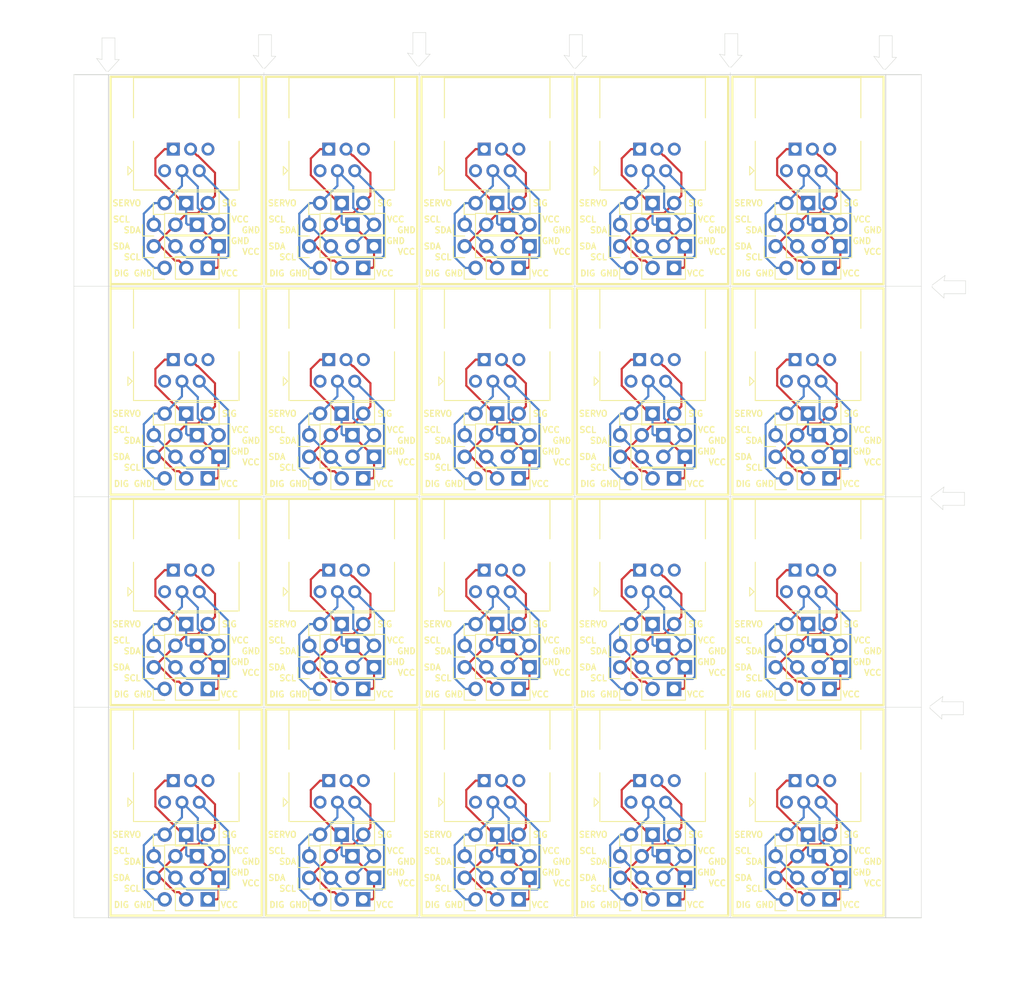
<source format=kicad_pcb>
(kicad_pcb (version 20171130) (host pcbnew 5.1.5+dfsg1-2build2)
  (layers (0 F.Cu signal) (31 B.Cu signal) (34 B.Paste user) (35 F.Paste user) (36 B.SilkS user) (37 F.SilkS user) (38 B.Mask user) (39 F.Mask user) (44 Edge.Cuts user))
  (net 0 "")
  (net 1 /D0)
  (net 2 /A0)
  (net 3 /GND)
  (net 4 /VCC)
  (module Connector_PinHeader_2.54mm:PinHeader_1x03_P2.54mm_Vertical (layer F.Cu) (at 151.257 90.805 90)
    (fp_text reference J4 hide)
    (fp_text value Servo)
    (pad 1 thru_hole oval (at 0 0 90) (size 1.7 1.7) (drill 1) (layers *.Cu *.Mask) (net 3 /GND))
    (pad 2 thru_hole rect (at 0 2.54 90) (size 1.7 1.7) (drill 1) (layers *.Cu *.Mask) (net 4 /VCC))
    (pad 3 thru_hole oval (at 0 5.08 90) (size 1.7 1.7) (drill 1) (layers *.Cu *.Mask) (net 1 /D0))
  )
  (module Connector_PinHeader_2.54mm:PinHeader_1x04_P2.54mm_Vertical (layer F.Cu) (at 149.987 118.11 90)
    (fp_text reference J3 hide)
    (fp_text value Conn_01x04)
    (pad 4 thru_hole oval (at 0 7.62 90) (size 1.7 1.7) (drill 1) (layers *.Cu *.Mask) (net 3 /GND))
    (pad 3 thru_hole rect (at 0 5.08 90) (size 1.7 1.7) (drill 1) (layers *.Cu *.Mask) (net 4 /VCC))
    (pad 2 thru_hole oval (at 0 2.54 90) (size 1.7 1.7) (drill 1) (layers *.Cu *.Mask) (net 1 /D0))
    (pad 1 thru_hole circle (at 0 0 90) (size 1.7 1.7) (drill 1) (layers *.Cu *.Mask) (net 2 /A0))
  )
  (module Connector_RJ:RJ25_Wayconn_MJEA-660X1_Horizontal (layer F.Cu) (at 151.257 136.525 180)
    (fp_text reference J1 hide)
    (fp_text value RJ9)
    (pad 1 thru_hole oval (at 0 0 180) (size 1.52 1.52) (drill 0.9) (layers *.Cu *.Mask))
    (pad 2 thru_hole rect (at -1.02 2.54 180) (size 1.52 1.52) (drill 0.9) (layers *.Cu *.Mask) (net 4 /VCC))
    (pad 3 thru_hole circle (at -2.04 0 180) (size 1.52 1.52) (drill 0.9) (layers *.Cu *.Mask) (net 3 /GND))
    (pad 4 thru_hole circle (at -3.06 2.54 180) (size 1.52 1.52) (drill 0.9) (layers *.Cu *.Mask) (net 1 /D0))
    (pad 5 thru_hole circle (at -4.08 0 180) (size 1.52 1.52) (drill 0.9) (layers *.Cu *.Mask) (net 2 /A0))
    (pad 6 thru_hole circle (at -5.1 2.54 180) (size 1.52 1.52) (drill 0.9) (layers *.Cu *.Mask))
    (pad "" np_thru_hole circle (at 3.45 4.84 180) (size 2.3 2.3) (drill 2.3) (layers *.Cu *.Mask))
    (pad "" np_thru_hole circle (at -8.55 4.84 180) (size 2.3 2.3) (drill 2.3) (layers *.Cu *.Mask))
  )
  (module Connector_PinHeader_2.54mm:PinHeader_1x03_P2.54mm_Vertical (layer F.Cu) (at 151.257 140.335 90)
    (fp_text reference J4 hide)
    (fp_text value Servo)
    (pad 1 thru_hole oval (at 0 0 90) (size 1.7 1.7) (drill 1) (layers *.Cu *.Mask) (net 3 /GND))
    (pad 2 thru_hole rect (at 0 2.54 90) (size 1.7 1.7) (drill 1) (layers *.Cu *.Mask) (net 4 /VCC))
    (pad 3 thru_hole oval (at 0 5.08 90) (size 1.7 1.7) (drill 1) (layers *.Cu *.Mask) (net 1 /D0))
  )
  (module Connector_PinHeader_2.54mm:PinHeader_1x04_P2.54mm_Vertical (layer F.Cu) (at 149.987 71.12 90)
    (fp_text reference J2 hide)
    (fp_text value Conn_01x04)
    (pad 4 thru_hole rect (at 0 7.62 90) (size 1.7 1.7) (drill 1) (layers *.Cu *.Mask) (net 4 /VCC))
    (pad 3 thru_hole oval (at 0 5.08 90) (size 1.7 1.7) (drill 1) (layers *.Cu *.Mask) (net 3 /GND))
    (pad 2 thru_hole oval (at 0 2.54 90) (size 1.7 1.7) (drill 1) (layers *.Cu *.Mask) (net 2 /A0))
    (pad 1 thru_hole circle (at 0 0 90) (size 1.7 1.7) (drill 1) (layers *.Cu *.Mask) (net 1 /D0))
  )
  (module Connector_PinHeader_2.54mm:PinHeader_1x03_P2.54mm_Vertical (layer F.Cu) (at 151.257 98.425 90)
    (fp_text reference J5 hide)
    (fp_text value Digital)
    (pad 1 thru_hole oval (at 0 0 90) (size 1.7 1.7) (drill 1) (layers *.Cu *.Mask) (net 3 /GND))
    (pad 2 thru_hole oval (at 0 2.54 90) (size 1.7 1.7) (drill 1) (layers *.Cu *.Mask) (net 1 /D0))
    (pad 3 thru_hole rect (at 0 5.08 90) (size 1.7 1.7) (drill 1) (layers *.Cu *.Mask) (net 4 /VCC))
  )
  (module Connector_RJ:RJ25_Wayconn_MJEA-660X1_Horizontal (layer F.Cu) (at 151.257 62.23 180)
    (fp_text reference J1 hide)
    (fp_text value RJ9)
    (pad "" np_thru_hole circle (at -8.55 4.84 180) (size 2.3 2.3) (drill 2.3) (layers *.Cu *.Mask))
    (pad "" np_thru_hole circle (at 3.45 4.84 180) (size 2.3 2.3) (drill 2.3) (layers *.Cu *.Mask))
    (pad 6 thru_hole circle (at -5.1 2.54 180) (size 1.52 1.52) (drill 0.9) (layers *.Cu *.Mask))
    (pad 5 thru_hole circle (at -4.08 0 180) (size 1.52 1.52) (drill 0.9) (layers *.Cu *.Mask) (net 2 /A0))
    (pad 4 thru_hole circle (at -3.06 2.54 180) (size 1.52 1.52) (drill 0.9) (layers *.Cu *.Mask) (net 1 /D0))
    (pad 3 thru_hole circle (at -2.04 0 180) (size 1.52 1.52) (drill 0.9) (layers *.Cu *.Mask) (net 3 /GND))
    (pad 2 thru_hole rect (at -1.02 2.54 180) (size 1.52 1.52) (drill 0.9) (layers *.Cu *.Mask) (net 4 /VCC))
    (pad 1 thru_hole oval (at 0 0 180) (size 1.52 1.52) (drill 0.9) (layers *.Cu *.Mask))
  )
  (module Connector_PinHeader_2.54mm:PinHeader_1x03_P2.54mm_Vertical (layer F.Cu) (at 151.257 123.19 90)
    (fp_text reference J5 hide)
    (fp_text value Digital)
    (pad 3 thru_hole rect (at 0 5.08 90) (size 1.7 1.7) (drill 1) (layers *.Cu *.Mask) (net 4 /VCC))
    (pad 2 thru_hole oval (at 0 2.54 90) (size 1.7 1.7) (drill 1) (layers *.Cu *.Mask) (net 1 /D0))
    (pad 1 thru_hole oval (at 0 0 90) (size 1.7 1.7) (drill 1) (layers *.Cu *.Mask) (net 3 /GND))
  )
  (module Connector_PinHeader_2.54mm:PinHeader_1x03_P2.54mm_Vertical (layer F.Cu) (at 151.257 66.04 90)
    (fp_text reference J4 hide)
    (fp_text value Servo)
    (pad 3 thru_hole oval (at 0 5.08 90) (size 1.7 1.7) (drill 1) (layers *.Cu *.Mask) (net 1 /D0))
    (pad 2 thru_hole rect (at 0 2.54 90) (size 1.7 1.7) (drill 1) (layers *.Cu *.Mask) (net 4 /VCC))
    (pad 1 thru_hole oval (at 0 0 90) (size 1.7 1.7) (drill 1) (layers *.Cu *.Mask) (net 3 /GND))
  )
  (module Connector_RJ:RJ25_Wayconn_MJEA-660X1_Horizontal (layer F.Cu) (at 151.257 111.76 180)
    (fp_text reference J1 hide)
    (fp_text value RJ9)
    (pad "" np_thru_hole circle (at -8.55 4.84 180) (size 2.3 2.3) (drill 2.3) (layers *.Cu *.Mask))
    (pad "" np_thru_hole circle (at 3.45 4.84 180) (size 2.3 2.3) (drill 2.3) (layers *.Cu *.Mask))
    (pad 6 thru_hole circle (at -5.1 2.54 180) (size 1.52 1.52) (drill 0.9) (layers *.Cu *.Mask))
    (pad 5 thru_hole circle (at -4.08 0 180) (size 1.52 1.52) (drill 0.9) (layers *.Cu *.Mask) (net 2 /A0))
    (pad 4 thru_hole circle (at -3.06 2.54 180) (size 1.52 1.52) (drill 0.9) (layers *.Cu *.Mask) (net 1 /D0))
    (pad 3 thru_hole circle (at -2.04 0 180) (size 1.52 1.52) (drill 0.9) (layers *.Cu *.Mask) (net 3 /GND))
    (pad 2 thru_hole rect (at -1.02 2.54 180) (size 1.52 1.52) (drill 0.9) (layers *.Cu *.Mask) (net 4 /VCC))
    (pad 1 thru_hole oval (at 0 0 180) (size 1.52 1.52) (drill 0.9) (layers *.Cu *.Mask))
  )
  (module Connector_PinHeader_2.54mm:PinHeader_1x04_P2.54mm_Vertical (layer F.Cu) (at 149.987 142.875 90)
    (fp_text reference J3 hide)
    (fp_text value Conn_01x04)
    (pad 1 thru_hole circle (at 0 0 90) (size 1.7 1.7) (drill 1) (layers *.Cu *.Mask) (net 2 /A0))
    (pad 2 thru_hole oval (at 0 2.54 90) (size 1.7 1.7) (drill 1) (layers *.Cu *.Mask) (net 1 /D0))
    (pad 3 thru_hole rect (at 0 5.08 90) (size 1.7 1.7) (drill 1) (layers *.Cu *.Mask) (net 4 /VCC))
    (pad 4 thru_hole oval (at 0 7.62 90) (size 1.7 1.7) (drill 1) (layers *.Cu *.Mask) (net 3 /GND))
  )
  (module Connector_PinHeader_2.54mm:PinHeader_1x04_P2.54mm_Vertical (layer F.Cu) (at 149.987 95.885 90)
    (fp_text reference J2 hide)
    (fp_text value Conn_01x04)
    (pad 1 thru_hole circle (at 0 0 90) (size 1.7 1.7) (drill 1) (layers *.Cu *.Mask) (net 1 /D0))
    (pad 2 thru_hole oval (at 0 2.54 90) (size 1.7 1.7) (drill 1) (layers *.Cu *.Mask) (net 2 /A0))
    (pad 3 thru_hole oval (at 0 5.08 90) (size 1.7 1.7) (drill 1) (layers *.Cu *.Mask) (net 3 /GND))
    (pad 4 thru_hole rect (at 0 7.62 90) (size 1.7 1.7) (drill 1) (layers *.Cu *.Mask) (net 4 /VCC))
  )
  (module Connector_PinHeader_2.54mm:PinHeader_1x03_P2.54mm_Vertical (layer F.Cu) (at 151.257 73.66 90)
    (fp_text reference J5 hide)
    (fp_text value Digital)
    (pad 3 thru_hole rect (at 0 5.08 90) (size 1.7 1.7) (drill 1) (layers *.Cu *.Mask) (net 4 /VCC))
    (pad 2 thru_hole oval (at 0 2.54 90) (size 1.7 1.7) (drill 1) (layers *.Cu *.Mask) (net 1 /D0))
    (pad 1 thru_hole oval (at 0 0 90) (size 1.7 1.7) (drill 1) (layers *.Cu *.Mask) (net 3 /GND))
  )
  (module Connector_PinHeader_2.54mm:PinHeader_1x03_P2.54mm_Vertical (layer F.Cu) (at 151.257 115.57 90)
    (fp_text reference J4 hide)
    (fp_text value Servo)
    (pad 3 thru_hole oval (at 0 5.08 90) (size 1.7 1.7) (drill 1) (layers *.Cu *.Mask) (net 1 /D0))
    (pad 2 thru_hole rect (at 0 2.54 90) (size 1.7 1.7) (drill 1) (layers *.Cu *.Mask) (net 4 /VCC))
    (pad 1 thru_hole oval (at 0 0 90) (size 1.7 1.7) (drill 1) (layers *.Cu *.Mask) (net 3 /GND))
  )
  (module Connector_PinHeader_2.54mm:PinHeader_1x04_P2.54mm_Vertical (layer F.Cu) (at 149.987 93.345 90)
    (fp_text reference J3 hide)
    (fp_text value Conn_01x04)
    (pad 1 thru_hole circle (at 0 0 90) (size 1.7 1.7) (drill 1) (layers *.Cu *.Mask) (net 2 /A0))
    (pad 2 thru_hole oval (at 0 2.54 90) (size 1.7 1.7) (drill 1) (layers *.Cu *.Mask) (net 1 /D0))
    (pad 3 thru_hole rect (at 0 5.08 90) (size 1.7 1.7) (drill 1) (layers *.Cu *.Mask) (net 4 /VCC))
    (pad 4 thru_hole oval (at 0 7.62 90) (size 1.7 1.7) (drill 1) (layers *.Cu *.Mask) (net 3 /GND))
  )
  (module Connector_RJ:RJ25_Wayconn_MJEA-660X1_Horizontal (layer F.Cu) (at 151.257 86.995 180)
    (fp_text reference J1 hide)
    (fp_text value RJ9)
    (pad 1 thru_hole oval (at 0 0 180) (size 1.52 1.52) (drill 0.9) (layers *.Cu *.Mask))
    (pad 2 thru_hole rect (at -1.02 2.54 180) (size 1.52 1.52) (drill 0.9) (layers *.Cu *.Mask) (net 4 /VCC))
    (pad 3 thru_hole circle (at -2.04 0 180) (size 1.52 1.52) (drill 0.9) (layers *.Cu *.Mask) (net 3 /GND))
    (pad 4 thru_hole circle (at -3.06 2.54 180) (size 1.52 1.52) (drill 0.9) (layers *.Cu *.Mask) (net 1 /D0))
    (pad 5 thru_hole circle (at -4.08 0 180) (size 1.52 1.52) (drill 0.9) (layers *.Cu *.Mask) (net 2 /A0))
    (pad 6 thru_hole circle (at -5.1 2.54 180) (size 1.52 1.52) (drill 0.9) (layers *.Cu *.Mask))
    (pad "" np_thru_hole circle (at 3.45 4.84 180) (size 2.3 2.3) (drill 2.3) (layers *.Cu *.Mask))
    (pad "" np_thru_hole circle (at -8.55 4.84 180) (size 2.3 2.3) (drill 2.3) (layers *.Cu *.Mask))
  )
  (module Connector_PinHeader_2.54mm:PinHeader_1x04_P2.54mm_Vertical (layer F.Cu) (at 149.987 68.58 90)
    (fp_text reference J3 hide)
    (fp_text value Conn_01x04)
    (pad 4 thru_hole oval (at 0 7.62 90) (size 1.7 1.7) (drill 1) (layers *.Cu *.Mask) (net 3 /GND))
    (pad 3 thru_hole rect (at 0 5.08 90) (size 1.7 1.7) (drill 1) (layers *.Cu *.Mask) (net 4 /VCC))
    (pad 2 thru_hole oval (at 0 2.54 90) (size 1.7 1.7) (drill 1) (layers *.Cu *.Mask) (net 1 /D0))
    (pad 1 thru_hole circle (at 0 0 90) (size 1.7 1.7) (drill 1) (layers *.Cu *.Mask) (net 2 /A0))
  )
  (module Connector_PinHeader_2.54mm:PinHeader_1x04_P2.54mm_Vertical (layer F.Cu) (at 149.987 145.415 90)
    (fp_text reference J2 hide)
    (fp_text value Conn_01x04)
    (pad 1 thru_hole circle (at 0 0 90) (size 1.7 1.7) (drill 1) (layers *.Cu *.Mask) (net 1 /D0))
    (pad 2 thru_hole oval (at 0 2.54 90) (size 1.7 1.7) (drill 1) (layers *.Cu *.Mask) (net 2 /A0))
    (pad 3 thru_hole oval (at 0 5.08 90) (size 1.7 1.7) (drill 1) (layers *.Cu *.Mask) (net 3 /GND))
    (pad 4 thru_hole rect (at 0 7.62 90) (size 1.7 1.7) (drill 1) (layers *.Cu *.Mask) (net 4 /VCC))
  )
  (module Connector_PinHeader_2.54mm:PinHeader_1x03_P2.54mm_Vertical (layer F.Cu) (at 151.257 147.955 90)
    (fp_text reference J5 hide)
    (fp_text value Digital)
    (pad 1 thru_hole oval (at 0 0 90) (size 1.7 1.7) (drill 1) (layers *.Cu *.Mask) (net 3 /GND))
    (pad 2 thru_hole oval (at 0 2.54 90) (size 1.7 1.7) (drill 1) (layers *.Cu *.Mask) (net 1 /D0))
    (pad 3 thru_hole rect (at 0 5.08 90) (size 1.7 1.7) (drill 1) (layers *.Cu *.Mask) (net 4 /VCC))
  )
  (module Connector_PinHeader_2.54mm:PinHeader_1x04_P2.54mm_Vertical (layer F.Cu) (at 149.987 120.65 90)
    (fp_text reference J2 hide)
    (fp_text value Conn_01x04)
    (pad 4 thru_hole rect (at 0 7.62 90) (size 1.7 1.7) (drill 1) (layers *.Cu *.Mask) (net 4 /VCC))
    (pad 3 thru_hole oval (at 0 5.08 90) (size 1.7 1.7) (drill 1) (layers *.Cu *.Mask) (net 3 /GND))
    (pad 2 thru_hole oval (at 0 2.54 90) (size 1.7 1.7) (drill 1) (layers *.Cu *.Mask) (net 2 /A0))
    (pad 1 thru_hole circle (at 0 0 90) (size 1.7 1.7) (drill 1) (layers *.Cu *.Mask) (net 1 /D0))
  )
  (module Connector_PinHeader_2.54mm:PinHeader_1x03_P2.54mm_Vertical (layer F.Cu) (at 132.969 140.335 90)
    (fp_text reference J4 hide)
    (fp_text value Servo)
    (pad 3 thru_hole oval (at 0 5.08 90) (size 1.7 1.7) (drill 1) (layers *.Cu *.Mask) (net 1 /D0))
    (pad 2 thru_hole rect (at 0 2.54 90) (size 1.7 1.7) (drill 1) (layers *.Cu *.Mask) (net 4 /VCC))
    (pad 1 thru_hole oval (at 0 0 90) (size 1.7 1.7) (drill 1) (layers *.Cu *.Mask) (net 3 /GND))
  )
  (module Connector_RJ:RJ25_Wayconn_MJEA-660X1_Horizontal (layer F.Cu) (at 132.969 62.23 180)
    (fp_text reference J1 hide)
    (fp_text value RJ9)
    (pad 1 thru_hole oval (at 0 0 180) (size 1.52 1.52) (drill 0.9) (layers *.Cu *.Mask))
    (pad 2 thru_hole rect (at -1.02 2.54 180) (size 1.52 1.52) (drill 0.9) (layers *.Cu *.Mask) (net 4 /VCC))
    (pad 3 thru_hole circle (at -2.04 0 180) (size 1.52 1.52) (drill 0.9) (layers *.Cu *.Mask) (net 3 /GND))
    (pad 4 thru_hole circle (at -3.06 2.54 180) (size 1.52 1.52) (drill 0.9) (layers *.Cu *.Mask) (net 1 /D0))
    (pad 5 thru_hole circle (at -4.08 0 180) (size 1.52 1.52) (drill 0.9) (layers *.Cu *.Mask) (net 2 /A0))
    (pad 6 thru_hole circle (at -5.1 2.54 180) (size 1.52 1.52) (drill 0.9) (layers *.Cu *.Mask))
    (pad "" np_thru_hole circle (at 3.45 4.84 180) (size 2.3 2.3) (drill 2.3) (layers *.Cu *.Mask))
    (pad "" np_thru_hole circle (at -8.55 4.84 180) (size 2.3 2.3) (drill 2.3) (layers *.Cu *.Mask))
  )
  (module Connector_PinHeader_2.54mm:PinHeader_1x04_P2.54mm_Vertical (layer F.Cu) (at 131.699 71.12 90)
    (fp_text reference J2 hide)
    (fp_text value Conn_01x04)
    (pad 1 thru_hole circle (at 0 0 90) (size 1.7 1.7) (drill 1) (layers *.Cu *.Mask) (net 1 /D0))
    (pad 2 thru_hole oval (at 0 2.54 90) (size 1.7 1.7) (drill 1) (layers *.Cu *.Mask) (net 2 /A0))
    (pad 3 thru_hole oval (at 0 5.08 90) (size 1.7 1.7) (drill 1) (layers *.Cu *.Mask) (net 3 /GND))
    (pad 4 thru_hole rect (at 0 7.62 90) (size 1.7 1.7) (drill 1) (layers *.Cu *.Mask) (net 4 /VCC))
  )
  (module Connector_PinHeader_2.54mm:PinHeader_1x03_P2.54mm_Vertical (layer F.Cu) (at 132.969 123.19 90)
    (fp_text reference J5 hide)
    (fp_text value Digital)
    (pad 1 thru_hole oval (at 0 0 90) (size 1.7 1.7) (drill 1) (layers *.Cu *.Mask) (net 3 /GND))
    (pad 2 thru_hole oval (at 0 2.54 90) (size 1.7 1.7) (drill 1) (layers *.Cu *.Mask) (net 1 /D0))
    (pad 3 thru_hole rect (at 0 5.08 90) (size 1.7 1.7) (drill 1) (layers *.Cu *.Mask) (net 4 /VCC))
  )
  (module Connector_RJ:RJ25_Wayconn_MJEA-660X1_Horizontal (layer F.Cu) (at 132.969 111.76 180)
    (fp_text reference J1 hide)
    (fp_text value RJ9)
    (pad 1 thru_hole oval (at 0 0 180) (size 1.52 1.52) (drill 0.9) (layers *.Cu *.Mask))
    (pad 2 thru_hole rect (at -1.02 2.54 180) (size 1.52 1.52) (drill 0.9) (layers *.Cu *.Mask) (net 4 /VCC))
    (pad 3 thru_hole circle (at -2.04 0 180) (size 1.52 1.52) (drill 0.9) (layers *.Cu *.Mask) (net 3 /GND))
    (pad 4 thru_hole circle (at -3.06 2.54 180) (size 1.52 1.52) (drill 0.9) (layers *.Cu *.Mask) (net 1 /D0))
    (pad 5 thru_hole circle (at -4.08 0 180) (size 1.52 1.52) (drill 0.9) (layers *.Cu *.Mask) (net 2 /A0))
    (pad 6 thru_hole circle (at -5.1 2.54 180) (size 1.52 1.52) (drill 0.9) (layers *.Cu *.Mask))
    (pad "" np_thru_hole circle (at 3.45 4.84 180) (size 2.3 2.3) (drill 2.3) (layers *.Cu *.Mask))
    (pad "" np_thru_hole circle (at -8.55 4.84 180) (size 2.3 2.3) (drill 2.3) (layers *.Cu *.Mask))
  )
  (module Connector_PinHeader_2.54mm:PinHeader_1x04_P2.54mm_Vertical (layer F.Cu) (at 131.699 118.11 90)
    (fp_text reference J3 hide)
    (fp_text value Conn_01x04)
    (pad 1 thru_hole circle (at 0 0 90) (size 1.7 1.7) (drill 1) (layers *.Cu *.Mask) (net 2 /A0))
    (pad 2 thru_hole oval (at 0 2.54 90) (size 1.7 1.7) (drill 1) (layers *.Cu *.Mask) (net 1 /D0))
    (pad 3 thru_hole rect (at 0 5.08 90) (size 1.7 1.7) (drill 1) (layers *.Cu *.Mask) (net 4 /VCC))
    (pad 4 thru_hole oval (at 0 7.62 90) (size 1.7 1.7) (drill 1) (layers *.Cu *.Mask) (net 3 /GND))
  )
  (module Connector_PinHeader_2.54mm:PinHeader_1x04_P2.54mm_Vertical (layer F.Cu) (at 131.699 93.345 90)
    (fp_text reference J3 hide)
    (fp_text value Conn_01x04)
    (pad 4 thru_hole oval (at 0 7.62 90) (size 1.7 1.7) (drill 1) (layers *.Cu *.Mask) (net 3 /GND))
    (pad 3 thru_hole rect (at 0 5.08 90) (size 1.7 1.7) (drill 1) (layers *.Cu *.Mask) (net 4 /VCC))
    (pad 2 thru_hole oval (at 0 2.54 90) (size 1.7 1.7) (drill 1) (layers *.Cu *.Mask) (net 1 /D0))
    (pad 1 thru_hole circle (at 0 0 90) (size 1.7 1.7) (drill 1) (layers *.Cu *.Mask) (net 2 /A0))
  )
  (module Connector_PinHeader_2.54mm:PinHeader_1x04_P2.54mm_Vertical (layer F.Cu) (at 131.699 120.65 90)
    (fp_text reference J2 hide)
    (fp_text value Conn_01x04)
    (pad 1 thru_hole circle (at 0 0 90) (size 1.7 1.7) (drill 1) (layers *.Cu *.Mask) (net 1 /D0))
    (pad 2 thru_hole oval (at 0 2.54 90) (size 1.7 1.7) (drill 1) (layers *.Cu *.Mask) (net 2 /A0))
    (pad 3 thru_hole oval (at 0 5.08 90) (size 1.7 1.7) (drill 1) (layers *.Cu *.Mask) (net 3 /GND))
    (pad 4 thru_hole rect (at 0 7.62 90) (size 1.7 1.7) (drill 1) (layers *.Cu *.Mask) (net 4 /VCC))
  )
  (module Connector_PinHeader_2.54mm:PinHeader_1x03_P2.54mm_Vertical (layer F.Cu) (at 132.969 73.66 90)
    (fp_text reference J5 hide)
    (fp_text value Digital)
    (pad 1 thru_hole oval (at 0 0 90) (size 1.7 1.7) (drill 1) (layers *.Cu *.Mask) (net 3 /GND))
    (pad 2 thru_hole oval (at 0 2.54 90) (size 1.7 1.7) (drill 1) (layers *.Cu *.Mask) (net 1 /D0))
    (pad 3 thru_hole rect (at 0 5.08 90) (size 1.7 1.7) (drill 1) (layers *.Cu *.Mask) (net 4 /VCC))
  )
  (module Connector_PinHeader_2.54mm:PinHeader_1x04_P2.54mm_Vertical (layer F.Cu) (at 131.699 142.875 90)
    (fp_text reference J3 hide)
    (fp_text value Conn_01x04)
    (pad 4 thru_hole oval (at 0 7.62 90) (size 1.7 1.7) (drill 1) (layers *.Cu *.Mask) (net 3 /GND))
    (pad 3 thru_hole rect (at 0 5.08 90) (size 1.7 1.7) (drill 1) (layers *.Cu *.Mask) (net 4 /VCC))
    (pad 2 thru_hole oval (at 0 2.54 90) (size 1.7 1.7) (drill 1) (layers *.Cu *.Mask) (net 1 /D0))
    (pad 1 thru_hole circle (at 0 0 90) (size 1.7 1.7) (drill 1) (layers *.Cu *.Mask) (net 2 /A0))
  )
  (module Connector_PinHeader_2.54mm:PinHeader_1x04_P2.54mm_Vertical (layer F.Cu) (at 131.699 95.885 90)
    (fp_text reference J2 hide)
    (fp_text value Conn_01x04)
    (pad 4 thru_hole rect (at 0 7.62 90) (size 1.7 1.7) (drill 1) (layers *.Cu *.Mask) (net 4 /VCC))
    (pad 3 thru_hole oval (at 0 5.08 90) (size 1.7 1.7) (drill 1) (layers *.Cu *.Mask) (net 3 /GND))
    (pad 2 thru_hole oval (at 0 2.54 90) (size 1.7 1.7) (drill 1) (layers *.Cu *.Mask) (net 2 /A0))
    (pad 1 thru_hole circle (at 0 0 90) (size 1.7 1.7) (drill 1) (layers *.Cu *.Mask) (net 1 /D0))
  )
  (module Connector_PinHeader_2.54mm:PinHeader_1x03_P2.54mm_Vertical (layer F.Cu) (at 132.969 147.955 90)
    (fp_text reference J5 hide)
    (fp_text value Digital)
    (pad 3 thru_hole rect (at 0 5.08 90) (size 1.7 1.7) (drill 1) (layers *.Cu *.Mask) (net 4 /VCC))
    (pad 2 thru_hole oval (at 0 2.54 90) (size 1.7 1.7) (drill 1) (layers *.Cu *.Mask) (net 1 /D0))
    (pad 1 thru_hole oval (at 0 0 90) (size 1.7 1.7) (drill 1) (layers *.Cu *.Mask) (net 3 /GND))
  )
  (module Connector_PinHeader_2.54mm:PinHeader_1x04_P2.54mm_Vertical (layer F.Cu) (at 131.699 145.415 90)
    (fp_text reference J2 hide)
    (fp_text value Conn_01x04)
    (pad 4 thru_hole rect (at 0 7.62 90) (size 1.7 1.7) (drill 1) (layers *.Cu *.Mask) (net 4 /VCC))
    (pad 3 thru_hole oval (at 0 5.08 90) (size 1.7 1.7) (drill 1) (layers *.Cu *.Mask) (net 3 /GND))
    (pad 2 thru_hole oval (at 0 2.54 90) (size 1.7 1.7) (drill 1) (layers *.Cu *.Mask) (net 2 /A0))
    (pad 1 thru_hole circle (at 0 0 90) (size 1.7 1.7) (drill 1) (layers *.Cu *.Mask) (net 1 /D0))
  )
  (module Connector_PinHeader_2.54mm:PinHeader_1x03_P2.54mm_Vertical (layer F.Cu) (at 132.969 66.04 90)
    (fp_text reference J4 hide)
    (fp_text value Servo)
    (pad 1 thru_hole oval (at 0 0 90) (size 1.7 1.7) (drill 1) (layers *.Cu *.Mask) (net 3 /GND))
    (pad 2 thru_hole rect (at 0 2.54 90) (size 1.7 1.7) (drill 1) (layers *.Cu *.Mask) (net 4 /VCC))
    (pad 3 thru_hole oval (at 0 5.08 90) (size 1.7 1.7) (drill 1) (layers *.Cu *.Mask) (net 1 /D0))
  )
  (module Connector_PinHeader_2.54mm:PinHeader_1x03_P2.54mm_Vertical (layer F.Cu) (at 132.969 115.57 90)
    (fp_text reference J4 hide)
    (fp_text value Servo)
    (pad 1 thru_hole oval (at 0 0 90) (size 1.7 1.7) (drill 1) (layers *.Cu *.Mask) (net 3 /GND))
    (pad 2 thru_hole rect (at 0 2.54 90) (size 1.7 1.7) (drill 1) (layers *.Cu *.Mask) (net 4 /VCC))
    (pad 3 thru_hole oval (at 0 5.08 90) (size 1.7 1.7) (drill 1) (layers *.Cu *.Mask) (net 1 /D0))
  )
  (module Connector_PinHeader_2.54mm:PinHeader_1x03_P2.54mm_Vertical (layer F.Cu) (at 132.969 98.425 90)
    (fp_text reference J5 hide)
    (fp_text value Digital)
    (pad 3 thru_hole rect (at 0 5.08 90) (size 1.7 1.7) (drill 1) (layers *.Cu *.Mask) (net 4 /VCC))
    (pad 2 thru_hole oval (at 0 2.54 90) (size 1.7 1.7) (drill 1) (layers *.Cu *.Mask) (net 1 /D0))
    (pad 1 thru_hole oval (at 0 0 90) (size 1.7 1.7) (drill 1) (layers *.Cu *.Mask) (net 3 /GND))
  )
  (module Connector_PinHeader_2.54mm:PinHeader_1x03_P2.54mm_Vertical (layer F.Cu) (at 132.969 90.805 90)
    (fp_text reference J4 hide)
    (fp_text value Servo)
    (pad 3 thru_hole oval (at 0 5.08 90) (size 1.7 1.7) (drill 1) (layers *.Cu *.Mask) (net 1 /D0))
    (pad 2 thru_hole rect (at 0 2.54 90) (size 1.7 1.7) (drill 1) (layers *.Cu *.Mask) (net 4 /VCC))
    (pad 1 thru_hole oval (at 0 0 90) (size 1.7 1.7) (drill 1) (layers *.Cu *.Mask) (net 3 /GND))
  )
  (module Connector_RJ:RJ25_Wayconn_MJEA-660X1_Horizontal (layer F.Cu) (at 132.969 136.525 180)
    (fp_text reference J1 hide)
    (fp_text value RJ9)
    (pad "" np_thru_hole circle (at -8.55 4.84 180) (size 2.3 2.3) (drill 2.3) (layers *.Cu *.Mask))
    (pad "" np_thru_hole circle (at 3.45 4.84 180) (size 2.3 2.3) (drill 2.3) (layers *.Cu *.Mask))
    (pad 6 thru_hole circle (at -5.1 2.54 180) (size 1.52 1.52) (drill 0.9) (layers *.Cu *.Mask))
    (pad 5 thru_hole circle (at -4.08 0 180) (size 1.52 1.52) (drill 0.9) (layers *.Cu *.Mask) (net 2 /A0))
    (pad 4 thru_hole circle (at -3.06 2.54 180) (size 1.52 1.52) (drill 0.9) (layers *.Cu *.Mask) (net 1 /D0))
    (pad 3 thru_hole circle (at -2.04 0 180) (size 1.52 1.52) (drill 0.9) (layers *.Cu *.Mask) (net 3 /GND))
    (pad 2 thru_hole rect (at -1.02 2.54 180) (size 1.52 1.52) (drill 0.9) (layers *.Cu *.Mask) (net 4 /VCC))
    (pad 1 thru_hole oval (at 0 0 180) (size 1.52 1.52) (drill 0.9) (layers *.Cu *.Mask))
  )
  (module Connector_RJ:RJ25_Wayconn_MJEA-660X1_Horizontal (layer F.Cu) (at 132.969 86.995 180)
    (fp_text reference J1 hide)
    (fp_text value RJ9)
    (pad "" np_thru_hole circle (at -8.55 4.84 180) (size 2.3 2.3) (drill 2.3) (layers *.Cu *.Mask))
    (pad "" np_thru_hole circle (at 3.45 4.84 180) (size 2.3 2.3) (drill 2.3) (layers *.Cu *.Mask))
    (pad 6 thru_hole circle (at -5.1 2.54 180) (size 1.52 1.52) (drill 0.9) (layers *.Cu *.Mask))
    (pad 5 thru_hole circle (at -4.08 0 180) (size 1.52 1.52) (drill 0.9) (layers *.Cu *.Mask) (net 2 /A0))
    (pad 4 thru_hole circle (at -3.06 2.54 180) (size 1.52 1.52) (drill 0.9) (layers *.Cu *.Mask) (net 1 /D0))
    (pad 3 thru_hole circle (at -2.04 0 180) (size 1.52 1.52) (drill 0.9) (layers *.Cu *.Mask) (net 3 /GND))
    (pad 2 thru_hole rect (at -1.02 2.54 180) (size 1.52 1.52) (drill 0.9) (layers *.Cu *.Mask) (net 4 /VCC))
    (pad 1 thru_hole oval (at 0 0 180) (size 1.52 1.52) (drill 0.9) (layers *.Cu *.Mask))
  )
  (module Connector_PinHeader_2.54mm:PinHeader_1x04_P2.54mm_Vertical (layer F.Cu) (at 131.699 68.58 90)
    (fp_text reference J3 hide)
    (fp_text value Conn_01x04)
    (pad 1 thru_hole circle (at 0 0 90) (size 1.7 1.7) (drill 1) (layers *.Cu *.Mask) (net 2 /A0))
    (pad 2 thru_hole oval (at 0 2.54 90) (size 1.7 1.7) (drill 1) (layers *.Cu *.Mask) (net 1 /D0))
    (pad 3 thru_hole rect (at 0 5.08 90) (size 1.7 1.7) (drill 1) (layers *.Cu *.Mask) (net 4 /VCC))
    (pad 4 thru_hole oval (at 0 7.62 90) (size 1.7 1.7) (drill 1) (layers *.Cu *.Mask) (net 3 /GND))
  )
  (module Connector_PinHeader_2.54mm:PinHeader_1x03_P2.54mm_Vertical (layer F.Cu) (at 114.681 66.04 90)
    (fp_text reference J4 hide)
    (fp_text value Servo)
    (pad 3 thru_hole oval (at 0 5.08 90) (size 1.7 1.7) (drill 1) (layers *.Cu *.Mask) (net 1 /D0))
    (pad 2 thru_hole rect (at 0 2.54 90) (size 1.7 1.7) (drill 1) (layers *.Cu *.Mask) (net 4 /VCC))
    (pad 1 thru_hole oval (at 0 0 90) (size 1.7 1.7) (drill 1) (layers *.Cu *.Mask) (net 3 /GND))
  )
  (module Connector_PinHeader_2.54mm:PinHeader_1x04_P2.54mm_Vertical (layer F.Cu) (at 113.411 142.875 90)
    (fp_text reference J3 hide)
    (fp_text value Conn_01x04)
    (pad 1 thru_hole circle (at 0 0 90) (size 1.7 1.7) (drill 1) (layers *.Cu *.Mask) (net 2 /A0))
    (pad 2 thru_hole oval (at 0 2.54 90) (size 1.7 1.7) (drill 1) (layers *.Cu *.Mask) (net 1 /D0))
    (pad 3 thru_hole rect (at 0 5.08 90) (size 1.7 1.7) (drill 1) (layers *.Cu *.Mask) (net 4 /VCC))
    (pad 4 thru_hole oval (at 0 7.62 90) (size 1.7 1.7) (drill 1) (layers *.Cu *.Mask) (net 3 /GND))
  )
  (module Connector_PinHeader_2.54mm:PinHeader_1x03_P2.54mm_Vertical (layer F.Cu) (at 114.681 90.805 90)
    (fp_text reference J4 hide)
    (fp_text value Servo)
    (pad 1 thru_hole oval (at 0 0 90) (size 1.7 1.7) (drill 1) (layers *.Cu *.Mask) (net 3 /GND))
    (pad 2 thru_hole rect (at 0 2.54 90) (size 1.7 1.7) (drill 1) (layers *.Cu *.Mask) (net 4 /VCC))
    (pad 3 thru_hole oval (at 0 5.08 90) (size 1.7 1.7) (drill 1) (layers *.Cu *.Mask) (net 1 /D0))
  )
  (module Connector_PinHeader_2.54mm:PinHeader_1x03_P2.54mm_Vertical (layer F.Cu) (at 114.681 147.955 90)
    (fp_text reference J5 hide)
    (fp_text value Digital)
    (pad 1 thru_hole oval (at 0 0 90) (size 1.7 1.7) (drill 1) (layers *.Cu *.Mask) (net 3 /GND))
    (pad 2 thru_hole oval (at 0 2.54 90) (size 1.7 1.7) (drill 1) (layers *.Cu *.Mask) (net 1 /D0))
    (pad 3 thru_hole rect (at 0 5.08 90) (size 1.7 1.7) (drill 1) (layers *.Cu *.Mask) (net 4 /VCC))
  )
  (module Connector_PinHeader_2.54mm:PinHeader_1x03_P2.54mm_Vertical (layer F.Cu) (at 114.681 73.66 90)
    (fp_text reference J5 hide)
    (fp_text value Digital)
    (pad 3 thru_hole rect (at 0 5.08 90) (size 1.7 1.7) (drill 1) (layers *.Cu *.Mask) (net 4 /VCC))
    (pad 2 thru_hole oval (at 0 2.54 90) (size 1.7 1.7) (drill 1) (layers *.Cu *.Mask) (net 1 /D0))
    (pad 1 thru_hole oval (at 0 0 90) (size 1.7 1.7) (drill 1) (layers *.Cu *.Mask) (net 3 /GND))
  )
  (module Connector_RJ:RJ25_Wayconn_MJEA-660X1_Horizontal (layer F.Cu) (at 114.681 62.23 180)
    (fp_text reference J1 hide)
    (fp_text value RJ9)
    (pad "" np_thru_hole circle (at -8.55 4.84 180) (size 2.3 2.3) (drill 2.3) (layers *.Cu *.Mask))
    (pad "" np_thru_hole circle (at 3.45 4.84 180) (size 2.3 2.3) (drill 2.3) (layers *.Cu *.Mask))
    (pad 6 thru_hole circle (at -5.1 2.54 180) (size 1.52 1.52) (drill 0.9) (layers *.Cu *.Mask))
    (pad 5 thru_hole circle (at -4.08 0 180) (size 1.52 1.52) (drill 0.9) (layers *.Cu *.Mask) (net 2 /A0))
    (pad 4 thru_hole circle (at -3.06 2.54 180) (size 1.52 1.52) (drill 0.9) (layers *.Cu *.Mask) (net 1 /D0))
    (pad 3 thru_hole circle (at -2.04 0 180) (size 1.52 1.52) (drill 0.9) (layers *.Cu *.Mask) (net 3 /GND))
    (pad 2 thru_hole rect (at -1.02 2.54 180) (size 1.52 1.52) (drill 0.9) (layers *.Cu *.Mask) (net 4 /VCC))
    (pad 1 thru_hole oval (at 0 0 180) (size 1.52 1.52) (drill 0.9) (layers *.Cu *.Mask))
  )
  (module Connector_PinHeader_2.54mm:PinHeader_1x03_P2.54mm_Vertical (layer F.Cu) (at 114.681 123.19 90)
    (fp_text reference J5 hide)
    (fp_text value Digital)
    (pad 3 thru_hole rect (at 0 5.08 90) (size 1.7 1.7) (drill 1) (layers *.Cu *.Mask) (net 4 /VCC))
    (pad 2 thru_hole oval (at 0 2.54 90) (size 1.7 1.7) (drill 1) (layers *.Cu *.Mask) (net 1 /D0))
    (pad 1 thru_hole oval (at 0 0 90) (size 1.7 1.7) (drill 1) (layers *.Cu *.Mask) (net 3 /GND))
  )
  (module Connector_PinHeader_2.54mm:PinHeader_1x04_P2.54mm_Vertical (layer F.Cu) (at 113.411 118.11 90)
    (fp_text reference J3 hide)
    (fp_text value Conn_01x04)
    (pad 4 thru_hole oval (at 0 7.62 90) (size 1.7 1.7) (drill 1) (layers *.Cu *.Mask) (net 3 /GND))
    (pad 3 thru_hole rect (at 0 5.08 90) (size 1.7 1.7) (drill 1) (layers *.Cu *.Mask) (net 4 /VCC))
    (pad 2 thru_hole oval (at 0 2.54 90) (size 1.7 1.7) (drill 1) (layers *.Cu *.Mask) (net 1 /D0))
    (pad 1 thru_hole circle (at 0 0 90) (size 1.7 1.7) (drill 1) (layers *.Cu *.Mask) (net 2 /A0))
  )
  (module Connector_RJ:RJ25_Wayconn_MJEA-660X1_Horizontal (layer F.Cu) (at 114.681 111.76 180)
    (fp_text reference J1 hide)
    (fp_text value RJ9)
    (pad "" np_thru_hole circle (at -8.55 4.84 180) (size 2.3 2.3) (drill 2.3) (layers *.Cu *.Mask))
    (pad "" np_thru_hole circle (at 3.45 4.84 180) (size 2.3 2.3) (drill 2.3) (layers *.Cu *.Mask))
    (pad 6 thru_hole circle (at -5.1 2.54 180) (size 1.52 1.52) (drill 0.9) (layers *.Cu *.Mask))
    (pad 5 thru_hole circle (at -4.08 0 180) (size 1.52 1.52) (drill 0.9) (layers *.Cu *.Mask) (net 2 /A0))
    (pad 4 thru_hole circle (at -3.06 2.54 180) (size 1.52 1.52) (drill 0.9) (layers *.Cu *.Mask) (net 1 /D0))
    (pad 3 thru_hole circle (at -2.04 0 180) (size 1.52 1.52) (drill 0.9) (layers *.Cu *.Mask) (net 3 /GND))
    (pad 2 thru_hole rect (at -1.02 2.54 180) (size 1.52 1.52) (drill 0.9) (layers *.Cu *.Mask) (net 4 /VCC))
    (pad 1 thru_hole oval (at 0 0 180) (size 1.52 1.52) (drill 0.9) (layers *.Cu *.Mask))
  )
  (module Connector_PinHeader_2.54mm:PinHeader_1x03_P2.54mm_Vertical (layer F.Cu) (at 114.681 98.425 90)
    (fp_text reference J5 hide)
    (fp_text value Digital)
    (pad 1 thru_hole oval (at 0 0 90) (size 1.7 1.7) (drill 1) (layers *.Cu *.Mask) (net 3 /GND))
    (pad 2 thru_hole oval (at 0 2.54 90) (size 1.7 1.7) (drill 1) (layers *.Cu *.Mask) (net 1 /D0))
    (pad 3 thru_hole rect (at 0 5.08 90) (size 1.7 1.7) (drill 1) (layers *.Cu *.Mask) (net 4 /VCC))
  )
  (module Connector_PinHeader_2.54mm:PinHeader_1x04_P2.54mm_Vertical (layer F.Cu) (at 113.411 95.885 90)
    (fp_text reference J2 hide)
    (fp_text value Conn_01x04)
    (pad 1 thru_hole circle (at 0 0 90) (size 1.7 1.7) (drill 1) (layers *.Cu *.Mask) (net 1 /D0))
    (pad 2 thru_hole oval (at 0 2.54 90) (size 1.7 1.7) (drill 1) (layers *.Cu *.Mask) (net 2 /A0))
    (pad 3 thru_hole oval (at 0 5.08 90) (size 1.7 1.7) (drill 1) (layers *.Cu *.Mask) (net 3 /GND))
    (pad 4 thru_hole rect (at 0 7.62 90) (size 1.7 1.7) (drill 1) (layers *.Cu *.Mask) (net 4 /VCC))
  )
  (module Connector_PinHeader_2.54mm:PinHeader_1x04_P2.54mm_Vertical (layer F.Cu) (at 113.411 145.415 90)
    (fp_text reference J2 hide)
    (fp_text value Conn_01x04)
    (pad 1 thru_hole circle (at 0 0 90) (size 1.7 1.7) (drill 1) (layers *.Cu *.Mask) (net 1 /D0))
    (pad 2 thru_hole oval (at 0 2.54 90) (size 1.7 1.7) (drill 1) (layers *.Cu *.Mask) (net 2 /A0))
    (pad 3 thru_hole oval (at 0 5.08 90) (size 1.7 1.7) (drill 1) (layers *.Cu *.Mask) (net 3 /GND))
    (pad 4 thru_hole rect (at 0 7.62 90) (size 1.7 1.7) (drill 1) (layers *.Cu *.Mask) (net 4 /VCC))
  )
  (module Connector_RJ:RJ25_Wayconn_MJEA-660X1_Horizontal (layer F.Cu) (at 114.681 136.525 180)
    (fp_text reference J1 hide)
    (fp_text value RJ9)
    (pad 1 thru_hole oval (at 0 0 180) (size 1.52 1.52) (drill 0.9) (layers *.Cu *.Mask))
    (pad 2 thru_hole rect (at -1.02 2.54 180) (size 1.52 1.52) (drill 0.9) (layers *.Cu *.Mask) (net 4 /VCC))
    (pad 3 thru_hole circle (at -2.04 0 180) (size 1.52 1.52) (drill 0.9) (layers *.Cu *.Mask) (net 3 /GND))
    (pad 4 thru_hole circle (at -3.06 2.54 180) (size 1.52 1.52) (drill 0.9) (layers *.Cu *.Mask) (net 1 /D0))
    (pad 5 thru_hole circle (at -4.08 0 180) (size 1.52 1.52) (drill 0.9) (layers *.Cu *.Mask) (net 2 /A0))
    (pad 6 thru_hole circle (at -5.1 2.54 180) (size 1.52 1.52) (drill 0.9) (layers *.Cu *.Mask))
    (pad "" np_thru_hole circle (at 3.45 4.84 180) (size 2.3 2.3) (drill 2.3) (layers *.Cu *.Mask))
    (pad "" np_thru_hole circle (at -8.55 4.84 180) (size 2.3 2.3) (drill 2.3) (layers *.Cu *.Mask))
  )
  (module Connector_PinHeader_2.54mm:PinHeader_1x03_P2.54mm_Vertical (layer F.Cu) (at 114.681 140.335 90)
    (fp_text reference J4 hide)
    (fp_text value Servo)
    (pad 1 thru_hole oval (at 0 0 90) (size 1.7 1.7) (drill 1) (layers *.Cu *.Mask) (net 3 /GND))
    (pad 2 thru_hole rect (at 0 2.54 90) (size 1.7 1.7) (drill 1) (layers *.Cu *.Mask) (net 4 /VCC))
    (pad 3 thru_hole oval (at 0 5.08 90) (size 1.7 1.7) (drill 1) (layers *.Cu *.Mask) (net 1 /D0))
  )
  (module Connector_PinHeader_2.54mm:PinHeader_1x04_P2.54mm_Vertical (layer F.Cu) (at 113.411 93.345 90)
    (fp_text reference J3 hide)
    (fp_text value Conn_01x04)
    (pad 1 thru_hole circle (at 0 0 90) (size 1.7 1.7) (drill 1) (layers *.Cu *.Mask) (net 2 /A0))
    (pad 2 thru_hole oval (at 0 2.54 90) (size 1.7 1.7) (drill 1) (layers *.Cu *.Mask) (net 1 /D0))
    (pad 3 thru_hole rect (at 0 5.08 90) (size 1.7 1.7) (drill 1) (layers *.Cu *.Mask) (net 4 /VCC))
    (pad 4 thru_hole oval (at 0 7.62 90) (size 1.7 1.7) (drill 1) (layers *.Cu *.Mask) (net 3 /GND))
  )
  (module Connector_PinHeader_2.54mm:PinHeader_1x04_P2.54mm_Vertical (layer F.Cu) (at 113.411 120.65 90)
    (fp_text reference J2 hide)
    (fp_text value Conn_01x04)
    (pad 4 thru_hole rect (at 0 7.62 90) (size 1.7 1.7) (drill 1) (layers *.Cu *.Mask) (net 4 /VCC))
    (pad 3 thru_hole oval (at 0 5.08 90) (size 1.7 1.7) (drill 1) (layers *.Cu *.Mask) (net 3 /GND))
    (pad 2 thru_hole oval (at 0 2.54 90) (size 1.7 1.7) (drill 1) (layers *.Cu *.Mask) (net 2 /A0))
    (pad 1 thru_hole circle (at 0 0 90) (size 1.7 1.7) (drill 1) (layers *.Cu *.Mask) (net 1 /D0))
  )
  (module Connector_PinHeader_2.54mm:PinHeader_1x03_P2.54mm_Vertical (layer F.Cu) (at 114.681 115.57 90)
    (fp_text reference J4 hide)
    (fp_text value Servo)
    (pad 3 thru_hole oval (at 0 5.08 90) (size 1.7 1.7) (drill 1) (layers *.Cu *.Mask) (net 1 /D0))
    (pad 2 thru_hole rect (at 0 2.54 90) (size 1.7 1.7) (drill 1) (layers *.Cu *.Mask) (net 4 /VCC))
    (pad 1 thru_hole oval (at 0 0 90) (size 1.7 1.7) (drill 1) (layers *.Cu *.Mask) (net 3 /GND))
  )
  (module Connector_PinHeader_2.54mm:PinHeader_1x04_P2.54mm_Vertical (layer F.Cu) (at 113.411 68.58 90)
    (fp_text reference J3 hide)
    (fp_text value Conn_01x04)
    (pad 4 thru_hole oval (at 0 7.62 90) (size 1.7 1.7) (drill 1) (layers *.Cu *.Mask) (net 3 /GND))
    (pad 3 thru_hole rect (at 0 5.08 90) (size 1.7 1.7) (drill 1) (layers *.Cu *.Mask) (net 4 /VCC))
    (pad 2 thru_hole oval (at 0 2.54 90) (size 1.7 1.7) (drill 1) (layers *.Cu *.Mask) (net 1 /D0))
    (pad 1 thru_hole circle (at 0 0 90) (size 1.7 1.7) (drill 1) (layers *.Cu *.Mask) (net 2 /A0))
  )
  (module Connector_PinHeader_2.54mm:PinHeader_1x04_P2.54mm_Vertical (layer F.Cu) (at 113.411 71.12 90)
    (fp_text reference J2 hide)
    (fp_text value Conn_01x04)
    (pad 4 thru_hole rect (at 0 7.62 90) (size 1.7 1.7) (drill 1) (layers *.Cu *.Mask) (net 4 /VCC))
    (pad 3 thru_hole oval (at 0 5.08 90) (size 1.7 1.7) (drill 1) (layers *.Cu *.Mask) (net 3 /GND))
    (pad 2 thru_hole oval (at 0 2.54 90) (size 1.7 1.7) (drill 1) (layers *.Cu *.Mask) (net 2 /A0))
    (pad 1 thru_hole circle (at 0 0 90) (size 1.7 1.7) (drill 1) (layers *.Cu *.Mask) (net 1 /D0))
  )
  (module Connector_RJ:RJ25_Wayconn_MJEA-660X1_Horizontal (layer F.Cu) (at 114.681 86.995 180)
    (fp_text reference J1 hide)
    (fp_text value RJ9)
    (pad 1 thru_hole oval (at 0 0 180) (size 1.52 1.52) (drill 0.9) (layers *.Cu *.Mask))
    (pad 2 thru_hole rect (at -1.02 2.54 180) (size 1.52 1.52) (drill 0.9) (layers *.Cu *.Mask) (net 4 /VCC))
    (pad 3 thru_hole circle (at -2.04 0 180) (size 1.52 1.52) (drill 0.9) (layers *.Cu *.Mask) (net 3 /GND))
    (pad 4 thru_hole circle (at -3.06 2.54 180) (size 1.52 1.52) (drill 0.9) (layers *.Cu *.Mask) (net 1 /D0))
    (pad 5 thru_hole circle (at -4.08 0 180) (size 1.52 1.52) (drill 0.9) (layers *.Cu *.Mask) (net 2 /A0))
    (pad 6 thru_hole circle (at -5.1 2.54 180) (size 1.52 1.52) (drill 0.9) (layers *.Cu *.Mask))
    (pad "" np_thru_hole circle (at 3.45 4.84 180) (size 2.3 2.3) (drill 2.3) (layers *.Cu *.Mask))
    (pad "" np_thru_hole circle (at -8.55 4.84 180) (size 2.3 2.3) (drill 2.3) (layers *.Cu *.Mask))
  )
  (module Connector_PinHeader_2.54mm:PinHeader_1x04_P2.54mm_Vertical (layer F.Cu) (at 95.123 142.875 90)
    (fp_text reference J3 hide)
    (fp_text value Conn_01x04)
    (pad 4 thru_hole oval (at 0 7.62 90) (size 1.7 1.7) (drill 1) (layers *.Cu *.Mask) (net 3 /GND))
    (pad 3 thru_hole rect (at 0 5.08 90) (size 1.7 1.7) (drill 1) (layers *.Cu *.Mask) (net 4 /VCC))
    (pad 2 thru_hole oval (at 0 2.54 90) (size 1.7 1.7) (drill 1) (layers *.Cu *.Mask) (net 1 /D0))
    (pad 1 thru_hole circle (at 0 0 90) (size 1.7 1.7) (drill 1) (layers *.Cu *.Mask) (net 2 /A0))
  )
  (module Connector_PinHeader_2.54mm:PinHeader_1x04_P2.54mm_Vertical (layer F.Cu) (at 95.123 145.415 90)
    (fp_text reference J2 hide)
    (fp_text value Conn_01x04)
    (pad 4 thru_hole rect (at 0 7.62 90) (size 1.7 1.7) (drill 1) (layers *.Cu *.Mask) (net 4 /VCC))
    (pad 3 thru_hole oval (at 0 5.08 90) (size 1.7 1.7) (drill 1) (layers *.Cu *.Mask) (net 3 /GND))
    (pad 2 thru_hole oval (at 0 2.54 90) (size 1.7 1.7) (drill 1) (layers *.Cu *.Mask) (net 2 /A0))
    (pad 1 thru_hole circle (at 0 0 90) (size 1.7 1.7) (drill 1) (layers *.Cu *.Mask) (net 1 /D0))
  )
  (module Connector_RJ:RJ25_Wayconn_MJEA-660X1_Horizontal (layer F.Cu) (at 96.393 136.525 180)
    (fp_text reference J1 hide)
    (fp_text value RJ9)
    (pad "" np_thru_hole circle (at -8.55 4.84 180) (size 2.3 2.3) (drill 2.3) (layers *.Cu *.Mask))
    (pad "" np_thru_hole circle (at 3.45 4.84 180) (size 2.3 2.3) (drill 2.3) (layers *.Cu *.Mask))
    (pad 6 thru_hole circle (at -5.1 2.54 180) (size 1.52 1.52) (drill 0.9) (layers *.Cu *.Mask))
    (pad 5 thru_hole circle (at -4.08 0 180) (size 1.52 1.52) (drill 0.9) (layers *.Cu *.Mask) (net 2 /A0))
    (pad 4 thru_hole circle (at -3.06 2.54 180) (size 1.52 1.52) (drill 0.9) (layers *.Cu *.Mask) (net 1 /D0))
    (pad 3 thru_hole circle (at -2.04 0 180) (size 1.52 1.52) (drill 0.9) (layers *.Cu *.Mask) (net 3 /GND))
    (pad 2 thru_hole rect (at -1.02 2.54 180) (size 1.52 1.52) (drill 0.9) (layers *.Cu *.Mask) (net 4 /VCC))
    (pad 1 thru_hole oval (at 0 0 180) (size 1.52 1.52) (drill 0.9) (layers *.Cu *.Mask))
  )
  (module Connector_PinHeader_2.54mm:PinHeader_1x03_P2.54mm_Vertical (layer F.Cu) (at 96.393 123.19 90)
    (fp_text reference J5 hide)
    (fp_text value Digital)
    (pad 1 thru_hole oval (at 0 0 90) (size 1.7 1.7) (drill 1) (layers *.Cu *.Mask) (net 3 /GND))
    (pad 2 thru_hole oval (at 0 2.54 90) (size 1.7 1.7) (drill 1) (layers *.Cu *.Mask) (net 1 /D0))
    (pad 3 thru_hole rect (at 0 5.08 90) (size 1.7 1.7) (drill 1) (layers *.Cu *.Mask) (net 4 /VCC))
  )
  (module Connector_RJ:RJ25_Wayconn_MJEA-660X1_Horizontal (layer F.Cu) (at 96.393 111.76 180)
    (fp_text reference J1 hide)
    (fp_text value RJ9)
    (pad 1 thru_hole oval (at 0 0 180) (size 1.52 1.52) (drill 0.9) (layers *.Cu *.Mask))
    (pad 2 thru_hole rect (at -1.02 2.54 180) (size 1.52 1.52) (drill 0.9) (layers *.Cu *.Mask) (net 4 /VCC))
    (pad 3 thru_hole circle (at -2.04 0 180) (size 1.52 1.52) (drill 0.9) (layers *.Cu *.Mask) (net 3 /GND))
    (pad 4 thru_hole circle (at -3.06 2.54 180) (size 1.52 1.52) (drill 0.9) (layers *.Cu *.Mask) (net 1 /D0))
    (pad 5 thru_hole circle (at -4.08 0 180) (size 1.52 1.52) (drill 0.9) (layers *.Cu *.Mask) (net 2 /A0))
    (pad 6 thru_hole circle (at -5.1 2.54 180) (size 1.52 1.52) (drill 0.9) (layers *.Cu *.Mask))
    (pad "" np_thru_hole circle (at 3.45 4.84 180) (size 2.3 2.3) (drill 2.3) (layers *.Cu *.Mask))
    (pad "" np_thru_hole circle (at -8.55 4.84 180) (size 2.3 2.3) (drill 2.3) (layers *.Cu *.Mask))
  )
  (module Connector_PinHeader_2.54mm:PinHeader_1x04_P2.54mm_Vertical (layer F.Cu) (at 95.123 120.65 90)
    (fp_text reference J2 hide)
    (fp_text value Conn_01x04)
    (pad 1 thru_hole circle (at 0 0 90) (size 1.7 1.7) (drill 1) (layers *.Cu *.Mask) (net 1 /D0))
    (pad 2 thru_hole oval (at 0 2.54 90) (size 1.7 1.7) (drill 1) (layers *.Cu *.Mask) (net 2 /A0))
    (pad 3 thru_hole oval (at 0 5.08 90) (size 1.7 1.7) (drill 1) (layers *.Cu *.Mask) (net 3 /GND))
    (pad 4 thru_hole rect (at 0 7.62 90) (size 1.7 1.7) (drill 1) (layers *.Cu *.Mask) (net 4 /VCC))
  )
  (module Connector_PinHeader_2.54mm:PinHeader_1x03_P2.54mm_Vertical (layer F.Cu) (at 96.393 90.805 90)
    (fp_text reference J4 hide)
    (fp_text value Servo)
    (pad 3 thru_hole oval (at 0 5.08 90) (size 1.7 1.7) (drill 1) (layers *.Cu *.Mask) (net 1 /D0))
    (pad 2 thru_hole rect (at 0 2.54 90) (size 1.7 1.7) (drill 1) (layers *.Cu *.Mask) (net 4 /VCC))
    (pad 1 thru_hole oval (at 0 0 90) (size 1.7 1.7) (drill 1) (layers *.Cu *.Mask) (net 3 /GND))
  )
  (module Connector_PinHeader_2.54mm:PinHeader_1x04_P2.54mm_Vertical (layer F.Cu) (at 95.123 93.345 90)
    (fp_text reference J3 hide)
    (fp_text value Conn_01x04)
    (pad 4 thru_hole oval (at 0 7.62 90) (size 1.7 1.7) (drill 1) (layers *.Cu *.Mask) (net 3 /GND))
    (pad 3 thru_hole rect (at 0 5.08 90) (size 1.7 1.7) (drill 1) (layers *.Cu *.Mask) (net 4 /VCC))
    (pad 2 thru_hole oval (at 0 2.54 90) (size 1.7 1.7) (drill 1) (layers *.Cu *.Mask) (net 1 /D0))
    (pad 1 thru_hole circle (at 0 0 90) (size 1.7 1.7) (drill 1) (layers *.Cu *.Mask) (net 2 /A0))
  )
  (module Connector_PinHeader_2.54mm:PinHeader_1x04_P2.54mm_Vertical (layer F.Cu) (at 95.123 95.885 90)
    (fp_text reference J2 hide)
    (fp_text value Conn_01x04)
    (pad 4 thru_hole rect (at 0 7.62 90) (size 1.7 1.7) (drill 1) (layers *.Cu *.Mask) (net 4 /VCC))
    (pad 3 thru_hole oval (at 0 5.08 90) (size 1.7 1.7) (drill 1) (layers *.Cu *.Mask) (net 3 /GND))
    (pad 2 thru_hole oval (at 0 2.54 90) (size 1.7 1.7) (drill 1) (layers *.Cu *.Mask) (net 2 /A0))
    (pad 1 thru_hole circle (at 0 0 90) (size 1.7 1.7) (drill 1) (layers *.Cu *.Mask) (net 1 /D0))
  )
  (module Connector_RJ:RJ25_Wayconn_MJEA-660X1_Horizontal (layer F.Cu) (at 96.393 86.995 180)
    (fp_text reference J1 hide)
    (fp_text value RJ9)
    (pad "" np_thru_hole circle (at -8.55 4.84 180) (size 2.3 2.3) (drill 2.3) (layers *.Cu *.Mask))
    (pad "" np_thru_hole circle (at 3.45 4.84 180) (size 2.3 2.3) (drill 2.3) (layers *.Cu *.Mask))
    (pad 6 thru_hole circle (at -5.1 2.54 180) (size 1.52 1.52) (drill 0.9) (layers *.Cu *.Mask))
    (pad 5 thru_hole circle (at -4.08 0 180) (size 1.52 1.52) (drill 0.9) (layers *.Cu *.Mask) (net 2 /A0))
    (pad 4 thru_hole circle (at -3.06 2.54 180) (size 1.52 1.52) (drill 0.9) (layers *.Cu *.Mask) (net 1 /D0))
    (pad 3 thru_hole circle (at -2.04 0 180) (size 1.52 1.52) (drill 0.9) (layers *.Cu *.Mask) (net 3 /GND))
    (pad 2 thru_hole rect (at -1.02 2.54 180) (size 1.52 1.52) (drill 0.9) (layers *.Cu *.Mask) (net 4 /VCC))
    (pad 1 thru_hole oval (at 0 0 180) (size 1.52 1.52) (drill 0.9) (layers *.Cu *.Mask))
  )
  (module Connector_PinHeader_2.54mm:PinHeader_1x03_P2.54mm_Vertical (layer F.Cu) (at 96.393 98.425 90)
    (fp_text reference J5 hide)
    (fp_text value Digital)
    (pad 3 thru_hole rect (at 0 5.08 90) (size 1.7 1.7) (drill 1) (layers *.Cu *.Mask) (net 4 /VCC))
    (pad 2 thru_hole oval (at 0 2.54 90) (size 1.7 1.7) (drill 1) (layers *.Cu *.Mask) (net 1 /D0))
    (pad 1 thru_hole oval (at 0 0 90) (size 1.7 1.7) (drill 1) (layers *.Cu *.Mask) (net 3 /GND))
  )
  (module Connector_PinHeader_2.54mm:PinHeader_1x03_P2.54mm_Vertical (layer F.Cu) (at 96.393 66.04 90)
    (fp_text reference J4 hide)
    (fp_text value Servo)
    (pad 1 thru_hole oval (at 0 0 90) (size 1.7 1.7) (drill 1) (layers *.Cu *.Mask) (net 3 /GND))
    (pad 2 thru_hole rect (at 0 2.54 90) (size 1.7 1.7) (drill 1) (layers *.Cu *.Mask) (net 4 /VCC))
    (pad 3 thru_hole oval (at 0 5.08 90) (size 1.7 1.7) (drill 1) (layers *.Cu *.Mask) (net 1 /D0))
  )
  (module Connector_PinHeader_2.54mm:PinHeader_1x04_P2.54mm_Vertical (layer F.Cu) (at 95.123 118.11 90)
    (fp_text reference J3 hide)
    (fp_text value Conn_01x04)
    (pad 1 thru_hole circle (at 0 0 90) (size 1.7 1.7) (drill 1) (layers *.Cu *.Mask) (net 2 /A0))
    (pad 2 thru_hole oval (at 0 2.54 90) (size 1.7 1.7) (drill 1) (layers *.Cu *.Mask) (net 1 /D0))
    (pad 3 thru_hole rect (at 0 5.08 90) (size 1.7 1.7) (drill 1) (layers *.Cu *.Mask) (net 4 /VCC))
    (pad 4 thru_hole oval (at 0 7.62 90) (size 1.7 1.7) (drill 1) (layers *.Cu *.Mask) (net 3 /GND))
  )
  (module Connector_PinHeader_2.54mm:PinHeader_1x03_P2.54mm_Vertical (layer F.Cu) (at 96.393 73.66 90)
    (fp_text reference J5 hide)
    (fp_text value Digital)
    (pad 1 thru_hole oval (at 0 0 90) (size 1.7 1.7) (drill 1) (layers *.Cu *.Mask) (net 3 /GND))
    (pad 2 thru_hole oval (at 0 2.54 90) (size 1.7 1.7) (drill 1) (layers *.Cu *.Mask) (net 1 /D0))
    (pad 3 thru_hole rect (at 0 5.08 90) (size 1.7 1.7) (drill 1) (layers *.Cu *.Mask) (net 4 /VCC))
  )
  (module Connector_RJ:RJ25_Wayconn_MJEA-660X1_Horizontal (layer F.Cu) (at 96.393 62.23 180)
    (fp_text reference J1 hide)
    (fp_text value RJ9)
    (pad 1 thru_hole oval (at 0 0 180) (size 1.52 1.52) (drill 0.9) (layers *.Cu *.Mask))
    (pad 2 thru_hole rect (at -1.02 2.54 180) (size 1.52 1.52) (drill 0.9) (layers *.Cu *.Mask) (net 4 /VCC))
    (pad 3 thru_hole circle (at -2.04 0 180) (size 1.52 1.52) (drill 0.9) (layers *.Cu *.Mask) (net 3 /GND))
    (pad 4 thru_hole circle (at -3.06 2.54 180) (size 1.52 1.52) (drill 0.9) (layers *.Cu *.Mask) (net 1 /D0))
    (pad 5 thru_hole circle (at -4.08 0 180) (size 1.52 1.52) (drill 0.9) (layers *.Cu *.Mask) (net 2 /A0))
    (pad 6 thru_hole circle (at -5.1 2.54 180) (size 1.52 1.52) (drill 0.9) (layers *.Cu *.Mask))
    (pad "" np_thru_hole circle (at 3.45 4.84 180) (size 2.3 2.3) (drill 2.3) (layers *.Cu *.Mask))
    (pad "" np_thru_hole circle (at -8.55 4.84 180) (size 2.3 2.3) (drill 2.3) (layers *.Cu *.Mask))
  )
  (module Connector_PinHeader_2.54mm:PinHeader_1x04_P2.54mm_Vertical (layer F.Cu) (at 95.123 71.12 90)
    (fp_text reference J2 hide)
    (fp_text value Conn_01x04)
    (pad 1 thru_hole circle (at 0 0 90) (size 1.7 1.7) (drill 1) (layers *.Cu *.Mask) (net 1 /D0))
    (pad 2 thru_hole oval (at 0 2.54 90) (size 1.7 1.7) (drill 1) (layers *.Cu *.Mask) (net 2 /A0))
    (pad 3 thru_hole oval (at 0 5.08 90) (size 1.7 1.7) (drill 1) (layers *.Cu *.Mask) (net 3 /GND))
    (pad 4 thru_hole rect (at 0 7.62 90) (size 1.7 1.7) (drill 1) (layers *.Cu *.Mask) (net 4 /VCC))
  )
  (module Connector_PinHeader_2.54mm:PinHeader_1x03_P2.54mm_Vertical (layer F.Cu) (at 96.393 140.335 90)
    (fp_text reference J4 hide)
    (fp_text value Servo)
    (pad 3 thru_hole oval (at 0 5.08 90) (size 1.7 1.7) (drill 1) (layers *.Cu *.Mask) (net 1 /D0))
    (pad 2 thru_hole rect (at 0 2.54 90) (size 1.7 1.7) (drill 1) (layers *.Cu *.Mask) (net 4 /VCC))
    (pad 1 thru_hole oval (at 0 0 90) (size 1.7 1.7) (drill 1) (layers *.Cu *.Mask) (net 3 /GND))
  )
  (module Connector_PinHeader_2.54mm:PinHeader_1x03_P2.54mm_Vertical (layer F.Cu) (at 96.393 147.955 90)
    (fp_text reference J5 hide)
    (fp_text value Digital)
    (pad 3 thru_hole rect (at 0 5.08 90) (size 1.7 1.7) (drill 1) (layers *.Cu *.Mask) (net 4 /VCC))
    (pad 2 thru_hole oval (at 0 2.54 90) (size 1.7 1.7) (drill 1) (layers *.Cu *.Mask) (net 1 /D0))
    (pad 1 thru_hole oval (at 0 0 90) (size 1.7 1.7) (drill 1) (layers *.Cu *.Mask) (net 3 /GND))
  )
  (module Connector_PinHeader_2.54mm:PinHeader_1x04_P2.54mm_Vertical (layer F.Cu) (at 95.123 68.58 90)
    (fp_text reference J3 hide)
    (fp_text value Conn_01x04)
    (pad 1 thru_hole circle (at 0 0 90) (size 1.7 1.7) (drill 1) (layers *.Cu *.Mask) (net 2 /A0))
    (pad 2 thru_hole oval (at 0 2.54 90) (size 1.7 1.7) (drill 1) (layers *.Cu *.Mask) (net 1 /D0))
    (pad 3 thru_hole rect (at 0 5.08 90) (size 1.7 1.7) (drill 1) (layers *.Cu *.Mask) (net 4 /VCC))
    (pad 4 thru_hole oval (at 0 7.62 90) (size 1.7 1.7) (drill 1) (layers *.Cu *.Mask) (net 3 /GND))
  )
  (module Connector_PinHeader_2.54mm:PinHeader_1x03_P2.54mm_Vertical (layer F.Cu) (at 96.393 115.57 90)
    (fp_text reference J4 hide)
    (fp_text value Servo)
    (pad 1 thru_hole oval (at 0 0 90) (size 1.7 1.7) (drill 1) (layers *.Cu *.Mask) (net 3 /GND))
    (pad 2 thru_hole rect (at 0 2.54 90) (size 1.7 1.7) (drill 1) (layers *.Cu *.Mask) (net 4 /VCC))
    (pad 3 thru_hole oval (at 0 5.08 90) (size 1.7 1.7) (drill 1) (layers *.Cu *.Mask) (net 1 /D0))
  )
  (module Connector_PinHeader_2.54mm:PinHeader_1x03_P2.54mm_Vertical (layer F.Cu) (at 78.105 147.955 90)
    (fp_text reference J5 hide)
    (fp_text value Digital)
    (pad 1 thru_hole oval (at 0 0 90) (size 1.7 1.7) (drill 1) (layers *.Cu *.Mask) (net 3 /GND))
    (pad 2 thru_hole oval (at 0 2.54 90) (size 1.7 1.7) (drill 1) (layers *.Cu *.Mask) (net 1 /D0))
    (pad 3 thru_hole rect (at 0 5.08 90) (size 1.7 1.7) (drill 1) (layers *.Cu *.Mask) (net 4 /VCC))
  )
  (module Connector_RJ:RJ25_Wayconn_MJEA-660X1_Horizontal (layer F.Cu) (at 78.105 136.525 180)
    (fp_text reference J1 hide)
    (fp_text value RJ9)
    (pad 1 thru_hole oval (at 0 0 180) (size 1.52 1.52) (drill 0.9) (layers *.Cu *.Mask))
    (pad 2 thru_hole rect (at -1.02 2.54 180) (size 1.52 1.52) (drill 0.9) (layers *.Cu *.Mask) (net 4 /VCC))
    (pad 3 thru_hole circle (at -2.04 0 180) (size 1.52 1.52) (drill 0.9) (layers *.Cu *.Mask) (net 3 /GND))
    (pad 4 thru_hole circle (at -3.06 2.54 180) (size 1.52 1.52) (drill 0.9) (layers *.Cu *.Mask) (net 1 /D0))
    (pad 5 thru_hole circle (at -4.08 0 180) (size 1.52 1.52) (drill 0.9) (layers *.Cu *.Mask) (net 2 /A0))
    (pad 6 thru_hole circle (at -5.1 2.54 180) (size 1.52 1.52) (drill 0.9) (layers *.Cu *.Mask))
    (pad "" np_thru_hole circle (at 3.45 4.84 180) (size 2.3 2.3) (drill 2.3) (layers *.Cu *.Mask))
    (pad "" np_thru_hole circle (at -8.55 4.84 180) (size 2.3 2.3) (drill 2.3) (layers *.Cu *.Mask))
  )
  (module Connector_PinHeader_2.54mm:PinHeader_1x04_P2.54mm_Vertical (layer F.Cu) (at 76.835 145.415 90)
    (fp_text reference J2 hide)
    (fp_text value Conn_01x04)
    (pad 1 thru_hole circle (at 0 0 90) (size 1.7 1.7) (drill 1) (layers *.Cu *.Mask) (net 1 /D0))
    (pad 2 thru_hole oval (at 0 2.54 90) (size 1.7 1.7) (drill 1) (layers *.Cu *.Mask) (net 2 /A0))
    (pad 3 thru_hole oval (at 0 5.08 90) (size 1.7 1.7) (drill 1) (layers *.Cu *.Mask) (net 3 /GND))
    (pad 4 thru_hole rect (at 0 7.62 90) (size 1.7 1.7) (drill 1) (layers *.Cu *.Mask) (net 4 /VCC))
  )
  (module Connector_PinHeader_2.54mm:PinHeader_1x04_P2.54mm_Vertical (layer F.Cu) (at 76.835 142.875 90)
    (fp_text reference J3 hide)
    (fp_text value Conn_01x04)
    (pad 1 thru_hole circle (at 0 0 90) (size 1.7 1.7) (drill 1) (layers *.Cu *.Mask) (net 2 /A0))
    (pad 2 thru_hole oval (at 0 2.54 90) (size 1.7 1.7) (drill 1) (layers *.Cu *.Mask) (net 1 /D0))
    (pad 3 thru_hole rect (at 0 5.08 90) (size 1.7 1.7) (drill 1) (layers *.Cu *.Mask) (net 4 /VCC))
    (pad 4 thru_hole oval (at 0 7.62 90) (size 1.7 1.7) (drill 1) (layers *.Cu *.Mask) (net 3 /GND))
  )
  (module Connector_PinHeader_2.54mm:PinHeader_1x03_P2.54mm_Vertical (layer F.Cu) (at 78.105 140.335 90)
    (fp_text reference J4 hide)
    (fp_text value Servo)
    (pad 1 thru_hole oval (at 0 0 90) (size 1.7 1.7) (drill 1) (layers *.Cu *.Mask) (net 3 /GND))
    (pad 2 thru_hole rect (at 0 2.54 90) (size 1.7 1.7) (drill 1) (layers *.Cu *.Mask) (net 4 /VCC))
    (pad 3 thru_hole oval (at 0 5.08 90) (size 1.7 1.7) (drill 1) (layers *.Cu *.Mask) (net 1 /D0))
  )
  (module Connector_PinHeader_2.54mm:PinHeader_1x03_P2.54mm_Vertical (layer F.Cu) (at 78.105 115.57 90)
    (fp_text reference J4 hide)
    (fp_text value Servo)
    (pad 3 thru_hole oval (at 0 5.08 90) (size 1.7 1.7) (drill 1) (layers *.Cu *.Mask) (net 1 /D0))
    (pad 2 thru_hole rect (at 0 2.54 90) (size 1.7 1.7) (drill 1) (layers *.Cu *.Mask) (net 4 /VCC))
    (pad 1 thru_hole oval (at 0 0 90) (size 1.7 1.7) (drill 1) (layers *.Cu *.Mask) (net 3 /GND))
  )
  (module Connector_PinHeader_2.54mm:PinHeader_1x04_P2.54mm_Vertical (layer F.Cu) (at 76.835 118.11 90)
    (fp_text reference J3 hide)
    (fp_text value Conn_01x04)
    (pad 4 thru_hole oval (at 0 7.62 90) (size 1.7 1.7) (drill 1) (layers *.Cu *.Mask) (net 3 /GND))
    (pad 3 thru_hole rect (at 0 5.08 90) (size 1.7 1.7) (drill 1) (layers *.Cu *.Mask) (net 4 /VCC))
    (pad 2 thru_hole oval (at 0 2.54 90) (size 1.7 1.7) (drill 1) (layers *.Cu *.Mask) (net 1 /D0))
    (pad 1 thru_hole circle (at 0 0 90) (size 1.7 1.7) (drill 1) (layers *.Cu *.Mask) (net 2 /A0))
  )
  (module Connector_PinHeader_2.54mm:PinHeader_1x04_P2.54mm_Vertical (layer F.Cu) (at 76.835 120.65 90)
    (fp_text reference J2 hide)
    (fp_text value Conn_01x04)
    (pad 4 thru_hole rect (at 0 7.62 90) (size 1.7 1.7) (drill 1) (layers *.Cu *.Mask) (net 4 /VCC))
    (pad 3 thru_hole oval (at 0 5.08 90) (size 1.7 1.7) (drill 1) (layers *.Cu *.Mask) (net 3 /GND))
    (pad 2 thru_hole oval (at 0 2.54 90) (size 1.7 1.7) (drill 1) (layers *.Cu *.Mask) (net 2 /A0))
    (pad 1 thru_hole circle (at 0 0 90) (size 1.7 1.7) (drill 1) (layers *.Cu *.Mask) (net 1 /D0))
  )
  (module Connector_RJ:RJ25_Wayconn_MJEA-660X1_Horizontal (layer F.Cu) (at 78.105 111.76 180)
    (fp_text reference J1 hide)
    (fp_text value RJ9)
    (pad "" np_thru_hole circle (at -8.55 4.84 180) (size 2.3 2.3) (drill 2.3) (layers *.Cu *.Mask))
    (pad "" np_thru_hole circle (at 3.45 4.84 180) (size 2.3 2.3) (drill 2.3) (layers *.Cu *.Mask))
    (pad 6 thru_hole circle (at -5.1 2.54 180) (size 1.52 1.52) (drill 0.9) (layers *.Cu *.Mask))
    (pad 5 thru_hole circle (at -4.08 0 180) (size 1.52 1.52) (drill 0.9) (layers *.Cu *.Mask) (net 2 /A0))
    (pad 4 thru_hole circle (at -3.06 2.54 180) (size 1.52 1.52) (drill 0.9) (layers *.Cu *.Mask) (net 1 /D0))
    (pad 3 thru_hole circle (at -2.04 0 180) (size 1.52 1.52) (drill 0.9) (layers *.Cu *.Mask) (net 3 /GND))
    (pad 2 thru_hole rect (at -1.02 2.54 180) (size 1.52 1.52) (drill 0.9) (layers *.Cu *.Mask) (net 4 /VCC))
    (pad 1 thru_hole oval (at 0 0 180) (size 1.52 1.52) (drill 0.9) (layers *.Cu *.Mask))
  )
  (module Connector_PinHeader_2.54mm:PinHeader_1x03_P2.54mm_Vertical (layer F.Cu) (at 78.105 123.19 90)
    (fp_text reference J5 hide)
    (fp_text value Digital)
    (pad 3 thru_hole rect (at 0 5.08 90) (size 1.7 1.7) (drill 1) (layers *.Cu *.Mask) (net 4 /VCC))
    (pad 2 thru_hole oval (at 0 2.54 90) (size 1.7 1.7) (drill 1) (layers *.Cu *.Mask) (net 1 /D0))
    (pad 1 thru_hole oval (at 0 0 90) (size 1.7 1.7) (drill 1) (layers *.Cu *.Mask) (net 3 /GND))
  )
  (module Connector_PinHeader_2.54mm:PinHeader_1x03_P2.54mm_Vertical (layer F.Cu) (at 78.105 90.805 90)
    (fp_text reference J4 hide)
    (fp_text value Servo)
    (pad 1 thru_hole oval (at 0 0 90) (size 1.7 1.7) (drill 1) (layers *.Cu *.Mask) (net 3 /GND))
    (pad 2 thru_hole rect (at 0 2.54 90) (size 1.7 1.7) (drill 1) (layers *.Cu *.Mask) (net 4 /VCC))
    (pad 3 thru_hole oval (at 0 5.08 90) (size 1.7 1.7) (drill 1) (layers *.Cu *.Mask) (net 1 /D0))
  )
  (module Connector_PinHeader_2.54mm:PinHeader_1x03_P2.54mm_Vertical (layer F.Cu) (at 78.105 98.425 90)
    (fp_text reference J5 hide)
    (fp_text value Digital)
    (pad 1 thru_hole oval (at 0 0 90) (size 1.7 1.7) (drill 1) (layers *.Cu *.Mask) (net 3 /GND))
    (pad 2 thru_hole oval (at 0 2.54 90) (size 1.7 1.7) (drill 1) (layers *.Cu *.Mask) (net 1 /D0))
    (pad 3 thru_hole rect (at 0 5.08 90) (size 1.7 1.7) (drill 1) (layers *.Cu *.Mask) (net 4 /VCC))
  )
  (module Connector_RJ:RJ25_Wayconn_MJEA-660X1_Horizontal (layer F.Cu) (at 78.105 86.995 180)
    (fp_text reference J1 hide)
    (fp_text value RJ9)
    (pad 1 thru_hole oval (at 0 0 180) (size 1.52 1.52) (drill 0.9) (layers *.Cu *.Mask))
    (pad 2 thru_hole rect (at -1.02 2.54 180) (size 1.52 1.52) (drill 0.9) (layers *.Cu *.Mask) (net 4 /VCC))
    (pad 3 thru_hole circle (at -2.04 0 180) (size 1.52 1.52) (drill 0.9) (layers *.Cu *.Mask) (net 3 /GND))
    (pad 4 thru_hole circle (at -3.06 2.54 180) (size 1.52 1.52) (drill 0.9) (layers *.Cu *.Mask) (net 1 /D0))
    (pad 5 thru_hole circle (at -4.08 0 180) (size 1.52 1.52) (drill 0.9) (layers *.Cu *.Mask) (net 2 /A0))
    (pad 6 thru_hole circle (at -5.1 2.54 180) (size 1.52 1.52) (drill 0.9) (layers *.Cu *.Mask))
    (pad "" np_thru_hole circle (at 3.45 4.84 180) (size 2.3 2.3) (drill 2.3) (layers *.Cu *.Mask))
    (pad "" np_thru_hole circle (at -8.55 4.84 180) (size 2.3 2.3) (drill 2.3) (layers *.Cu *.Mask))
  )
  (module Connector_PinHeader_2.54mm:PinHeader_1x04_P2.54mm_Vertical (layer F.Cu) (at 76.835 95.885 90)
    (fp_text reference J2 hide)
    (fp_text value Conn_01x04)
    (pad 1 thru_hole circle (at 0 0 90) (size 1.7 1.7) (drill 1) (layers *.Cu *.Mask) (net 1 /D0))
    (pad 2 thru_hole oval (at 0 2.54 90) (size 1.7 1.7) (drill 1) (layers *.Cu *.Mask) (net 2 /A0))
    (pad 3 thru_hole oval (at 0 5.08 90) (size 1.7 1.7) (drill 1) (layers *.Cu *.Mask) (net 3 /GND))
    (pad 4 thru_hole rect (at 0 7.62 90) (size 1.7 1.7) (drill 1) (layers *.Cu *.Mask) (net 4 /VCC))
  )
  (module Connector_PinHeader_2.54mm:PinHeader_1x04_P2.54mm_Vertical (layer F.Cu) (at 76.835 93.345 90)
    (fp_text reference J3 hide)
    (fp_text value Conn_01x04)
    (pad 1 thru_hole circle (at 0 0 90) (size 1.7 1.7) (drill 1) (layers *.Cu *.Mask) (net 2 /A0))
    (pad 2 thru_hole oval (at 0 2.54 90) (size 1.7 1.7) (drill 1) (layers *.Cu *.Mask) (net 1 /D0))
    (pad 3 thru_hole rect (at 0 5.08 90) (size 1.7 1.7) (drill 1) (layers *.Cu *.Mask) (net 4 /VCC))
    (pad 4 thru_hole oval (at 0 7.62 90) (size 1.7 1.7) (drill 1) (layers *.Cu *.Mask) (net 3 /GND))
  )
  (module Connector_PinHeader_2.54mm:PinHeader_1x04_P2.54mm_Vertical (layer F.Cu) (at 76.835 68.58 90)
    (fp_text reference J3 hide)
    (fp_text value Conn_01x04)
    (pad 4 thru_hole oval (at 0 7.62 90) (size 1.7 1.7) (drill 1) (layers *.Cu *.Mask) (net 3 /GND))
    (pad 3 thru_hole rect (at 0 5.08 90) (size 1.7 1.7) (drill 1) (layers *.Cu *.Mask) (net 4 /VCC))
    (pad 2 thru_hole oval (at 0 2.54 90) (size 1.7 1.7) (drill 1) (layers *.Cu *.Mask) (net 1 /D0))
    (pad 1 thru_hole circle (at 0 0 90) (size 1.7 1.7) (drill 1) (layers *.Cu *.Mask) (net 2 /A0))
  )
  (module Connector_PinHeader_2.54mm:PinHeader_1x04_P2.54mm_Vertical (layer F.Cu) (at 76.835 71.12 90)
    (fp_text reference J2 hide)
    (fp_text value Conn_01x04)
    (pad 4 thru_hole rect (at 0 7.62 90) (size 1.7 1.7) (drill 1) (layers *.Cu *.Mask) (net 4 /VCC))
    (pad 3 thru_hole oval (at 0 5.08 90) (size 1.7 1.7) (drill 1) (layers *.Cu *.Mask) (net 3 /GND))
    (pad 2 thru_hole oval (at 0 2.54 90) (size 1.7 1.7) (drill 1) (layers *.Cu *.Mask) (net 2 /A0))
    (pad 1 thru_hole circle (at 0 0 90) (size 1.7 1.7) (drill 1) (layers *.Cu *.Mask) (net 1 /D0))
  )
  (module Connector_PinHeader_2.54mm:PinHeader_1x03_P2.54mm_Vertical (layer F.Cu) (at 78.105 66.04 90)
    (fp_text reference J4 hide)
    (fp_text value Servo)
    (pad 3 thru_hole oval (at 0 5.08 90) (size 1.7 1.7) (drill 1) (layers *.Cu *.Mask) (net 1 /D0))
    (pad 2 thru_hole rect (at 0 2.54 90) (size 1.7 1.7) (drill 1) (layers *.Cu *.Mask) (net 4 /VCC))
    (pad 1 thru_hole oval (at 0 0 90) (size 1.7 1.7) (drill 1) (layers *.Cu *.Mask) (net 3 /GND))
  )
  (module Connector_PinHeader_2.54mm:PinHeader_1x03_P2.54mm_Vertical (layer F.Cu) (at 78.105 73.66 90)
    (fp_text reference J5 hide)
    (fp_text value Digital)
    (pad 3 thru_hole rect (at 0 5.08 90) (size 1.7 1.7) (drill 1) (layers *.Cu *.Mask) (net 4 /VCC))
    (pad 2 thru_hole oval (at 0 2.54 90) (size 1.7 1.7) (drill 1) (layers *.Cu *.Mask) (net 1 /D0))
    (pad 1 thru_hole oval (at 0 0 90) (size 1.7 1.7) (drill 1) (layers *.Cu *.Mask) (net 3 /GND))
  )
  (module Connector_RJ:RJ25_Wayconn_MJEA-660X1_Horizontal (layer F.Cu) (at 78.105 62.23 180)
    (fp_text reference J1 hide)
    (fp_text value RJ9)
    (pad "" np_thru_hole circle (at -8.55 4.84 180) (size 2.3 2.3) (drill 2.3) (layers *.Cu *.Mask))
    (pad "" np_thru_hole circle (at 3.45 4.84 180) (size 2.3 2.3) (drill 2.3) (layers *.Cu *.Mask))
    (pad 6 thru_hole circle (at -5.1 2.54 180) (size 1.52 1.52) (drill 0.9) (layers *.Cu *.Mask))
    (pad 5 thru_hole circle (at -4.08 0 180) (size 1.52 1.52) (drill 0.9) (layers *.Cu *.Mask) (net 2 /A0))
    (pad 4 thru_hole circle (at -3.06 2.54 180) (size 1.52 1.52) (drill 0.9) (layers *.Cu *.Mask) (net 1 /D0))
    (pad 3 thru_hole circle (at -2.04 0 180) (size 1.52 1.52) (drill 0.9) (layers *.Cu *.Mask) (net 3 /GND))
    (pad 2 thru_hole rect (at -1.02 2.54 180) (size 1.52 1.52) (drill 0.9) (layers *.Cu *.Mask) (net 4 /VCC))
    (pad 1 thru_hole oval (at 0 0 180) (size 1.52 1.52) (drill 0.9) (layers *.Cu *.Mask))
  )
  (gr_line (start 67.437 150.114) (end 71.501 150.114) (layer Edge.Cuts) (width 0.05))
  (gr_line (start 67.437 50.927) (end 67.437 150.114) (layer Edge.Cuts) (width 0.05))
  (gr_line (start 72.771 49.149) (end 71.501 50.546) (layer Edge.Cuts) (width 0.05))
  (gr_line (start 71.501 50.546) (end 71.374 50.546) (layer Edge.Cuts) (width 0.05))
  (gr_line (start 70.104 49.022) (end 70.739 49.149) (layer Edge.Cuts) (width 0.05))
  (gr_line (start 70.739 46.609) (end 72.263 46.609) (layer Edge.Cuts) (width 0.05))
  (gr_line (start 72.263 46.609) (end 72.263 49.149) (layer Edge.Cuts) (width 0.05))
  (gr_line (start 71.247 50.546) (end 70.104 49.022) (layer Edge.Cuts) (width 0.05))
  (gr_line (start 72.263 49.149) (end 72.771 49.149) (layer Edge.Cuts) (width 0.05))
  (gr_line (start 70.739 49.149) (end 70.739 46.609) (layer Edge.Cuts) (width 0.05))
  (gr_line (start 167.132 50.927) (end 167.132 150.114) (layer Edge.Cuts) (width 0.05))
  (gr_line (start 163.703 46.355) (end 163.703 48.895) (layer Edge.Cuts) (width 0.05))
  (gr_line (start 161.544 48.768) (end 162.179 48.895) (layer Edge.Cuts) (width 0.05))
  (gr_line (start 162.687 50.292) (end 161.544 48.768) (layer Edge.Cuts) (width 0.05))
  (gr_line (start 162.179 46.355) (end 163.703 46.355) (layer Edge.Cuts) (width 0.05))
  (gr_line (start 162.179 48.895) (end 162.179 46.355) (layer Edge.Cuts) (width 0.05))
  (gr_line (start 162.941 50.292) (end 162.814 50.292) (layer Edge.Cuts) (width 0.05))
  (gr_line (start 163.703 48.895) (end 164.211 48.895) (layer Edge.Cuts) (width 0.05))
  (gr_line (start 164.211 48.895) (end 162.941 50.292) (layer Edge.Cuts) (width 0.05))
  (gr_line (start 162.941 50.927) (end 167.132 50.927) (layer Edge.Cuts) (width 0.1))
  (gr_line (start 167.132 150.114) (end 162.941 150.114) (layer Edge.Cuts) (width 0.1))
  (gr_line (start 90.043 76.073) (end 90.043 100.33) (layer F.SilkS) (width 0.25))
  (gr_line (start 89.662 50.165) (end 88.519 48.641) (layer Edge.Cuts) (width 0.05))
  (gr_line (start 91.186 48.768) (end 89.916 50.165) (layer Edge.Cuts) (width 0.05))
  (gr_line (start 89.154 46.228) (end 90.678 46.228) (layer Edge.Cuts) (width 0.05))
  (gr_line (start 89.916 50.165) (end 89.789 50.165) (layer Edge.Cuts) (width 0.05))
  (gr_line (start 88.519 48.641) (end 89.154 48.768) (layer Edge.Cuts) (width 0.05))
  (gr_line (start 90.678 48.768) (end 91.186 48.768) (layer Edge.Cuts) (width 0.05))
  (gr_line (start 90.678 46.228) (end 90.678 48.768) (layer Edge.Cuts) (width 0.05))
  (gr_line (start 89.154 48.768) (end 89.154 46.228) (layer Edge.Cuts) (width 0.05))
  (gr_line (start 106.68 48.387) (end 107.315 48.514) (layer Edge.Cuts) (width 0.05))
  (gr_line (start 109.347 48.514) (end 108.077 49.911) (layer Edge.Cuts) (width 0.05))
  (gr_line (start 108.839 45.974) (end 108.839 48.514) (layer Edge.Cuts) (width 0.05))
  (gr_line (start 108.839 48.514) (end 109.347 48.514) (layer Edge.Cuts) (width 0.05))
  (gr_line (start 107.315 48.514) (end 107.315 45.974) (layer Edge.Cuts) (width 0.05))
  (gr_line (start 107.315 45.974) (end 108.839 45.974) (layer Edge.Cuts) (width 0.05))
  (gr_line (start 107.823 49.911) (end 106.68 48.387) (layer Edge.Cuts) (width 0.05))
  (gr_line (start 108.077 49.911) (end 107.95 49.911) (layer Edge.Cuts) (width 0.05))
  (gr_line (start 127.762 48.768) (end 126.492 50.165) (layer Edge.Cuts) (width 0.05))
  (gr_line (start 126.238 50.165) (end 125.095 48.641) (layer Edge.Cuts) (width 0.05))
  (gr_line (start 127.254 46.228) (end 127.254 48.768) (layer Edge.Cuts) (width 0.05))
  (gr_line (start 126.492 50.165) (end 126.365 50.165) (layer Edge.Cuts) (width 0.05))
  (gr_line (start 125.095 48.641) (end 125.73 48.768) (layer Edge.Cuts) (width 0.05))
  (gr_line (start 127.254 48.768) (end 127.762 48.768) (layer Edge.Cuts) (width 0.05))
  (gr_line (start 125.73 46.228) (end 127.254 46.228) (layer Edge.Cuts) (width 0.05))
  (gr_line (start 125.73 48.768) (end 125.73 46.228) (layer Edge.Cuts) (width 0.05))
  (gr_line (start 144.526 50.038) (end 143.383 48.514) (layer Edge.Cuts) (width 0.05))
  (gr_line (start 144.018 46.101) (end 145.542 46.101) (layer Edge.Cuts) (width 0.05))
  (gr_line (start 144.78 50.038) (end 144.653 50.038) (layer Edge.Cuts) (width 0.05))
  (gr_line (start 146.05 48.641) (end 144.78 50.038) (layer Edge.Cuts) (width 0.05))
  (gr_line (start 144.018 48.641) (end 144.018 46.101) (layer Edge.Cuts) (width 0.05))
  (gr_line (start 145.542 48.641) (end 146.05 48.641) (layer Edge.Cuts) (width 0.05))
  (gr_line (start 143.383 48.514) (end 144.018 48.641) (layer Edge.Cuts) (width 0.05))
  (gr_line (start 145.542 46.101) (end 145.542 48.641) (layer Edge.Cuts) (width 0.05))
  (gr_line (start 168.148 125.222) (end 169.672 124.079) (layer Edge.Cuts) (width 0.05))
  (gr_line (start 172.085 126.238) (end 169.545 126.238) (layer Edge.Cuts) (width 0.05))
  (gr_line (start 169.545 124.714) (end 172.085 124.714) (layer Edge.Cuts) (width 0.05))
  (gr_line (start 169.545 126.746) (end 168.148 125.476) (layer Edge.Cuts) (width 0.05))
  (gr_line (start 169.672 124.079) (end 169.545 124.714) (layer Edge.Cuts) (width 0.05))
  (gr_line (start 172.085 124.714) (end 172.085 126.238) (layer Edge.Cuts) (width 0.05))
  (gr_line (start 168.148 125.476) (end 168.148 125.349) (layer Edge.Cuts) (width 0.05))
  (gr_line (start 169.545 126.238) (end 169.545 126.746) (layer Edge.Cuts) (width 0.05))
  (gr_line (start 169.672 100.076) (end 172.212 100.076) (layer Edge.Cuts) (width 0.05))
  (gr_line (start 169.799 99.441) (end 169.672 100.076) (layer Edge.Cuts) (width 0.05))
  (gr_line (start 172.212 101.6) (end 169.672 101.6) (layer Edge.Cuts) (width 0.05))
  (gr_line (start 168.275 100.584) (end 169.799 99.441) (layer Edge.Cuts) (width 0.05))
  (gr_line (start 172.212 100.076) (end 172.212 101.6) (layer Edge.Cuts) (width 0.05))
  (gr_line (start 168.275 100.838) (end 168.275 100.711) (layer Edge.Cuts) (width 0.05))
  (gr_line (start 169.672 101.6) (end 169.672 102.108) (layer Edge.Cuts) (width 0.05))
  (gr_line (start 169.672 102.108) (end 168.275 100.838) (layer Edge.Cuts) (width 0.05))
  (gr_line (start 168.402 75.946) (end 168.402 75.819) (layer Edge.Cuts) (width 0.05))
  (gr_line (start 169.799 77.216) (end 168.402 75.946) (layer Edge.Cuts) (width 0.05))
  (gr_line (start 169.799 76.708) (end 169.799 77.216) (layer Edge.Cuts) (width 0.05))
  (gr_line (start 172.339 76.708) (end 169.799 76.708) (layer Edge.Cuts) (width 0.05))
  (gr_line (start 172.339 75.184) (end 172.339 76.708) (layer Edge.Cuts) (width 0.05))
  (gr_line (start 169.799 75.184) (end 172.339 75.184) (layer Edge.Cuts) (width 0.05))
  (gr_line (start 169.926 74.549) (end 169.799 75.184) (layer Edge.Cuts) (width 0.05))
  (gr_line (start 168.402 75.692) (end 169.926 74.549) (layer Edge.Cuts) (width 0.05))
  (gr_line (start 167.132 125.349) (end 67.437 125.349) (layer Edge.Cuts) (width 0.05))
  (gr_line (start 67.437 100.584) (end 167.132 100.584) (layer Edge.Cuts) (width 0.05))
  (gr_line (start 167.132 75.819) (end 67.437 75.819) (layer Edge.Cuts) (width 0.05))
  (gr_line (start 89.789 150.114) (end 89.789 50.673) (layer Edge.Cuts) (width 0.05))
  (gr_line (start 108.077 50.673) (end 108.077 150.114) (layer Edge.Cuts) (width 0.05))
  (gr_line (start 126.365 150.114) (end 126.365 50.673) (layer Edge.Cuts) (width 0.05))
  (gr_line (start 144.653 50.673) (end 144.653 150.114) (layer Edge.Cuts) (width 0.05))
  (gr_line (start 162.941 50.927) (end 162.941 150.114) (layer Edge.Cuts) (width 0.1))
  (gr_line (start 67.437 50.927) (end 162.941 50.927) (layer Edge.Cuts) (width 0.1))
  (gr_line (start 71.501 150.114) (end 71.501 50.927) (layer Edge.Cuts) (width 0.1))
  (gr_line (start 162.941 150.114) (end 71.501 150.114) (layer Edge.Cuts) (width 0.1))
  (gr_text GND (at 148.717 148.59) (layer F.SilkS) (effects (font (size 0.7 0.7))))
  (gr_text GND (at 160.147 95.25) (layer F.SilkS) (effects (font (size 0.7 0.7))))
  (gr_text SDA (at 147.447 69.215) (layer F.SilkS) (effects (font (size 0.7 0.7))))
  (gr_text GND (at 161.417 93.98) (layer F.SilkS) (effects (font (size 0.7 0.7))))
  (gr_text SCL (at 146.177 142.24) (layer F.SilkS) (effects (font (size 0.7 0.7))))
  (gr_text VCC (at 160.147 92.71) (layer F.SilkS) (effects (font (size 0.7 0.7))))
  (gr_text SDA (at 147.447 143.51) (layer F.SilkS) (effects (font (size 0.7 0.7))))
  (gr_text VCC (at 160.147 67.945) (layer F.SilkS) (effects (font (size 0.7 0.7))))
  (gr_text SCL (at 147.447 72.39) (layer F.SilkS) (effects (font (size 0.7 0.7))))
  (gr_text VCC (at 161.417 121.285) (layer F.SilkS) (effects (font (size 0.7 0.7))))
  (gr_text SCL (at 146.177 67.945) (layer F.SilkS) (effects (font (size 0.7 0.7))))
  (gr_text SCL (at 147.447 97.155) (layer F.SilkS) (effects (font (size 0.7 0.7))))
  (gr_text SERVO (at 146.812 140.335) (layer F.SilkS) (effects (font (size 0.7 0.7))))
  (gr_line (start 144.907 76.073) (end 144.907 100.33) (layer F.SilkS) (width 0.25))
  (gr_line (start 162.687 125.603) (end 144.907 125.603) (layer F.SilkS) (width 0.25))
  (gr_text VCC (at 160.147 117.475) (layer F.SilkS) (effects (font (size 0.7 0.7))))
  (gr_line (start 144.907 51.181) (end 144.907 75.565) (layer F.SilkS) (width 0.25))
  (gr_line (start 144.907 125.095) (end 162.687 125.095) (layer F.SilkS) (width 0.25))
  (gr_text SDA (at 146.177 120.65) (layer F.SilkS) (effects (font (size 0.7 0.7))))
  (gr_text VCC (at 158.877 148.59) (layer F.SilkS) (effects (font (size 0.7 0.7))))
  (gr_line (start 162.687 76.073) (end 144.907 76.073) (layer F.SilkS) (width 0.25))
  (gr_text SCL (at 147.447 146.685) (layer F.SilkS) (effects (font (size 0.7 0.7))))
  (gr_text SERVO (at 146.812 115.57) (layer F.SilkS) (effects (font (size 0.7 0.7))))
  (gr_line (start 144.907 100.838) (end 144.907 125.095) (layer F.SilkS) (width 0.25))
  (gr_text VCC (at 161.417 146.05) (layer F.SilkS) (effects (font (size 0.7 0.7))))
  (gr_text VCC (at 158.877 74.295) (layer F.SilkS) (effects (font (size 0.7 0.7))))
  (gr_line (start 162.687 51.181) (end 144.907 51.181) (layer F.SilkS) (width 0.25))
  (gr_text SERVO (at 146.812 66.04) (layer F.SilkS) (effects (font (size 0.7 0.7))))
  (gr_text DIG (at 146.177 74.295) (layer F.SilkS) (effects (font (size 0.7 0.7))))
  (gr_text SDA (at 146.177 71.12) (layer F.SilkS) (effects (font (size 0.7 0.7))))
  (gr_text SDA (at 147.447 93.98) (layer F.SilkS) (effects (font (size 0.7 0.7))))
  (gr_line (start 162.687 100.33) (end 162.687 76.073) (layer F.SilkS) (width 0.25))
  (gr_text VCC (at 160.147 142.24) (layer F.SilkS) (effects (font (size 0.7 0.7))))
  (gr_text SDA (at 147.447 118.745) (layer F.SilkS) (effects (font (size 0.7 0.7))))
  (gr_text SCL (at 146.177 92.71) (layer F.SilkS) (effects (font (size 0.7 0.7))))
  (gr_text SCL (at 147.447 121.92) (layer F.SilkS) (effects (font (size 0.7 0.7))))
  (gr_text SIG (at 158.877 140.335) (layer F.SilkS) (effects (font (size 0.7 0.7))))
  (gr_text SIG (at 158.877 66.04) (layer F.SilkS) (effects (font (size 0.7 0.7))))
  (gr_text SCL (at 146.177 117.475) (layer F.SilkS) (effects (font (size 0.7 0.7))))
  (gr_text DIG (at 146.177 148.59) (layer F.SilkS) (effects (font (size 0.7 0.7))))
  (gr_text VCC (at 158.877 99.06) (layer F.SilkS) (effects (font (size 0.7 0.7))))
  (gr_line (start 162.687 100.838) (end 144.907 100.838) (layer F.SilkS) (width 0.25))
  (gr_line (start 162.687 75.565) (end 162.687 51.181) (layer F.SilkS) (width 0.25))
  (gr_line (start 144.907 149.86) (end 162.687 149.86) (layer F.SilkS) (width 0.25))
  (gr_text SIG (at 158.877 90.805) (layer F.SilkS) (effects (font (size 0.7 0.7))))
  (gr_text SDA (at 146.177 95.885) (layer F.SilkS) (effects (font (size 0.7 0.7))))
  (gr_text VCC (at 161.417 96.52) (layer F.SilkS) (effects (font (size 0.7 0.7))))
  (gr_text VCC (at 161.417 71.755) (layer F.SilkS) (effects (font (size 0.7 0.7))))
  (gr_line (start 162.687 125.095) (end 162.687 100.838) (layer F.SilkS) (width 0.25))
  (gr_text GND (at 148.717 99.06) (layer F.SilkS) (effects (font (size 0.7 0.7))))
  (gr_line (start 144.907 75.565) (end 162.687 75.565) (layer F.SilkS) (width 0.25))
  (gr_text GND (at 148.717 74.295) (layer F.SilkS) (effects (font (size 0.7 0.7))))
  (gr_line (start 144.907 125.603) (end 144.907 149.86) (layer F.SilkS) (width 0.25))
  (gr_text GND (at 160.147 70.485) (layer F.SilkS) (effects (font (size 0.7 0.7))))
  (gr_text SIG (at 158.877 115.57) (layer F.SilkS) (effects (font (size 0.7 0.7))))
  (gr_text GND (at 160.147 120.015) (layer F.SilkS) (effects (font (size 0.7 0.7))))
  (gr_text GND (at 161.417 69.215) (layer F.SilkS) (effects (font (size 0.7 0.7))))
  (gr_text GND (at 160.147 144.78) (layer F.SilkS) (effects (font (size 0.7 0.7))))
  (gr_text SERVO (at 146.812 90.805) (layer F.SilkS) (effects (font (size 0.7 0.7))))
  (gr_text VCC (at 158.877 123.825) (layer F.SilkS) (effects (font (size 0.7 0.7))))
  (gr_text DIG (at 146.177 99.06) (layer F.SilkS) (effects (font (size 0.7 0.7))))
  (gr_line (start 162.687 149.86) (end 162.687 125.603) (layer F.SilkS) (width 0.25))
  (gr_line (start 144.907 100.33) (end 162.687 100.33) (layer F.SilkS) (width 0.25))
  (gr_text GND (at 161.417 118.745) (layer F.SilkS) (effects (font (size 0.7 0.7))))
  (gr_text SDA (at 146.177 145.415) (layer F.SilkS) (effects (font (size 0.7 0.7))))
  (gr_text DIG (at 146.177 123.825) (layer F.SilkS) (effects (font (size 0.7 0.7))))
  (gr_text GND (at 148.717 123.825) (layer F.SilkS) (effects (font (size 0.7 0.7))))
  (gr_text GND (at 161.417 143.51) (layer F.SilkS) (effects (font (size 0.7 0.7))))
  (gr_text GND (at 141.859 95.25) (layer F.SilkS) (effects (font (size 0.7 0.7))))
  (gr_text SDA (at 129.159 69.215) (layer F.SilkS) (effects (font (size 0.7 0.7))))
  (gr_text GND (at 143.129 93.98) (layer F.SilkS) (effects (font (size 0.7 0.7))))
  (gr_text SCL (at 127.889 142.24) (layer F.SilkS) (effects (font (size 0.7 0.7))))
  (gr_text VCC (at 141.859 92.71) (layer F.SilkS) (effects (font (size 0.7 0.7))))
  (gr_text SDA (at 129.159 143.51) (layer F.SilkS) (effects (font (size 0.7 0.7))))
  (gr_text VCC (at 141.859 67.945) (layer F.SilkS) (effects (font (size 0.7 0.7))))
  (gr_text SCL (at 129.159 72.39) (layer F.SilkS) (effects (font (size 0.7 0.7))))
  (gr_text SCL (at 127.889 67.945) (layer F.SilkS) (effects (font (size 0.7 0.7))))
  (gr_text SCL (at 129.159 97.155) (layer F.SilkS) (effects (font (size 0.7 0.7))))
  (gr_text SERVO (at 128.524 140.335) (layer F.SilkS) (effects (font (size 0.7 0.7))))
  (gr_line (start 126.619 76.073) (end 126.619 100.33) (layer F.SilkS) (width 0.25))
  (gr_line (start 144.399 125.603) (end 126.619 125.603) (layer F.SilkS) (width 0.25))
  (gr_text DIG (at 127.889 99.06) (layer F.SilkS) (effects (font (size 0.7 0.7))))
  (gr_line (start 144.399 149.86) (end 144.399 125.603) (layer F.SilkS) (width 0.25))
  (gr_text GND (at 143.129 69.215) (layer F.SilkS) (effects (font (size 0.7 0.7))))
  (gr_text GND (at 141.859 144.78) (layer F.SilkS) (effects (font (size 0.7 0.7))))
  (gr_text SERVO (at 128.524 90.805) (layer F.SilkS) (effects (font (size 0.7 0.7))))
  (gr_text GND (at 143.129 118.745) (layer F.SilkS) (effects (font (size 0.7 0.7))))
  (gr_line (start 144.399 75.565) (end 144.399 51.181) (layer F.SilkS) (width 0.25))
  (gr_line (start 126.619 149.86) (end 144.399 149.86) (layer F.SilkS) (width 0.25))
  (gr_text SIG (at 140.589 90.805) (layer F.SilkS) (effects (font (size 0.7 0.7))))
  (gr_text SDA (at 127.889 95.885) (layer F.SilkS) (effects (font (size 0.7 0.7))))
  (gr_text VCC (at 143.129 96.52) (layer F.SilkS) (effects (font (size 0.7 0.7))))
  (gr_line (start 144.399 100.33) (end 144.399 76.073) (layer F.SilkS) (width 0.25))
  (gr_text VCC (at 141.859 142.24) (layer F.SilkS) (effects (font (size 0.7 0.7))))
  (gr_text SDA (at 129.159 118.745) (layer F.SilkS) (effects (font (size 0.7 0.7))))
  (gr_text SCL (at 127.889 92.71) (layer F.SilkS) (effects (font (size 0.7 0.7))))
  (gr_text SCL (at 129.159 121.92) (layer F.SilkS) (effects (font (size 0.7 0.7))))
  (gr_text SIG (at 140.589 140.335) (layer F.SilkS) (effects (font (size 0.7 0.7))))
  (gr_text SIG (at 140.589 66.04) (layer F.SilkS) (effects (font (size 0.7 0.7))))
  (gr_text SCL (at 127.889 117.475) (layer F.SilkS) (effects (font (size 0.7 0.7))))
  (gr_text DIG (at 127.889 148.59) (layer F.SilkS) (effects (font (size 0.7 0.7))))
  (gr_text VCC (at 140.589 99.06) (layer F.SilkS) (effects (font (size 0.7 0.7))))
  (gr_line (start 144.399 100.838) (end 126.619 100.838) (layer F.SilkS) (width 0.25))
  (gr_text VCC (at 141.859 117.475) (layer F.SilkS) (effects (font (size 0.7 0.7))))
  (gr_line (start 126.619 51.181) (end 126.619 75.565) (layer F.SilkS) (width 0.25))
  (gr_text VCC (at 140.589 123.825) (layer F.SilkS) (effects (font (size 0.7 0.7))))
  (gr_line (start 126.619 100.33) (end 144.399 100.33) (layer F.SilkS) (width 0.25))
  (gr_line (start 126.619 125.095) (end 144.399 125.095) (layer F.SilkS) (width 0.25))
  (gr_text SDA (at 127.889 120.65) (layer F.SilkS) (effects (font (size 0.7 0.7))))
  (gr_text VCC (at 140.589 148.59) (layer F.SilkS) (effects (font (size 0.7 0.7))))
  (gr_line (start 144.399 76.073) (end 126.619 76.073) (layer F.SilkS) (width 0.25))
  (gr_text SCL (at 129.159 146.685) (layer F.SilkS) (effects (font (size 0.7 0.7))))
  (gr_text SERVO (at 128.524 115.57) (layer F.SilkS) (effects (font (size 0.7 0.7))))
  (gr_line (start 126.619 100.838) (end 126.619 125.095) (layer F.SilkS) (width 0.25))
  (gr_text VCC (at 143.129 146.05) (layer F.SilkS) (effects (font (size 0.7 0.7))))
  (gr_text VCC (at 140.589 74.295) (layer F.SilkS) (effects (font (size 0.7 0.7))))
  (gr_line (start 144.399 51.181) (end 126.619 51.181) (layer F.SilkS) (width 0.25))
  (gr_text SERVO (at 128.524 66.04) (layer F.SilkS) (effects (font (size 0.7 0.7))))
  (gr_text DIG (at 127.889 74.295) (layer F.SilkS) (effects (font (size 0.7 0.7))))
  (gr_text SDA (at 127.889 71.12) (layer F.SilkS) (effects (font (size 0.7 0.7))))
  (gr_line (start 144.399 125.095) (end 144.399 100.838) (layer F.SilkS) (width 0.25))
  (gr_text GND (at 130.429 99.06) (layer F.SilkS) (effects (font (size 0.7 0.7))))
  (gr_line (start 126.619 75.565) (end 144.399 75.565) (layer F.SilkS) (width 0.25))
  (gr_text GND (at 130.429 74.295) (layer F.SilkS) (effects (font (size 0.7 0.7))))
  (gr_line (start 126.619 125.603) (end 126.619 149.86) (layer F.SilkS) (width 0.25))
  (gr_text GND (at 141.859 70.485) (layer F.SilkS) (effects (font (size 0.7 0.7))))
  (gr_text SIG (at 140.589 115.57) (layer F.SilkS) (effects (font (size 0.7 0.7))))
  (gr_text GND (at 141.859 120.015) (layer F.SilkS) (effects (font (size 0.7 0.7))))
  (gr_text GND (at 130.429 148.59) (layer F.SilkS) (effects (font (size 0.7 0.7))))
  (gr_text SDA (at 129.159 93.98) (layer F.SilkS) (effects (font (size 0.7 0.7))))
  (gr_text DIG (at 127.889 123.825) (layer F.SilkS) (effects (font (size 0.7 0.7))))
  (gr_text GND (at 130.429 123.825) (layer F.SilkS) (effects (font (size 0.7 0.7))))
  (gr_text GND (at 143.129 143.51) (layer F.SilkS) (effects (font (size 0.7 0.7))))
  (gr_text VCC (at 143.129 71.755) (layer F.SilkS) (effects (font (size 0.7 0.7))))
  (gr_text SDA (at 127.889 145.415) (layer F.SilkS) (effects (font (size 0.7 0.7))))
  (gr_text VCC (at 143.129 121.285) (layer F.SilkS) (effects (font (size 0.7 0.7))))
  (gr_text GND (at 123.571 120.015) (layer F.SilkS) (effects (font (size 0.7 0.7))))
  (gr_text VCC (at 122.301 123.825) (layer F.SilkS) (effects (font (size 0.7 0.7))))
  (gr_text SCL (at 110.871 121.92) (layer F.SilkS) (effects (font (size 0.7 0.7))))
  (gr_text SIG (at 122.301 140.335) (layer F.SilkS) (effects (font (size 0.7 0.7))))
  (gr_text SIG (at 122.301 66.04) (layer F.SilkS) (effects (font (size 0.7 0.7))))
  (gr_text DIG (at 109.601 123.825) (layer F.SilkS) (effects (font (size 0.7 0.7))))
  (gr_text GND (at 112.141 123.825) (layer F.SilkS) (effects (font (size 0.7 0.7))))
  (gr_text GND (at 124.841 143.51) (layer F.SilkS) (effects (font (size 0.7 0.7))))
  (gr_text SIG (at 122.301 90.805) (layer F.SilkS) (effects (font (size 0.7 0.7))))
  (gr_text SDA (at 109.601 95.885) (layer F.SilkS) (effects (font (size 0.7 0.7))))
  (gr_text VCC (at 124.841 96.52) (layer F.SilkS) (effects (font (size 0.7 0.7))))
  (gr_text VCC (at 123.571 117.475) (layer F.SilkS) (effects (font (size 0.7 0.7))))
  (gr_line (start 126.111 100.33) (end 126.111 76.073) (layer F.SilkS) (width 0.25))
  (gr_line (start 108.331 100.838) (end 126.111 100.838) (layer F.SilkS) (width 0.25))
  (gr_text DIG (at 109.601 74.295) (layer F.SilkS) (effects (font (size 0.7 0.7))))
  (gr_text GND (at 124.841 118.745) (layer F.SilkS) (effects (font (size 0.7 0.7))))
  (gr_text SCL (at 109.601 117.475) (layer F.SilkS) (effects (font (size 0.7 0.7))))
  (gr_line (start 108.331 76.073) (end 108.331 100.33) (layer F.SilkS) (width 0.25))
  (gr_line (start 126.111 125.603) (end 108.331 125.603) (layer F.SilkS) (width 0.25))
  (gr_text SERVO (at 110.236 140.335) (layer F.SilkS) (effects (font (size 0.7 0.7))))
  (gr_text SCL (at 110.871 97.155) (layer F.SilkS) (effects (font (size 0.7 0.7))))
  (gr_text VCC (at 124.841 146.05) (layer F.SilkS) (effects (font (size 0.7 0.7))))
  (gr_text VCC (at 122.301 74.295) (layer F.SilkS) (effects (font (size 0.7 0.7))))
  (gr_line (start 126.111 51.181) (end 108.331 51.181) (layer F.SilkS) (width 0.25))
  (gr_text SDA (at 110.871 69.215) (layer F.SilkS) (effects (font (size 0.7 0.7))))
  (gr_text SERVO (at 110.236 115.57) (layer F.SilkS) (effects (font (size 0.7 0.7))))
  (gr_text VCC (at 124.841 71.755) (layer F.SilkS) (effects (font (size 0.7 0.7))))
  (gr_text GND (at 112.141 74.295) (layer F.SilkS) (effects (font (size 0.7 0.7))))
  (gr_line (start 126.111 75.565) (end 126.111 51.181) (layer F.SilkS) (width 0.25))
  (gr_line (start 108.331 149.86) (end 126.111 149.86) (layer F.SilkS) (width 0.25))
  (gr_text DIG (at 109.601 99.06) (layer F.SilkS) (effects (font (size 0.7 0.7))))
  (gr_line (start 108.331 51.181) (end 108.331 75.565) (layer F.SilkS) (width 0.25))
  (gr_text VCC (at 122.301 99.06) (layer F.SilkS) (effects (font (size 0.7 0.7))))
  (gr_line (start 126.111 100.33) (end 108.331 100.33) (layer F.SilkS) (width 0.25))
  (gr_text VCC (at 122.301 148.59) (layer F.SilkS) (effects (font (size 0.7 0.7))))
  (gr_text SCL (at 110.871 146.685) (layer F.SilkS) (effects (font (size 0.7 0.7))))
  (gr_text VCC (at 123.571 67.945) (layer F.SilkS) (effects (font (size 0.7 0.7))))
  (gr_text VCC (at 123.571 142.24) (layer F.SilkS) (effects (font (size 0.7 0.7))))
  (gr_text SDA (at 110.871 118.745) (layer F.SilkS) (effects (font (size 0.7 0.7))))
  (gr_text VCC (at 124.841 121.285) (layer F.SilkS) (effects (font (size 0.7 0.7))))
  (gr_text SDA (at 110.871 93.98) (layer F.SilkS) (effects (font (size 0.7 0.7))))
  (gr_text SCL (at 109.601 67.945) (layer F.SilkS) (effects (font (size 0.7 0.7))))
  (gr_text SIG (at 122.301 115.57) (layer F.SilkS) (effects (font (size 0.7 0.7))))
  (gr_text SERVO (at 110.236 90.805) (layer F.SilkS) (effects (font (size 0.7 0.7))))
  (gr_line (start 126.111 76.073) (end 108.331 76.073) (layer F.SilkS) (width 0.25))
  (gr_line (start 126.111 149.86) (end 126.111 125.603) (layer F.SilkS) (width 0.25))
  (gr_text SDA (at 110.871 143.51) (layer F.SilkS) (effects (font (size 0.7 0.7))))
  (gr_text SCL (at 110.871 72.39) (layer F.SilkS) (effects (font (size 0.7 0.7))))
  (gr_text GND (at 124.841 93.98) (layer F.SilkS) (effects (font (size 0.7 0.7))))
  (gr_text SCL (at 109.601 142.24) (layer F.SilkS) (effects (font (size 0.7 0.7))))
  (gr_text SCL (at 109.601 92.71) (layer F.SilkS) (effects (font (size 0.7 0.7))))
  (gr_line (start 108.331 75.565) (end 126.111 75.565) (layer F.SilkS) (width 0.25))
  (gr_text SDA (at 109.601 120.65) (layer F.SilkS) (effects (font (size 0.7 0.7))))
  (gr_text SERVO (at 110.236 66.04) (layer F.SilkS) (effects (font (size 0.7 0.7))))
  (gr_line (start 126.111 125.095) (end 126.111 100.838) (layer F.SilkS) (width 0.25))
  (gr_line (start 108.331 125.603) (end 108.331 149.86) (layer F.SilkS) (width 0.25))
  (gr_text GND (at 123.571 144.78) (layer F.SilkS) (effects (font (size 0.7 0.7))))
  (gr_text GND (at 124.841 69.215) (layer F.SilkS) (effects (font (size 0.7 0.7))))
  (gr_text GND (at 123.571 70.485) (layer F.SilkS) (effects (font (size 0.7 0.7))))
  (gr_text SDA (at 109.601 71.12) (layer F.SilkS) (effects (font (size 0.7 0.7))))
  (gr_text DIG (at 109.601 148.59) (layer F.SilkS) (effects (font (size 0.7 0.7))))
  (gr_line (start 108.331 100.838) (end 108.331 125.095) (layer F.SilkS) (width 0.25))
  (gr_line (start 108.331 125.095) (end 126.111 125.095) (layer F.SilkS) (width 0.25))
  (gr_text GND (at 112.141 99.06) (layer F.SilkS) (effects (font (size 0.7 0.7))))
  (gr_text GND (at 123.571 95.25) (layer F.SilkS) (effects (font (size 0.7 0.7))))
  (gr_text GND (at 112.141 148.59) (layer F.SilkS) (effects (font (size 0.7 0.7))))
  (gr_text VCC (at 123.571 92.71) (layer F.SilkS) (effects (font (size 0.7 0.7))))
  (gr_text SDA (at 109.601 145.415) (layer F.SilkS) (effects (font (size 0.7 0.7))))
  (gr_text SIG (at 104.013 66.04) (layer F.SilkS) (effects (font (size 0.7 0.7))))
  (gr_text SDA (at 92.583 93.98) (layer F.SilkS) (effects (font (size 0.7 0.7))))
  (gr_text GND (at 105.283 95.25) (layer F.SilkS) (effects (font (size 0.7 0.7))))
  (gr_line (start 107.823 125.095) (end 107.823 100.838) (layer F.SilkS) (width 0.25))
  (gr_text SCL (at 91.313 67.945) (layer F.SilkS) (effects (font (size 0.7 0.7))))
  (gr_text GND (at 106.553 93.98) (layer F.SilkS) (effects (font (size 0.7 0.7))))
  (gr_text SDA (at 91.313 95.885) (layer F.SilkS) (effects (font (size 0.7 0.7))))
  (gr_line (start 90.043 100.838) (end 90.043 125.095) (layer F.SilkS) (width 0.25))
  (gr_line (start 90.043 100.838) (end 107.823 100.838) (layer F.SilkS) (width 0.25))
  (gr_text GND (at 93.853 99.06) (layer F.SilkS) (effects (font (size 0.7 0.7))))
  (gr_text SERVO (at 91.948 66.04) (layer F.SilkS) (effects (font (size 0.7 0.7))))
  (gr_line (start 107.823 100.33) (end 107.823 76.073) (layer F.SilkS) (width 0.25))
  (gr_text VCC (at 106.553 121.285) (layer F.SilkS) (effects (font (size 0.7 0.7))))
  (gr_line (start 90.043 125.603) (end 90.043 149.86) (layer F.SilkS) (width 0.25))
  (gr_text SDA (at 92.583 69.215) (layer F.SilkS) (effects (font (size 0.7 0.7))))
  (gr_text GND (at 106.553 69.215) (layer F.SilkS) (effects (font (size 0.7 0.7))))
  (gr_text VCC (at 105.283 142.24) (layer F.SilkS) (effects (font (size 0.7 0.7))))
  (gr_text SIG (at 104.013 140.335) (layer F.SilkS) (effects (font (size 0.7 0.7))))
  (gr_text SERVO (at 91.948 140.335) (layer F.SilkS) (effects (font (size 0.7 0.7))))
  (gr_text VCC (at 106.553 96.52) (layer F.SilkS) (effects (font (size 0.7 0.7))))
  (gr_text SDA (at 91.313 145.415) (layer F.SilkS) (effects (font (size 0.7 0.7))))
  (gr_text VCC (at 105.283 117.475) (layer F.SilkS) (effects (font (size 0.7 0.7))))
  (gr_text SCL (at 91.313 92.71) (layer F.SilkS) (effects (font (size 0.7 0.7))))
  (gr_text SIG (at 104.013 115.57) (layer F.SilkS) (effects (font (size 0.7 0.7))))
  (gr_text SERVO (at 91.948 115.57) (layer F.SilkS) (effects (font (size 0.7 0.7))))
  (gr_text GND (at 93.853 74.295) (layer F.SilkS) (effects (font (size 0.7 0.7))))
  (gr_text SCL (at 92.583 72.39) (layer F.SilkS) (effects (font (size 0.7 0.7))))
  (gr_text VCC (at 106.553 146.05) (layer F.SilkS) (effects (font (size 0.7 0.7))))
  (gr_text DIG (at 91.313 74.295) (layer F.SilkS) (effects (font (size 0.7 0.7))))
  (gr_line (start 107.823 76.073) (end 90.043 76.073) (layer F.SilkS) (width 0.25))
  (gr_text VCC (at 104.013 99.06) (layer F.SilkS) (effects (font (size 0.7 0.7))))
  (gr_text VCC (at 105.283 92.71) (layer F.SilkS) (effects (font (size 0.7 0.7))))
  (gr_line (start 107.823 149.86) (end 107.823 125.603) (layer F.SilkS) (width 0.25))
  (gr_text SIG (at 104.013 90.805) (layer F.SilkS) (effects (font (size 0.7 0.7))))
  (gr_text GND (at 93.853 148.59) (layer F.SilkS) (effects (font (size 0.7 0.7))))
  (gr_text GND (at 105.283 70.485) (layer F.SilkS) (effects (font (size 0.7 0.7))))
  (gr_text VCC (at 104.013 74.295) (layer F.SilkS) (effects (font (size 0.7 0.7))))
  (gr_line (start 90.043 149.86) (end 107.823 149.86) (layer F.SilkS) (width 0.25))
  (gr_line (start 90.043 51.181) (end 90.043 75.565) (layer F.SilkS) (width 0.25))
  (gr_text VCC (at 104.013 123.825) (layer F.SilkS) (effects (font (size 0.7 0.7))))
  (gr_text VCC (at 104.013 148.59) (layer F.SilkS) (effects (font (size 0.7 0.7))))
  (gr_text DIG (at 91.313 148.59) (layer F.SilkS) (effects (font (size 0.7 0.7))))
  (gr_text SCL (at 92.583 146.685) (layer F.SilkS) (effects (font (size 0.7 0.7))))
  (gr_text SDA (at 91.313 71.12) (layer F.SilkS) (effects (font (size 0.7 0.7))))
  (gr_text SERVO (at 91.948 90.805) (layer F.SilkS) (effects (font (size 0.7 0.7))))
  (gr_text DIG (at 91.313 123.825) (layer F.SilkS) (effects (font (size 0.7 0.7))))
  (gr_text SCL (at 92.583 121.92) (layer F.SilkS) (effects (font (size 0.7 0.7))))
  (gr_line (start 107.823 100.33) (end 90.043 100.33) (layer F.SilkS) (width 0.25))
  (gr_text VCC (at 105.283 67.945) (layer F.SilkS) (effects (font (size 0.7 0.7))))
  (gr_text VCC (at 106.553 71.755) (layer F.SilkS) (effects (font (size 0.7 0.7))))
  (gr_line (start 107.823 75.565) (end 107.823 51.181) (layer F.SilkS) (width 0.25))
  (gr_text DIG (at 91.313 99.06) (layer F.SilkS) (effects (font (size 0.7 0.7))))
  (gr_line (start 107.823 51.181) (end 90.043 51.181) (layer F.SilkS) (width 0.25))
  (gr_line (start 90.043 75.565) (end 107.823 75.565) (layer F.SilkS) (width 0.25))
  (gr_text SCL (at 91.313 117.475) (layer F.SilkS) (effects (font (size 0.7 0.7))))
  (gr_text SCL (at 92.583 97.155) (layer F.SilkS) (effects (font (size 0.7 0.7))))
  (gr_line (start 107.823 125.603) (end 90.043 125.603) (layer F.SilkS) (width 0.25))
  (gr_text GND (at 106.553 143.51) (layer F.SilkS) (effects (font (size 0.7 0.7))))
  (gr_text SDA (at 92.583 118.745) (layer F.SilkS) (effects (font (size 0.7 0.7))))
  (gr_text GND (at 105.283 120.015) (layer F.SilkS) (effects (font (size 0.7 0.7))))
  (gr_text SDA (at 92.583 143.51) (layer F.SilkS) (effects (font (size 0.7 0.7))))
  (gr_text GND (at 105.283 144.78) (layer F.SilkS) (effects (font (size 0.7 0.7))))
  (gr_text GND (at 106.553 118.745) (layer F.SilkS) (effects (font (size 0.7 0.7))))
  (gr_text SDA (at 91.313 120.65) (layer F.SilkS) (effects (font (size 0.7 0.7))))
  (gr_line (start 90.043 125.095) (end 107.823 125.095) (layer F.SilkS) (width 0.25))
  (gr_text GND (at 93.853 123.825) (layer F.SilkS) (effects (font (size 0.7 0.7))))
  (gr_text SCL (at 91.313 142.24) (layer F.SilkS) (effects (font (size 0.7 0.7))))
  (gr_line (start 89.535 149.86) (end 89.535 125.603) (layer F.SilkS) (width 0.25))
  (gr_line (start 71.755 125.603) (end 71.755 149.86) (layer F.SilkS) (width 0.25))
  (gr_text VCC (at 88.265 146.05) (layer F.SilkS) (effects (font (size 0.7 0.7))))
  (gr_text VCC (at 86.995 142.24) (layer F.SilkS) (effects (font (size 0.7 0.7))))
  (gr_text SIG (at 85.725 140.335) (layer F.SilkS) (effects (font (size 0.7 0.7))))
  (gr_text SERVO (at 73.66 140.335) (layer F.SilkS) (effects (font (size 0.7 0.7))))
  (gr_text VCC (at 85.725 148.59) (layer F.SilkS) (effects (font (size 0.7 0.7))))
  (gr_text DIG (at 73.025 148.59) (layer F.SilkS) (effects (font (size 0.7 0.7))))
  (gr_text SCL (at 74.295 146.685) (layer F.SilkS) (effects (font (size 0.7 0.7))))
  (gr_line (start 89.535 125.603) (end 71.755 125.603) (layer F.SilkS) (width 0.25))
  (gr_text SCL (at 73.025 142.24) (layer F.SilkS) (effects (font (size 0.7 0.7))))
  (gr_text SDA (at 74.295 143.51) (layer F.SilkS) (effects (font (size 0.7 0.7))))
  (gr_text GND (at 86.995 144.78) (layer F.SilkS) (effects (font (size 0.7 0.7))))
  (gr_text GND (at 88.265 143.51) (layer F.SilkS) (effects (font (size 0.7 0.7))))
  (gr_text SDA (at 73.025 145.415) (layer F.SilkS) (effects (font (size 0.7 0.7))))
  (gr_line (start 71.755 149.86) (end 89.535 149.86) (layer F.SilkS) (width 0.25))
  (gr_text GND (at 75.565 148.59) (layer F.SilkS) (effects (font (size 0.7 0.7))))
  (gr_text SDA (at 74.295 118.745) (layer F.SilkS) (effects (font (size 0.7 0.7))))
  (gr_text GND (at 86.995 120.015) (layer F.SilkS) (effects (font (size 0.7 0.7))))
  (gr_text GND (at 88.265 118.745) (layer F.SilkS) (effects (font (size 0.7 0.7))))
  (gr_text SDA (at 73.025 120.65) (layer F.SilkS) (effects (font (size 0.7 0.7))))
  (gr_line (start 71.755 125.095) (end 89.535 125.095) (layer F.SilkS) (width 0.25))
  (gr_text GND (at 75.565 123.825) (layer F.SilkS) (effects (font (size 0.7 0.7))))
  (gr_line (start 89.535 125.095) (end 89.535 100.838) (layer F.SilkS) (width 0.25))
  (gr_text VCC (at 88.265 121.285) (layer F.SilkS) (effects (font (size 0.7 0.7))))
  (gr_text SCL (at 73.025 117.475) (layer F.SilkS) (effects (font (size 0.7 0.7))))
  (gr_line (start 89.535 100.838) (end 71.755 100.838) (layer F.SilkS) (width 0.25))
  (gr_text VCC (at 85.725 123.825) (layer F.SilkS) (effects (font (size 0.7 0.7))))
  (gr_text VCC (at 86.995 117.475) (layer F.SilkS) (effects (font (size 0.7 0.7))))
  (gr_text SIG (at 85.725 115.57) (layer F.SilkS) (effects (font (size 0.7 0.7))))
  (gr_text SERVO (at 73.66 115.57) (layer F.SilkS) (effects (font (size 0.7 0.7))))
  (gr_text DIG (at 73.025 123.825) (layer F.SilkS) (effects (font (size 0.7 0.7))))
  (gr_line (start 71.755 100.838) (end 71.755 125.095) (layer F.SilkS) (width 0.25))
  (gr_text SCL (at 74.295 121.92) (layer F.SilkS) (effects (font (size 0.7 0.7))))
  (gr_text SIG (at 85.725 90.805) (layer F.SilkS) (effects (font (size 0.7 0.7))))
  (gr_text SCL (at 73.025 92.71) (layer F.SilkS) (effects (font (size 0.7 0.7))))
  (gr_text SERVO (at 73.66 90.805) (layer F.SilkS) (effects (font (size 0.7 0.7))))
  (gr_text SDA (at 74.295 93.98) (layer F.SilkS) (effects (font (size 0.7 0.7))))
  (gr_text GND (at 88.265 93.98) (layer F.SilkS) (effects (font (size 0.7 0.7))))
  (gr_text GND (at 75.565 99.06) (layer F.SilkS) (effects (font (size 0.7 0.7))))
  (gr_text SCL (at 74.295 97.155) (layer F.SilkS) (effects (font (size 0.7 0.7))))
  (gr_text DIG (at 73.025 99.06) (layer F.SilkS) (effects (font (size 0.7 0.7))))
  (gr_text GND (at 86.995 95.25) (layer F.SilkS) (effects (font (size 0.7 0.7))))
  (gr_text VCC (at 85.725 99.06) (layer F.SilkS) (effects (font (size 0.7 0.7))))
  (gr_line (start 71.755 75.565) (end 71.755 100.33) (layer F.SilkS) (width 0.25))
  (gr_text SDA (at 73.025 95.885) (layer F.SilkS) (effects (font (size 0.7 0.7))))
  (gr_text VCC (at 86.995 92.71) (layer F.SilkS) (effects (font (size 0.7 0.7))))
  (gr_text VCC (at 88.265 96.52) (layer F.SilkS) (effects (font (size 0.7 0.7))))
  (gr_line (start 89.535 100.33) (end 89.535 76.073) (layer F.SilkS) (width 0.25))
  (gr_line (start 89.535 76.073) (end 71.755 76.073) (layer F.SilkS) (width 0.25))
  (gr_line (start 71.755 100.33) (end 89.535 100.33) (layer F.SilkS) (width 0.25))
  (gr_line (start 71.755 51.181) (end 71.755 75.565) (layer F.SilkS) (width 0.25))
  (gr_line (start 71.755 75.565) (end 89.535 75.565) (layer F.SilkS) (width 0.25))
  (gr_line (start 89.535 75.565) (end 89.535 51.181) (layer F.SilkS) (width 0.25))
  (gr_line (start 89.535 51.181) (end 71.755 51.181) (layer F.SilkS) (width 0.25))
  (gr_text SCL (at 74.295 72.39) (layer F.SilkS) (effects (font (size 0.7 0.7))))
  (gr_text SDA (at 73.025 71.12) (layer F.SilkS) (effects (font (size 0.7 0.7))))
  (gr_text GND (at 86.995 70.485) (layer F.SilkS) (effects (font (size 0.7 0.7))))
  (gr_text VCC (at 88.265 71.755) (layer F.SilkS) (effects (font (size 0.7 0.7))))
  (gr_text VCC (at 86.995 67.945) (layer F.SilkS) (effects (font (size 0.7 0.7))))
  (gr_text GND (at 88.265 69.215) (layer F.SilkS) (effects (font (size 0.7 0.7))))
  (gr_text SDA (at 74.295 69.215) (layer F.SilkS) (effects (font (size 0.7 0.7))))
  (gr_text SCL (at 73.025 67.945) (layer F.SilkS) (effects (font (size 0.7 0.7))))
  (gr_text GND (at 75.565 74.295) (layer F.SilkS) (effects (font (size 0.7 0.7))))
  (gr_text VCC (at 85.725 74.295) (layer F.SilkS) (effects (font (size 0.7 0.7))))
  (gr_text SIG (at 85.725 66.04) (layer F.SilkS) (effects (font (size 0.7 0.7))))
  (gr_text SERVO (at 73.66 66.04) (layer F.SilkS) (effects (font (size 0.7 0.7))))
  (gr_text DIG (at 73.025 74.295) (layer F.SilkS) (effects (font (size 0.7 0.7))))
  (segment (start 76.835 71.12) (end 79.375 68.58) (width 0.25) (layer F.Cu) (net 1))
  (segment (start 82.335001 66.889999) (end 83.185 66.04) (width 0.25) (layer F.Cu) (net 1))
  (segment (start 82.009999 67.215001) (end 82.335001 66.889999) (width 0.25) (layer F.Cu) (net 1))
  (segment (start 80.739999 67.215001) (end 82.009999 67.215001) (width 0.25) (layer F.Cu) (net 1))
  (segment (start 79.375 68.58) (end 80.739999 67.215001) (width 0.25) (layer F.Cu) (net 1))
  (segment (start 82.010801 60.449999) (end 81.924999 60.449999) (width 0.25) (layer F.Cu) (net 1))
  (segment (start 84.034999 62.474197) (end 82.010801 60.449999) (width 0.25) (layer F.Cu) (net 1))
  (segment (start 84.034999 65.190001) (end 84.034999 62.474197) (width 0.25) (layer F.Cu) (net 1))
  (segment (start 81.924999 60.449999) (end 81.165 59.69) (width 0.25) (layer F.Cu) (net 1))
  (segment (start 83.185 66.04) (end 84.034999 65.190001) (width 0.25) (layer F.Cu) (net 1))
  (segment (start 79.795001 72.810001) (end 80.645 73.66) (width 0.25) (layer F.Cu) (net 1))
  (segment (start 79.325999 72.810001) (end 79.795001 72.810001) (width 0.25) (layer F.Cu) (net 1))
  (segment (start 77.635998 71.12) (end 79.325999 72.810001) (width 0.25) (layer F.Cu) (net 1))
  (segment (start 76.835 71.12) (end 77.635998 71.12) (width 0.25) (layer F.Cu) (net 1))
  (segment (start 79.325999 97.575001) (end 79.795001 97.575001) (width 0.25) (layer F.Cu) (net 1))
  (segment (start 76.835 95.885) (end 79.375 93.345) (width 0.25) (layer F.Cu) (net 1))
  (segment (start 79.375 93.345) (end 80.739999 91.980001) (width 0.25) (layer F.Cu) (net 1))
  (segment (start 84.034999 89.955001) (end 84.034999 87.239197) (width 0.25) (layer F.Cu) (net 1))
  (segment (start 77.635998 95.885) (end 79.325999 97.575001) (width 0.25) (layer F.Cu) (net 1))
  (segment (start 84.034999 87.239197) (end 82.010801 85.214999) (width 0.25) (layer F.Cu) (net 1))
  (segment (start 80.739999 91.980001) (end 82.009999 91.980001) (width 0.25) (layer F.Cu) (net 1))
  (segment (start 83.185 90.805) (end 84.034999 89.955001) (width 0.25) (layer F.Cu) (net 1))
  (segment (start 79.795001 97.575001) (end 80.645 98.425) (width 0.25) (layer F.Cu) (net 1))
  (segment (start 82.009999 91.980001) (end 82.335001 91.654999) (width 0.25) (layer F.Cu) (net 1))
  (segment (start 82.010801 85.214999) (end 81.924999 85.214999) (width 0.25) (layer F.Cu) (net 1))
  (segment (start 82.335001 91.654999) (end 83.185 90.805) (width 0.25) (layer F.Cu) (net 1))
  (segment (start 81.924999 85.214999) (end 81.165 84.455) (width 0.25) (layer F.Cu) (net 1))
  (segment (start 76.835 95.885) (end 77.635998 95.885) (width 0.25) (layer F.Cu) (net 1))
  (segment (start 76.835 120.65) (end 79.375 118.11) (width 0.25) (layer F.Cu) (net 1))
  (segment (start 80.739999 116.745001) (end 82.009999 116.745001) (width 0.25) (layer F.Cu) (net 1))
  (segment (start 79.375 118.11) (end 80.739999 116.745001) (width 0.25) (layer F.Cu) (net 1))
  (segment (start 77.635998 120.65) (end 79.325999 122.340001) (width 0.25) (layer F.Cu) (net 1))
  (segment (start 76.835 120.65) (end 77.635998 120.65) (width 0.25) (layer F.Cu) (net 1))
  (segment (start 82.010801 109.979999) (end 81.924999 109.979999) (width 0.25) (layer F.Cu) (net 1))
  (segment (start 82.335001 116.419999) (end 83.185 115.57) (width 0.25) (layer F.Cu) (net 1))
  (segment (start 81.924999 109.979999) (end 81.165 109.22) (width 0.25) (layer F.Cu) (net 1))
  (segment (start 84.034999 114.720001) (end 84.034999 112.004197) (width 0.25) (layer F.Cu) (net 1))
  (segment (start 79.325999 122.340001) (end 79.795001 122.340001) (width 0.25) (layer F.Cu) (net 1))
  (segment (start 83.185 115.57) (end 84.034999 114.720001) (width 0.25) (layer F.Cu) (net 1))
  (segment (start 79.795001 122.340001) (end 80.645 123.19) (width 0.25) (layer F.Cu) (net 1))
  (segment (start 82.009999 116.745001) (end 82.335001 116.419999) (width 0.25) (layer F.Cu) (net 1))
  (segment (start 84.034999 112.004197) (end 82.010801 109.979999) (width 0.25) (layer F.Cu) (net 1))
  (segment (start 83.185 140.335) (end 84.034999 139.485001) (width 0.25) (layer F.Cu) (net 1))
  (segment (start 84.034999 136.769197) (end 82.010801 134.744999) (width 0.25) (layer F.Cu) (net 1))
  (segment (start 82.010801 134.744999) (end 81.924999 134.744999) (width 0.25) (layer F.Cu) (net 1))
  (segment (start 82.335001 141.184999) (end 83.185 140.335) (width 0.25) (layer F.Cu) (net 1))
  (segment (start 79.325999 147.105001) (end 79.795001 147.105001) (width 0.25) (layer F.Cu) (net 1))
  (segment (start 82.009999 141.510001) (end 82.335001 141.184999) (width 0.25) (layer F.Cu) (net 1))
  (segment (start 79.795001 147.105001) (end 80.645 147.955) (width 0.25) (layer F.Cu) (net 1))
  (segment (start 81.924999 134.744999) (end 81.165 133.985) (width 0.25) (layer F.Cu) (net 1))
  (segment (start 84.034999 139.485001) (end 84.034999 136.769197) (width 0.25) (layer F.Cu) (net 1))
  (segment (start 76.835 145.415) (end 77.635998 145.415) (width 0.25) (layer F.Cu) (net 1))
  (segment (start 77.635998 145.415) (end 79.325999 147.105001) (width 0.25) (layer F.Cu) (net 1))
  (segment (start 79.375 142.875) (end 80.739999 141.510001) (width 0.25) (layer F.Cu) (net 1))
  (segment (start 80.739999 141.510001) (end 82.009999 141.510001) (width 0.25) (layer F.Cu) (net 1))
  (segment (start 76.835 145.415) (end 79.375 142.875) (width 0.25) (layer F.Cu) (net 1))
  (segment (start 100.212999 134.744999) (end 99.453 133.985) (width 0.25) (layer F.Cu) (net 1))
  (segment (start 102.322999 139.485001) (end 102.322999 136.769197) (width 0.25) (layer F.Cu) (net 1))
  (segment (start 101.473 115.57) (end 102.322999 114.720001) (width 0.25) (layer F.Cu) (net 1))
  (segment (start 102.322999 112.004197) (end 100.298801 109.979999) (width 0.25) (layer F.Cu) (net 1))
  (segment (start 101.473 140.335) (end 102.322999 139.485001) (width 0.25) (layer F.Cu) (net 1))
  (segment (start 100.298801 109.979999) (end 100.212999 109.979999) (width 0.25) (layer F.Cu) (net 1))
  (segment (start 97.613999 72.810001) (end 98.083001 72.810001) (width 0.25) (layer F.Cu) (net 1))
  (segment (start 95.123 95.885) (end 97.663 93.345) (width 0.25) (layer F.Cu) (net 1))
  (segment (start 99.027999 91.980001) (end 100.297999 91.980001) (width 0.25) (layer F.Cu) (net 1))
  (segment (start 97.663 93.345) (end 99.027999 91.980001) (width 0.25) (layer F.Cu) (net 1))
  (segment (start 95.123 71.12) (end 97.663 68.58) (width 0.25) (layer F.Cu) (net 1))
  (segment (start 95.923998 95.885) (end 97.613999 97.575001) (width 0.25) (layer F.Cu) (net 1))
  (segment (start 100.623001 141.184999) (end 101.473 140.335) (width 0.25) (layer F.Cu) (net 1))
  (segment (start 97.613999 147.105001) (end 98.083001 147.105001) (width 0.25) (layer F.Cu) (net 1))
  (segment (start 100.297999 141.510001) (end 100.623001 141.184999) (width 0.25) (layer F.Cu) (net 1))
  (segment (start 100.623001 116.419999) (end 101.473 115.57) (width 0.25) (layer F.Cu) (net 1))
  (segment (start 97.613999 122.340001) (end 98.083001 122.340001) (width 0.25) (layer F.Cu) (net 1))
  (segment (start 100.297999 116.745001) (end 100.623001 116.419999) (width 0.25) (layer F.Cu) (net 1))
  (segment (start 95.123 95.885) (end 95.923998 95.885) (width 0.25) (layer F.Cu) (net 1))
  (segment (start 99.027999 141.510001) (end 100.297999 141.510001) (width 0.25) (layer F.Cu) (net 1))
  (segment (start 95.123 145.415) (end 97.663 142.875) (width 0.25) (layer F.Cu) (net 1))
  (segment (start 100.298801 85.214999) (end 100.212999 85.214999) (width 0.25) (layer F.Cu) (net 1))
  (segment (start 100.623001 91.654999) (end 101.473 90.805) (width 0.25) (layer F.Cu) (net 1))
  (segment (start 100.212999 85.214999) (end 99.453 84.455) (width 0.25) (layer F.Cu) (net 1))
  (segment (start 95.123 145.415) (end 95.923998 145.415) (width 0.25) (layer F.Cu) (net 1))
  (segment (start 95.923998 145.415) (end 97.613999 147.105001) (width 0.25) (layer F.Cu) (net 1))
  (segment (start 102.322999 89.955001) (end 102.322999 87.239197) (width 0.25) (layer F.Cu) (net 1))
  (segment (start 102.322999 136.769197) (end 100.298801 134.744999) (width 0.25) (layer F.Cu) (net 1))
  (segment (start 98.083001 122.340001) (end 98.933 123.19) (width 0.25) (layer F.Cu) (net 1))
  (segment (start 97.613999 97.575001) (end 98.083001 97.575001) (width 0.25) (layer F.Cu) (net 1))
  (segment (start 98.083001 147.105001) (end 98.933 147.955) (width 0.25) (layer F.Cu) (net 1))
  (segment (start 101.473 90.805) (end 102.322999 89.955001) (width 0.25) (layer F.Cu) (net 1))
  (segment (start 98.083001 97.575001) (end 98.933 98.425) (width 0.25) (layer F.Cu) (net 1))
  (segment (start 100.297999 91.980001) (end 100.623001 91.654999) (width 0.25) (layer F.Cu) (net 1))
  (segment (start 100.212999 109.979999) (end 99.453 109.22) (width 0.25) (layer F.Cu) (net 1))
  (segment (start 102.322999 114.720001) (end 102.322999 112.004197) (width 0.25) (layer F.Cu) (net 1))
  (segment (start 97.663 142.875) (end 99.027999 141.510001) (width 0.25) (layer F.Cu) (net 1))
  (segment (start 97.663 68.58) (end 99.027999 67.215001) (width 0.25) (layer F.Cu) (net 1))
  (segment (start 102.322999 65.190001) (end 102.322999 62.474197) (width 0.25) (layer F.Cu) (net 1))
  (segment (start 95.123 120.65) (end 95.923998 120.65) (width 0.25) (layer F.Cu) (net 1))
  (segment (start 95.923998 71.12) (end 97.613999 72.810001) (width 0.25) (layer F.Cu) (net 1))
  (segment (start 102.322999 62.474197) (end 100.298801 60.449999) (width 0.25) (layer F.Cu) (net 1))
  (segment (start 95.923998 120.65) (end 97.613999 122.340001) (width 0.25) (layer F.Cu) (net 1))
  (segment (start 99.027999 67.215001) (end 100.297999 67.215001) (width 0.25) (layer F.Cu) (net 1))
  (segment (start 102.322999 87.239197) (end 100.298801 85.214999) (width 0.25) (layer F.Cu) (net 1))
  (segment (start 97.663 118.11) (end 99.027999 116.745001) (width 0.25) (layer F.Cu) (net 1))
  (segment (start 100.298801 134.744999) (end 100.212999 134.744999) (width 0.25) (layer F.Cu) (net 1))
  (segment (start 101.473 66.04) (end 102.322999 65.190001) (width 0.25) (layer F.Cu) (net 1))
  (segment (start 98.083001 72.810001) (end 98.933 73.66) (width 0.25) (layer F.Cu) (net 1))
  (segment (start 100.297999 67.215001) (end 100.623001 66.889999) (width 0.25) (layer F.Cu) (net 1))
  (segment (start 100.298801 60.449999) (end 100.212999 60.449999) (width 0.25) (layer F.Cu) (net 1))
  (segment (start 100.623001 66.889999) (end 101.473 66.04) (width 0.25) (layer F.Cu) (net 1))
  (segment (start 100.212999 60.449999) (end 99.453 59.69) (width 0.25) (layer F.Cu) (net 1))
  (segment (start 99.027999 116.745001) (end 100.297999 116.745001) (width 0.25) (layer F.Cu) (net 1))
  (segment (start 95.123 120.65) (end 97.663 118.11) (width 0.25) (layer F.Cu) (net 1))
  (segment (start 95.123 71.12) (end 95.923998 71.12) (width 0.25) (layer F.Cu) (net 1))
  (segment (start 118.500999 85.214999) (end 117.741 84.455) (width 0.25) (layer F.Cu) (net 1))
  (segment (start 113.411 95.885) (end 115.951 93.345) (width 0.25) (layer F.Cu) (net 1))
  (segment (start 113.411 71.12) (end 115.951 68.58) (width 0.25) (layer F.Cu) (net 1))
  (segment (start 114.211998 120.65) (end 115.901999 122.340001) (width 0.25) (layer F.Cu) (net 1))
  (segment (start 113.411 145.415) (end 114.211998 145.415) (width 0.25) (layer F.Cu) (net 1))
  (segment (start 119.761 140.335) (end 120.610999 139.485001) (width 0.25) (layer F.Cu) (net 1))
  (segment (start 119.761 66.04) (end 120.610999 65.190001) (width 0.25) (layer F.Cu) (net 1))
  (segment (start 118.586801 109.979999) (end 118.500999 109.979999) (width 0.25) (layer F.Cu) (net 1))
  (segment (start 115.901999 147.105001) (end 116.371001 147.105001) (width 0.25) (layer F.Cu) (net 1))
  (segment (start 116.371001 97.575001) (end 117.221 98.425) (width 0.25) (layer F.Cu) (net 1))
  (segment (start 120.610999 139.485001) (end 120.610999 136.769197) (width 0.25) (layer F.Cu) (net 1))
  (segment (start 118.911001 141.184999) (end 119.761 140.335) (width 0.25) (layer F.Cu) (net 1))
  (segment (start 114.211998 145.415) (end 115.901999 147.105001) (width 0.25) (layer F.Cu) (net 1))
  (segment (start 117.315999 91.980001) (end 118.585999 91.980001) (width 0.25) (layer F.Cu) (net 1))
  (segment (start 118.911001 116.419999) (end 119.761 115.57) (width 0.25) (layer F.Cu) (net 1))
  (segment (start 114.211998 71.12) (end 115.901999 72.810001) (width 0.25) (layer F.Cu) (net 1))
  (segment (start 116.371001 72.810001) (end 117.221 73.66) (width 0.25) (layer F.Cu) (net 1))
  (segment (start 118.585999 141.510001) (end 118.911001 141.184999) (width 0.25) (layer F.Cu) (net 1))
  (segment (start 115.951 118.11) (end 117.315999 116.745001) (width 0.25) (layer F.Cu) (net 1))
  (segment (start 120.610999 89.955001) (end 120.610999 87.239197) (width 0.25) (layer F.Cu) (net 1))
  (segment (start 117.315999 67.215001) (end 118.585999 67.215001) (width 0.25) (layer F.Cu) (net 1))
  (segment (start 118.500999 109.979999) (end 117.741 109.22) (width 0.25) (layer F.Cu) (net 1))
  (segment (start 115.901999 122.340001) (end 116.371001 122.340001) (width 0.25) (layer F.Cu) (net 1))
  (segment (start 120.610999 65.190001) (end 120.610999 62.474197) (width 0.25) (layer F.Cu) (net 1))
  (segment (start 118.586801 85.214999) (end 118.500999 85.214999) (width 0.25) (layer F.Cu) (net 1))
  (segment (start 118.586801 134.744999) (end 118.500999 134.744999) (width 0.25) (layer F.Cu) (net 1))
  (segment (start 120.610999 62.474197) (end 118.586801 60.449999) (width 0.25) (layer F.Cu) (net 1))
  (segment (start 118.586801 60.449999) (end 118.500999 60.449999) (width 0.25) (layer F.Cu) (net 1))
  (segment (start 119.761 90.805) (end 120.610999 89.955001) (width 0.25) (layer F.Cu) (net 1))
  (segment (start 116.371001 122.340001) (end 117.221 123.19) (width 0.25) (layer F.Cu) (net 1))
  (segment (start 117.315999 141.510001) (end 118.585999 141.510001) (width 0.25) (layer F.Cu) (net 1))
  (segment (start 113.411 71.12) (end 114.211998 71.12) (width 0.25) (layer F.Cu) (net 1))
  (segment (start 119.761 115.57) (end 120.610999 114.720001) (width 0.25) (layer F.Cu) (net 1))
  (segment (start 115.951 142.875) (end 117.315999 141.510001) (width 0.25) (layer F.Cu) (net 1))
  (segment (start 113.411 120.65) (end 115.951 118.11) (width 0.25) (layer F.Cu) (net 1))
  (segment (start 118.585999 91.980001) (end 118.911001 91.654999) (width 0.25) (layer F.Cu) (net 1))
  (segment (start 117.315999 116.745001) (end 118.585999 116.745001) (width 0.25) (layer F.Cu) (net 1))
  (segment (start 116.371001 147.105001) (end 117.221 147.955) (width 0.25) (layer F.Cu) (net 1))
  (segment (start 118.585999 67.215001) (end 118.911001 66.889999) (width 0.25) (layer F.Cu) (net 1))
  (segment (start 120.610999 136.769197) (end 118.586801 134.744999) (width 0.25) (layer F.Cu) (net 1))
  (segment (start 115.951 68.58) (end 117.315999 67.215001) (width 0.25) (layer F.Cu) (net 1))
  (segment (start 115.901999 97.575001) (end 116.371001 97.575001) (width 0.25) (layer F.Cu) (net 1))
  (segment (start 118.911001 91.654999) (end 119.761 90.805) (width 0.25) (layer F.Cu) (net 1))
  (segment (start 113.411 145.415) (end 115.951 142.875) (width 0.25) (layer F.Cu) (net 1))
  (segment (start 115.951 93.345) (end 117.315999 91.980001) (width 0.25) (layer F.Cu) (net 1))
  (segment (start 113.411 95.885) (end 114.211998 95.885) (width 0.25) (layer F.Cu) (net 1))
  (segment (start 113.411 120.65) (end 114.211998 120.65) (width 0.25) (layer F.Cu) (net 1))
  (segment (start 120.610999 112.004197) (end 118.586801 109.979999) (width 0.25) (layer F.Cu) (net 1))
  (segment (start 115.901999 72.810001) (end 116.371001 72.810001) (width 0.25) (layer F.Cu) (net 1))
  (segment (start 118.911001 66.889999) (end 119.761 66.04) (width 0.25) (layer F.Cu) (net 1))
  (segment (start 120.610999 87.239197) (end 118.586801 85.214999) (width 0.25) (layer F.Cu) (net 1))
  (segment (start 118.500999 60.449999) (end 117.741 59.69) (width 0.25) (layer F.Cu) (net 1))
  (segment (start 118.585999 116.745001) (end 118.911001 116.419999) (width 0.25) (layer F.Cu) (net 1))
  (segment (start 118.500999 134.744999) (end 117.741 133.985) (width 0.25) (layer F.Cu) (net 1))
  (segment (start 114.211998 95.885) (end 115.901999 97.575001) (width 0.25) (layer F.Cu) (net 1))
  (segment (start 120.610999 114.720001) (end 120.610999 112.004197) (width 0.25) (layer F.Cu) (net 1))
  (segment (start 136.788999 85.214999) (end 136.029 84.455) (width 0.25) (layer F.Cu) (net 1))
  (segment (start 134.659001 147.105001) (end 135.509 147.955) (width 0.25) (layer F.Cu) (net 1))
  (segment (start 136.874801 60.449999) (end 136.788999 60.449999) (width 0.25) (layer F.Cu) (net 1))
  (segment (start 131.699 95.885) (end 132.499998 95.885) (width 0.25) (layer F.Cu) (net 1))
  (segment (start 131.699 145.415) (end 132.499998 145.415) (width 0.25) (layer F.Cu) (net 1))
  (segment (start 134.189999 147.105001) (end 134.659001 147.105001) (width 0.25) (layer F.Cu) (net 1))
  (segment (start 134.239 68.58) (end 135.603999 67.215001) (width 0.25) (layer F.Cu) (net 1))
  (segment (start 134.659001 97.575001) (end 135.509 98.425) (width 0.25) (layer F.Cu) (net 1))
  (segment (start 134.659001 72.810001) (end 135.509 73.66) (width 0.25) (layer F.Cu) (net 1))
  (segment (start 136.788999 60.449999) (end 136.029 59.69) (width 0.25) (layer F.Cu) (net 1))
  (segment (start 136.873999 116.745001) (end 137.199001 116.419999) (width 0.25) (layer F.Cu) (net 1))
  (segment (start 136.788999 109.979999) (end 136.029 109.22) (width 0.25) (layer F.Cu) (net 1))
  (segment (start 136.873999 67.215001) (end 137.199001 66.889999) (width 0.25) (layer F.Cu) (net 1))
  (segment (start 138.898999 114.720001) (end 138.898999 112.004197) (width 0.25) (layer F.Cu) (net 1))
  (segment (start 138.898999 65.190001) (end 138.898999 62.474197) (width 0.25) (layer F.Cu) (net 1))
  (segment (start 136.874801 85.214999) (end 136.788999 85.214999) (width 0.25) (layer F.Cu) (net 1))
  (segment (start 135.603999 67.215001) (end 136.873999 67.215001) (width 0.25) (layer F.Cu) (net 1))
  (segment (start 138.898999 139.485001) (end 138.898999 136.769197) (width 0.25) (layer F.Cu) (net 1))
  (segment (start 138.898999 89.955001) (end 138.898999 87.239197) (width 0.25) (layer F.Cu) (net 1))
  (segment (start 138.049 66.04) (end 138.898999 65.190001) (width 0.25) (layer F.Cu) (net 1))
  (segment (start 136.874801 134.744999) (end 136.788999 134.744999) (width 0.25) (layer F.Cu) (net 1))
  (segment (start 138.049 140.335) (end 138.898999 139.485001) (width 0.25) (layer F.Cu) (net 1))
  (segment (start 131.699 120.65) (end 132.499998 120.65) (width 0.25) (layer F.Cu) (net 1))
  (segment (start 137.199001 141.184999) (end 138.049 140.335) (width 0.25) (layer F.Cu) (net 1))
  (segment (start 138.049 90.805) (end 138.898999 89.955001) (width 0.25) (layer F.Cu) (net 1))
  (segment (start 138.898999 112.004197) (end 136.874801 109.979999) (width 0.25) (layer F.Cu) (net 1))
  (segment (start 138.898999 136.769197) (end 136.874801 134.744999) (width 0.25) (layer F.Cu) (net 1))
  (segment (start 137.199001 66.889999) (end 138.049 66.04) (width 0.25) (layer F.Cu) (net 1))
  (segment (start 137.199001 116.419999) (end 138.049 115.57) (width 0.25) (layer F.Cu) (net 1))
  (segment (start 134.659001 122.340001) (end 135.509 123.19) (width 0.25) (layer F.Cu) (net 1))
  (segment (start 136.788999 134.744999) (end 136.029 133.985) (width 0.25) (layer F.Cu) (net 1))
  (segment (start 132.499998 95.885) (end 134.189999 97.575001) (width 0.25) (layer F.Cu) (net 1))
  (segment (start 134.239 93.345) (end 135.603999 91.980001) (width 0.25) (layer F.Cu) (net 1))
  (segment (start 138.898999 87.239197) (end 136.874801 85.214999) (width 0.25) (layer F.Cu) (net 1))
  (segment (start 131.699 71.12) (end 132.499998 71.12) (width 0.25) (layer F.Cu) (net 1))
  (segment (start 131.699 145.415) (end 134.239 142.875) (width 0.25) (layer F.Cu) (net 1))
  (segment (start 134.189999 72.810001) (end 134.659001 72.810001) (width 0.25) (layer F.Cu) (net 1))
  (segment (start 132.499998 145.415) (end 134.189999 147.105001) (width 0.25) (layer F.Cu) (net 1))
  (segment (start 131.699 120.65) (end 134.239 118.11) (width 0.25) (layer F.Cu) (net 1))
  (segment (start 131.699 95.885) (end 134.239 93.345) (width 0.25) (layer F.Cu) (net 1))
  (segment (start 135.603999 141.510001) (end 136.873999 141.510001) (width 0.25) (layer F.Cu) (net 1))
  (segment (start 131.699 71.12) (end 134.239 68.58) (width 0.25) (layer F.Cu) (net 1))
  (segment (start 136.873999 91.980001) (end 137.199001 91.654999) (width 0.25) (layer F.Cu) (net 1))
  (segment (start 138.898999 62.474197) (end 136.874801 60.449999) (width 0.25) (layer F.Cu) (net 1))
  (segment (start 136.873999 141.510001) (end 137.199001 141.184999) (width 0.25) (layer F.Cu) (net 1))
  (segment (start 134.189999 122.340001) (end 134.659001 122.340001) (width 0.25) (layer F.Cu) (net 1))
  (segment (start 132.499998 120.65) (end 134.189999 122.340001) (width 0.25) (layer F.Cu) (net 1))
  (segment (start 132.499998 71.12) (end 134.189999 72.810001) (width 0.25) (layer F.Cu) (net 1))
  (segment (start 136.874801 109.979999) (end 136.788999 109.979999) (width 0.25) (layer F.Cu) (net 1))
  (segment (start 135.603999 91.980001) (end 136.873999 91.980001) (width 0.25) (layer F.Cu) (net 1))
  (segment (start 134.239 118.11) (end 135.603999 116.745001) (width 0.25) (layer F.Cu) (net 1))
  (segment (start 138.049 115.57) (end 138.898999 114.720001) (width 0.25) (layer F.Cu) (net 1))
  (segment (start 135.603999 116.745001) (end 136.873999 116.745001) (width 0.25) (layer F.Cu) (net 1))
  (segment (start 134.189999 97.575001) (end 134.659001 97.575001) (width 0.25) (layer F.Cu) (net 1))
  (segment (start 137.199001 91.654999) (end 138.049 90.805) (width 0.25) (layer F.Cu) (net 1))
  (segment (start 134.239 142.875) (end 135.603999 141.510001) (width 0.25) (layer F.Cu) (net 1))
  (segment (start 152.477999 147.105001) (end 152.947001 147.105001) (width 0.25) (layer F.Cu) (net 1))
  (segment (start 152.527 68.58) (end 153.891999 67.215001) (width 0.25) (layer F.Cu) (net 1))
  (segment (start 152.947001 97.575001) (end 153.797 98.425) (width 0.25) (layer F.Cu) (net 1))
  (segment (start 152.947001 72.810001) (end 153.797 73.66) (width 0.25) (layer F.Cu) (net 1))
  (segment (start 155.076999 60.449999) (end 154.317 59.69) (width 0.25) (layer F.Cu) (net 1))
  (segment (start 155.161999 116.745001) (end 155.487001 116.419999) (width 0.25) (layer F.Cu) (net 1))
  (segment (start 155.076999 109.979999) (end 154.317 109.22) (width 0.25) (layer F.Cu) (net 1))
  (segment (start 152.477999 72.810001) (end 152.947001 72.810001) (width 0.25) (layer F.Cu) (net 1))
  (segment (start 150.787998 145.415) (end 152.477999 147.105001) (width 0.25) (layer F.Cu) (net 1))
  (segment (start 149.987 120.65) (end 152.527 118.11) (width 0.25) (layer F.Cu) (net 1))
  (segment (start 149.987 95.885) (end 152.527 93.345) (width 0.25) (layer F.Cu) (net 1))
  (segment (start 149.987 120.65) (end 150.787998 120.65) (width 0.25) (layer F.Cu) (net 1))
  (segment (start 157.186999 62.474197) (end 155.162801 60.449999) (width 0.25) (layer F.Cu) (net 1))
  (segment (start 155.161999 141.510001) (end 155.487001 141.184999) (width 0.25) (layer F.Cu) (net 1))
  (segment (start 152.477999 122.340001) (end 152.947001 122.340001) (width 0.25) (layer F.Cu) (net 1))
  (segment (start 155.487001 141.184999) (end 156.337 140.335) (width 0.25) (layer F.Cu) (net 1))
  (segment (start 156.337 90.805) (end 157.186999 89.955001) (width 0.25) (layer F.Cu) (net 1))
  (segment (start 152.947001 147.105001) (end 153.797 147.955) (width 0.25) (layer F.Cu) (net 1))
  (segment (start 153.891999 141.510001) (end 155.161999 141.510001) (width 0.25) (layer F.Cu) (net 1))
  (segment (start 149.987 71.12) (end 152.527 68.58) (width 0.25) (layer F.Cu) (net 1))
  (segment (start 155.161999 91.980001) (end 155.487001 91.654999) (width 0.25) (layer F.Cu) (net 1))
  (segment (start 157.186999 65.190001) (end 157.186999 62.474197) (width 0.25) (layer F.Cu) (net 1))
  (segment (start 155.162801 85.214999) (end 155.076999 85.214999) (width 0.25) (layer F.Cu) (net 1))
  (segment (start 153.891999 67.215001) (end 155.161999 67.215001) (width 0.25) (layer F.Cu) (net 1))
  (segment (start 157.186999 114.720001) (end 157.186999 112.004197) (width 0.25) (layer F.Cu) (net 1))
  (segment (start 149.987 71.12) (end 150.787998 71.12) (width 0.25) (layer F.Cu) (net 1))
  (segment (start 155.487001 116.419999) (end 156.337 115.57) (width 0.25) (layer F.Cu) (net 1))
  (segment (start 152.947001 122.340001) (end 153.797 123.19) (width 0.25) (layer F.Cu) (net 1))
  (segment (start 155.076999 134.744999) (end 154.317 133.985) (width 0.25) (layer F.Cu) (net 1))
  (segment (start 150.787998 95.885) (end 152.477999 97.575001) (width 0.25) (layer F.Cu) (net 1))
  (segment (start 152.527 93.345) (end 153.891999 91.980001) (width 0.25) (layer F.Cu) (net 1))
  (segment (start 157.186999 87.239197) (end 155.162801 85.214999) (width 0.25) (layer F.Cu) (net 1))
  (segment (start 155.162801 60.449999) (end 155.076999 60.449999) (width 0.25) (layer F.Cu) (net 1))
  (segment (start 153.891999 91.980001) (end 155.161999 91.980001) (width 0.25) (layer F.Cu) (net 1))
  (segment (start 152.527 118.11) (end 153.891999 116.745001) (width 0.25) (layer F.Cu) (net 1))
  (segment (start 149.987 95.885) (end 150.787998 95.885) (width 0.25) (layer F.Cu) (net 1))
  (segment (start 157.186999 139.485001) (end 157.186999 136.769197) (width 0.25) (layer F.Cu) (net 1))
  (segment (start 157.186999 89.955001) (end 157.186999 87.239197) (width 0.25) (layer F.Cu) (net 1))
  (segment (start 156.337 66.04) (end 157.186999 65.190001) (width 0.25) (layer F.Cu) (net 1))
  (segment (start 155.162801 134.744999) (end 155.076999 134.744999) (width 0.25) (layer F.Cu) (net 1))
  (segment (start 156.337 140.335) (end 157.186999 139.485001) (width 0.25) (layer F.Cu) (net 1))
  (segment (start 157.186999 112.004197) (end 155.162801 109.979999) (width 0.25) (layer F.Cu) (net 1))
  (segment (start 157.186999 136.769197) (end 155.162801 134.744999) (width 0.25) (layer F.Cu) (net 1))
  (segment (start 155.487001 66.889999) (end 156.337 66.04) (width 0.25) (layer F.Cu) (net 1))
  (segment (start 150.787998 120.65) (end 152.477999 122.340001) (width 0.25) (layer F.Cu) (net 1))
  (segment (start 150.787998 71.12) (end 152.477999 72.810001) (width 0.25) (layer F.Cu) (net 1))
  (segment (start 155.162801 109.979999) (end 155.076999 109.979999) (width 0.25) (layer F.Cu) (net 1))
  (segment (start 156.337 115.57) (end 157.186999 114.720001) (width 0.25) (layer F.Cu) (net 1))
  (segment (start 153.891999 116.745001) (end 155.161999 116.745001) (width 0.25) (layer F.Cu) (net 1))
  (segment (start 152.477999 97.575001) (end 152.947001 97.575001) (width 0.25) (layer F.Cu) (net 1))
  (segment (start 155.487001 91.654999) (end 156.337 90.805) (width 0.25) (layer F.Cu) (net 1))
  (segment (start 152.527 142.875) (end 153.891999 141.510001) (width 0.25) (layer F.Cu) (net 1))
  (segment (start 149.987 145.415) (end 150.787998 145.415) (width 0.25) (layer F.Cu) (net 1))
  (segment (start 155.076999 85.214999) (end 154.317 84.455) (width 0.25) (layer F.Cu) (net 1))
  (segment (start 149.987 145.415) (end 152.527 142.875) (width 0.25) (layer F.Cu) (net 1))
  (segment (start 155.161999 67.215001) (end 155.487001 66.889999) (width 0.25) (layer F.Cu) (net 1))
  (segment (start 76.835 67.58) (end 76.835 68.58) (width 0.25) (layer B.Cu) (net 2))
  (segment (start 76.835 68.58) (end 79.375 71.12) (width 0.25) (layer B.Cu) (net 2))
  (segment (start 85.630001 65.675001) (end 82.944999 62.989999) (width 0.25) (layer B.Cu) (net 2))
  (segment (start 85.630001 72.230001) (end 85.630001 65.675001) (width 0.25) (layer B.Cu) (net 2))
  (segment (start 82.944999 62.989999) (end 82.185 62.23) (width 0.25) (layer B.Cu) (net 2))
  (segment (start 85.375003 72.484999) (end 85.630001 72.230001) (width 0.25) (layer B.Cu) (net 2))
  (segment (start 80.739999 72.484999) (end 85.375003 72.484999) (width 0.25) (layer B.Cu) (net 2))
  (segment (start 79.375 71.12) (end 80.739999 72.484999) (width 0.25) (layer B.Cu) (net 2))
  (segment (start 85.375003 97.249999) (end 85.630001 96.995001) (width 0.25) (layer B.Cu) (net 2))
  (segment (start 85.630001 90.440001) (end 82.944999 87.754999) (width 0.25) (layer B.Cu) (net 2))
  (segment (start 85.630001 96.995001) (end 85.630001 90.440001) (width 0.25) (layer B.Cu) (net 2))
  (segment (start 82.944999 87.754999) (end 82.185 86.995) (width 0.25) (layer B.Cu) (net 2))
  (segment (start 76.835 93.345) (end 79.375 95.885) (width 0.25) (layer B.Cu) (net 2))
  (segment (start 79.375 95.885) (end 80.739999 97.249999) (width 0.25) (layer B.Cu) (net 2))
  (segment (start 80.739999 97.249999) (end 85.375003 97.249999) (width 0.25) (layer B.Cu) (net 2))
  (segment (start 76.835 92.345) (end 76.835 93.345) (width 0.25) (layer B.Cu) (net 2))
  (segment (start 80.739999 122.014999) (end 85.375003 122.014999) (width 0.25) (layer B.Cu) (net 2))
  (segment (start 79.375 120.65) (end 80.739999 122.014999) (width 0.25) (layer B.Cu) (net 2))
  (segment (start 85.630001 121.760001) (end 85.630001 115.205001) (width 0.25) (layer B.Cu) (net 2))
  (segment (start 76.835 117.11) (end 76.835 118.11) (width 0.25) (layer B.Cu) (net 2))
  (segment (start 85.630001 115.205001) (end 82.944999 112.519999) (width 0.25) (layer B.Cu) (net 2))
  (segment (start 82.944999 112.519999) (end 82.185 111.76) (width 0.25) (layer B.Cu) (net 2))
  (segment (start 76.835 118.11) (end 79.375 120.65) (width 0.25) (layer B.Cu) (net 2))
  (segment (start 85.375003 122.014999) (end 85.630001 121.760001) (width 0.25) (layer B.Cu) (net 2))
  (segment (start 85.375003 146.779999) (end 85.630001 146.525001) (width 0.25) (layer B.Cu) (net 2))
  (segment (start 80.739999 146.779999) (end 85.375003 146.779999) (width 0.25) (layer B.Cu) (net 2))
  (segment (start 79.375 145.415) (end 80.739999 146.779999) (width 0.25) (layer B.Cu) (net 2))
  (segment (start 76.835 142.875) (end 79.375 145.415) (width 0.25) (layer B.Cu) (net 2))
  (segment (start 85.630001 146.525001) (end 85.630001 139.970001) (width 0.25) (layer B.Cu) (net 2))
  (segment (start 85.630001 139.970001) (end 82.944999 137.284999) (width 0.25) (layer B.Cu) (net 2))
  (segment (start 82.944999 137.284999) (end 82.185 136.525) (width 0.25) (layer B.Cu) (net 2))
  (segment (start 76.835 141.875) (end 76.835 142.875) (width 0.25) (layer B.Cu) (net 2))
  (segment (start 99.027999 97.249999) (end 103.663003 97.249999) (width 0.25) (layer B.Cu) (net 2))
  (segment (start 101.232999 137.284999) (end 100.473 136.525) (width 0.25) (layer B.Cu) (net 2))
  (segment (start 103.663003 122.014999) (end 103.918001 121.760001) (width 0.25) (layer B.Cu) (net 2))
  (segment (start 97.663 95.885) (end 99.027999 97.249999) (width 0.25) (layer B.Cu) (net 2))
  (segment (start 99.027999 122.014999) (end 103.663003 122.014999) (width 0.25) (layer B.Cu) (net 2))
  (segment (start 99.027999 146.779999) (end 103.663003 146.779999) (width 0.25) (layer B.Cu) (net 2))
  (segment (start 97.663 145.415) (end 99.027999 146.779999) (width 0.25) (layer B.Cu) (net 2))
  (segment (start 103.663003 146.779999) (end 103.918001 146.525001) (width 0.25) (layer B.Cu) (net 2))
  (segment (start 103.918001 96.995001) (end 103.918001 90.440001) (width 0.25) (layer B.Cu) (net 2))
  (segment (start 97.663 120.65) (end 99.027999 122.014999) (width 0.25) (layer B.Cu) (net 2))
  (segment (start 103.663003 72.484999) (end 103.918001 72.230001) (width 0.25) (layer B.Cu) (net 2))
  (segment (start 95.123 92.345) (end 95.123 93.345) (width 0.25) (layer B.Cu) (net 2))
  (segment (start 103.918001 65.675001) (end 101.232999 62.989999) (width 0.25) (layer B.Cu) (net 2))
  (segment (start 103.918001 72.230001) (end 103.918001 65.675001) (width 0.25) (layer B.Cu) (net 2))
  (segment (start 101.232999 62.989999) (end 100.473 62.23) (width 0.25) (layer B.Cu) (net 2))
  (segment (start 95.123 68.58) (end 97.663 71.12) (width 0.25) (layer B.Cu) (net 2))
  (segment (start 103.918001 90.440001) (end 101.232999 87.754999) (width 0.25) (layer B.Cu) (net 2))
  (segment (start 101.232999 87.754999) (end 100.473 86.995) (width 0.25) (layer B.Cu) (net 2))
  (segment (start 95.123 141.875) (end 95.123 142.875) (width 0.25) (layer B.Cu) (net 2))
  (segment (start 95.123 118.11) (end 97.663 120.65) (width 0.25) (layer B.Cu) (net 2))
  (segment (start 103.918001 121.760001) (end 103.918001 115.205001) (width 0.25) (layer B.Cu) (net 2))
  (segment (start 103.918001 115.205001) (end 101.232999 112.519999) (width 0.25) (layer B.Cu) (net 2))
  (segment (start 95.123 93.345) (end 97.663 95.885) (width 0.25) (layer B.Cu) (net 2))
  (segment (start 103.918001 146.525001) (end 103.918001 139.970001) (width 0.25) (layer B.Cu) (net 2))
  (segment (start 103.918001 139.970001) (end 101.232999 137.284999) (width 0.25) (layer B.Cu) (net 2))
  (segment (start 101.232999 112.519999) (end 100.473 111.76) (width 0.25) (layer B.Cu) (net 2))
  (segment (start 97.663 71.12) (end 99.027999 72.484999) (width 0.25) (layer B.Cu) (net 2))
  (segment (start 99.027999 72.484999) (end 103.663003 72.484999) (width 0.25) (layer B.Cu) (net 2))
  (segment (start 95.123 67.58) (end 95.123 68.58) (width 0.25) (layer B.Cu) (net 2))
  (segment (start 95.123 117.11) (end 95.123 118.11) (width 0.25) (layer B.Cu) (net 2))
  (segment (start 95.123 142.875) (end 97.663 145.415) (width 0.25) (layer B.Cu) (net 2))
  (segment (start 103.663003 97.249999) (end 103.918001 96.995001) (width 0.25) (layer B.Cu) (net 2))
  (segment (start 119.520999 87.754999) (end 118.761 86.995) (width 0.25) (layer B.Cu) (net 2))
  (segment (start 122.206001 65.675001) (end 119.520999 62.989999) (width 0.25) (layer B.Cu) (net 2))
  (segment (start 122.206001 96.995001) (end 122.206001 90.440001) (width 0.25) (layer B.Cu) (net 2))
  (segment (start 121.951003 72.484999) (end 122.206001 72.230001) (width 0.25) (layer B.Cu) (net 2))
  (segment (start 113.411 67.58) (end 113.411 68.58) (width 0.25) (layer B.Cu) (net 2))
  (segment (start 122.206001 90.440001) (end 119.520999 87.754999) (width 0.25) (layer B.Cu) (net 2))
  (segment (start 122.206001 115.205001) (end 119.520999 112.519999) (width 0.25) (layer B.Cu) (net 2))
  (segment (start 113.411 68.58) (end 115.951 71.12) (width 0.25) (layer B.Cu) (net 2))
  (segment (start 122.206001 72.230001) (end 122.206001 65.675001) (width 0.25) (layer B.Cu) (net 2))
  (segment (start 115.951 71.12) (end 117.315999 72.484999) (width 0.25) (layer B.Cu) (net 2))
  (segment (start 121.951003 122.014999) (end 122.206001 121.760001) (width 0.25) (layer B.Cu) (net 2))
  (segment (start 113.411 93.345) (end 115.951 95.885) (width 0.25) (layer B.Cu) (net 2))
  (segment (start 113.411 118.11) (end 115.951 120.65) (width 0.25) (layer B.Cu) (net 2))
  (segment (start 121.951003 97.249999) (end 122.206001 96.995001) (width 0.25) (layer B.Cu) (net 2))
  (segment (start 121.951003 146.779999) (end 122.206001 146.525001) (width 0.25) (layer B.Cu) (net 2))
  (segment (start 113.411 92.345) (end 113.411 93.345) (width 0.25) (layer B.Cu) (net 2))
  (segment (start 115.951 95.885) (end 117.315999 97.249999) (width 0.25) (layer B.Cu) (net 2))
  (segment (start 117.315999 72.484999) (end 121.951003 72.484999) (width 0.25) (layer B.Cu) (net 2))
  (segment (start 113.411 117.11) (end 113.411 118.11) (width 0.25) (layer B.Cu) (net 2))
  (segment (start 115.951 120.65) (end 117.315999 122.014999) (width 0.25) (layer B.Cu) (net 2))
  (segment (start 119.520999 137.284999) (end 118.761 136.525) (width 0.25) (layer B.Cu) (net 2))
  (segment (start 119.520999 62.989999) (end 118.761 62.23) (width 0.25) (layer B.Cu) (net 2))
  (segment (start 117.315999 122.014999) (end 121.951003 122.014999) (width 0.25) (layer B.Cu) (net 2))
  (segment (start 122.206001 146.525001) (end 122.206001 139.970001) (width 0.25) (layer B.Cu) (net 2))
  (segment (start 119.520999 112.519999) (end 118.761 111.76) (width 0.25) (layer B.Cu) (net 2))
  (segment (start 122.206001 139.970001) (end 119.520999 137.284999) (width 0.25) (layer B.Cu) (net 2))
  (segment (start 115.951 145.415) (end 117.315999 146.779999) (width 0.25) (layer B.Cu) (net 2))
  (segment (start 122.206001 121.760001) (end 122.206001 115.205001) (width 0.25) (layer B.Cu) (net 2))
  (segment (start 117.315999 97.249999) (end 121.951003 97.249999) (width 0.25) (layer B.Cu) (net 2))
  (segment (start 113.411 141.875) (end 113.411 142.875) (width 0.25) (layer B.Cu) (net 2))
  (segment (start 117.315999 146.779999) (end 121.951003 146.779999) (width 0.25) (layer B.Cu) (net 2))
  (segment (start 113.411 142.875) (end 115.951 145.415) (width 0.25) (layer B.Cu) (net 2))
  (segment (start 131.699 67.58) (end 131.699 68.58) (width 0.25) (layer B.Cu) (net 2))
  (segment (start 134.239 95.885) (end 135.603999 97.249999) (width 0.25) (layer B.Cu) (net 2))
  (segment (start 131.699 93.345) (end 134.239 95.885) (width 0.25) (layer B.Cu) (net 2))
  (segment (start 135.603999 97.249999) (end 140.239003 97.249999) (width 0.25) (layer B.Cu) (net 2))
  (segment (start 140.239003 72.484999) (end 140.494001 72.230001) (width 0.25) (layer B.Cu) (net 2))
  (segment (start 135.603999 72.484999) (end 140.239003 72.484999) (width 0.25) (layer B.Cu) (net 2))
  (segment (start 131.699 92.345) (end 131.699 93.345) (width 0.25) (layer B.Cu) (net 2))
  (segment (start 131.699 117.11) (end 131.699 118.11) (width 0.25) (layer B.Cu) (net 2))
  (segment (start 137.808999 137.284999) (end 137.049 136.525) (width 0.25) (layer B.Cu) (net 2))
  (segment (start 137.808999 87.754999) (end 137.049 86.995) (width 0.25) (layer B.Cu) (net 2))
  (segment (start 137.808999 112.519999) (end 137.049 111.76) (width 0.25) (layer B.Cu) (net 2))
  (segment (start 140.239003 122.014999) (end 140.494001 121.760001) (width 0.25) (layer B.Cu) (net 2))
  (segment (start 140.494001 65.675001) (end 137.808999 62.989999) (width 0.25) (layer B.Cu) (net 2))
  (segment (start 140.494001 139.970001) (end 137.808999 137.284999) (width 0.25) (layer B.Cu) (net 2))
  (segment (start 134.239 145.415) (end 135.603999 146.779999) (width 0.25) (layer B.Cu) (net 2))
  (segment (start 135.603999 146.779999) (end 140.239003 146.779999) (width 0.25) (layer B.Cu) (net 2))
  (segment (start 131.699 142.875) (end 134.239 145.415) (width 0.25) (layer B.Cu) (net 2))
  (segment (start 131.699 68.58) (end 134.239 71.12) (width 0.25) (layer B.Cu) (net 2))
  (segment (start 140.494001 96.995001) (end 140.494001 90.440001) (width 0.25) (layer B.Cu) (net 2))
  (segment (start 134.239 120.65) (end 135.603999 122.014999) (width 0.25) (layer B.Cu) (net 2))
  (segment (start 131.699 141.875) (end 131.699 142.875) (width 0.25) (layer B.Cu) (net 2))
  (segment (start 140.494001 146.525001) (end 140.494001 139.970001) (width 0.25) (layer B.Cu) (net 2))
  (segment (start 140.494001 115.205001) (end 137.808999 112.519999) (width 0.25) (layer B.Cu) (net 2))
  (segment (start 140.494001 121.760001) (end 140.494001 115.205001) (width 0.25) (layer B.Cu) (net 2))
  (segment (start 134.239 71.12) (end 135.603999 72.484999) (width 0.25) (layer B.Cu) (net 2))
  (segment (start 131.699 118.11) (end 134.239 120.65) (width 0.25) (layer B.Cu) (net 2))
  (segment (start 140.494001 72.230001) (end 140.494001 65.675001) (width 0.25) (layer B.Cu) (net 2))
  (segment (start 140.494001 90.440001) (end 137.808999 87.754999) (width 0.25) (layer B.Cu) (net 2))
  (segment (start 140.239003 97.249999) (end 140.494001 96.995001) (width 0.25) (layer B.Cu) (net 2))
  (segment (start 140.239003 146.779999) (end 140.494001 146.525001) (width 0.25) (layer B.Cu) (net 2))
  (segment (start 135.603999 122.014999) (end 140.239003 122.014999) (width 0.25) (layer B.Cu) (net 2))
  (segment (start 137.808999 62.989999) (end 137.049 62.23) (width 0.25) (layer B.Cu) (net 2))
  (segment (start 152.527 95.885) (end 153.891999 97.249999) (width 0.25) (layer B.Cu) (net 2))
  (segment (start 149.987 93.345) (end 152.527 95.885) (width 0.25) (layer B.Cu) (net 2))
  (segment (start 153.891999 97.249999) (end 158.527003 97.249999) (width 0.25) (layer B.Cu) (net 2))
  (segment (start 158.527003 72.484999) (end 158.782001 72.230001) (width 0.25) (layer B.Cu) (net 2))
  (segment (start 158.782001 115.205001) (end 156.096999 112.519999) (width 0.25) (layer B.Cu) (net 2))
  (segment (start 152.527 145.415) (end 153.891999 146.779999) (width 0.25) (layer B.Cu) (net 2))
  (segment (start 158.782001 139.970001) (end 156.096999 137.284999) (width 0.25) (layer B.Cu) (net 2))
  (segment (start 158.782001 121.760001) (end 158.782001 115.205001) (width 0.25) (layer B.Cu) (net 2))
  (segment (start 152.527 71.12) (end 153.891999 72.484999) (width 0.25) (layer B.Cu) (net 2))
  (segment (start 156.096999 62.989999) (end 155.337 62.23) (width 0.25) (layer B.Cu) (net 2))
  (segment (start 149.987 92.345) (end 149.987 93.345) (width 0.25) (layer B.Cu) (net 2))
  (segment (start 149.987 117.11) (end 149.987 118.11) (width 0.25) (layer B.Cu) (net 2))
  (segment (start 153.891999 146.779999) (end 158.527003 146.779999) (width 0.25) (layer B.Cu) (net 2))
  (segment (start 152.527 120.65) (end 153.891999 122.014999) (width 0.25) (layer B.Cu) (net 2))
  (segment (start 149.987 141.875) (end 149.987 142.875) (width 0.25) (layer B.Cu) (net 2))
  (segment (start 158.782001 146.525001) (end 158.782001 139.970001) (width 0.25) (layer B.Cu) (net 2))
  (segment (start 158.782001 90.440001) (end 156.096999 87.754999) (width 0.25) (layer B.Cu) (net 2))
  (segment (start 156.096999 137.284999) (end 155.337 136.525) (width 0.25) (layer B.Cu) (net 2))
  (segment (start 156.096999 87.754999) (end 155.337 86.995) (width 0.25) (layer B.Cu) (net 2))
  (segment (start 156.096999 112.519999) (end 155.337 111.76) (width 0.25) (layer B.Cu) (net 2))
  (segment (start 158.527003 122.014999) (end 158.782001 121.760001) (width 0.25) (layer B.Cu) (net 2))
  (segment (start 158.782001 65.675001) (end 156.096999 62.989999) (width 0.25) (layer B.Cu) (net 2))
  (segment (start 149.987 142.875) (end 152.527 145.415) (width 0.25) (layer B.Cu) (net 2))
  (segment (start 149.987 68.58) (end 152.527 71.12) (width 0.25) (layer B.Cu) (net 2))
  (segment (start 158.782001 96.995001) (end 158.782001 90.440001) (width 0.25) (layer B.Cu) (net 2))
  (segment (start 149.987 118.11) (end 152.527 120.65) (width 0.25) (layer B.Cu) (net 2))
  (segment (start 158.782001 72.230001) (end 158.782001 65.675001) (width 0.25) (layer B.Cu) (net 2))
  (segment (start 149.987 67.58) (end 149.987 68.58) (width 0.25) (layer B.Cu) (net 2))
  (segment (start 158.527003 97.249999) (end 158.782001 96.995001) (width 0.25) (layer B.Cu) (net 2))
  (segment (start 158.527003 146.779999) (end 158.782001 146.525001) (width 0.25) (layer B.Cu) (net 2))
  (segment (start 153.891999 122.014999) (end 158.527003 122.014999) (width 0.25) (layer B.Cu) (net 2))
  (segment (start 153.891999 72.484999) (end 158.527003 72.484999) (width 0.25) (layer B.Cu) (net 2))
  (segment (start 83.605001 67.730001) (end 84.455 68.58) (width 0.25) (layer B.Cu) (net 3))
  (segment (start 83.090001 67.215001) (end 83.605001 67.730001) (width 0.25) (layer B.Cu) (net 3))
  (segment (start 82.620999 67.215001) (end 83.090001 67.215001) (width 0.25) (layer B.Cu) (net 3))
  (segment (start 82.009999 66.604001) (end 82.620999 67.215001) (width 0.25) (layer B.Cu) (net 3))
  (segment (start 82.009999 64.094999) (end 82.009999 66.604001) (width 0.25) (layer B.Cu) (net 3))
  (segment (start 80.145 62.23) (end 82.009999 64.094999) (width 0.25) (layer B.Cu) (net 3))
  (segment (start 84.455 68.58) (end 81.915 71.12) (width 0.25) (layer B.Cu) (net 3))
  (segment (start 80.145 64) (end 78.105 66.04) (width 0.25) (layer B.Cu) (net 3))
  (segment (start 80.145 62.23) (end 80.145 64) (width 0.25) (layer B.Cu) (net 3))
  (segment (start 76.902919 73.66) (end 78.105 73.66) (width 0.25) (layer B.Cu) (net 3))
  (segment (start 75.659999 72.41708) (end 76.902919 73.66) (width 0.25) (layer B.Cu) (net 3))
  (segment (start 76.902919 66.04) (end 75.659999 67.28292) (width 0.25) (layer B.Cu) (net 3))
  (segment (start 75.659999 67.28292) (end 75.659999 72.41708) (width 0.25) (layer B.Cu) (net 3))
  (segment (start 78.105 66.04) (end 76.902919 66.04) (width 0.25) (layer B.Cu) (net 3))
  (segment (start 83.090001 91.980001) (end 83.605001 92.495001) (width 0.25) (layer B.Cu) (net 3))
  (segment (start 80.145 88.765) (end 78.105 90.805) (width 0.25) (layer B.Cu) (net 3))
  (segment (start 82.620999 91.980001) (end 83.090001 91.980001) (width 0.25) (layer B.Cu) (net 3))
  (segment (start 82.009999 91.369001) (end 82.620999 91.980001) (width 0.25) (layer B.Cu) (net 3))
  (segment (start 84.455 93.345) (end 81.915 95.885) (width 0.25) (layer B.Cu) (net 3))
  (segment (start 82.009999 88.859999) (end 82.009999 91.369001) (width 0.25) (layer B.Cu) (net 3))
  (segment (start 76.902919 98.425) (end 78.105 98.425) (width 0.25) (layer B.Cu) (net 3))
  (segment (start 75.659999 97.18208) (end 76.902919 98.425) (width 0.25) (layer B.Cu) (net 3))
  (segment (start 83.605001 92.495001) (end 84.455 93.345) (width 0.25) (layer B.Cu) (net 3))
  (segment (start 78.105 90.805) (end 76.902919 90.805) (width 0.25) (layer B.Cu) (net 3))
  (segment (start 80.145 86.995) (end 82.009999 88.859999) (width 0.25) (layer B.Cu) (net 3))
  (segment (start 75.659999 92.04792) (end 75.659999 97.18208) (width 0.25) (layer B.Cu) (net 3))
  (segment (start 76.902919 90.805) (end 75.659999 92.04792) (width 0.25) (layer B.Cu) (net 3))
  (segment (start 80.145 86.995) (end 80.145 88.765) (width 0.25) (layer B.Cu) (net 3))
  (segment (start 76.902919 115.57) (end 75.659999 116.81292) (width 0.25) (layer B.Cu) (net 3))
  (segment (start 83.090001 116.745001) (end 83.605001 117.260001) (width 0.25) (layer B.Cu) (net 3))
  (segment (start 76.902919 123.19) (end 78.105 123.19) (width 0.25) (layer B.Cu) (net 3))
  (segment (start 82.009999 116.134001) (end 82.620999 116.745001) (width 0.25) (layer B.Cu) (net 3))
  (segment (start 75.659999 116.81292) (end 75.659999 121.94708) (width 0.25) (layer B.Cu) (net 3))
  (segment (start 80.145 111.76) (end 80.145 113.53) (width 0.25) (layer B.Cu) (net 3))
  (segment (start 80.145 113.53) (end 78.105 115.57) (width 0.25) (layer B.Cu) (net 3))
  (segment (start 83.605001 117.260001) (end 84.455 118.11) (width 0.25) (layer B.Cu) (net 3))
  (segment (start 84.455 118.11) (end 81.915 120.65) (width 0.25) (layer B.Cu) (net 3))
  (segment (start 80.145 111.76) (end 82.009999 113.624999) (width 0.25) (layer B.Cu) (net 3))
  (segment (start 78.105 115.57) (end 76.902919 115.57) (width 0.25) (layer B.Cu) (net 3))
  (segment (start 82.009999 113.624999) (end 82.009999 116.134001) (width 0.25) (layer B.Cu) (net 3))
  (segment (start 75.659999 121.94708) (end 76.902919 123.19) (width 0.25) (layer B.Cu) (net 3))
  (segment (start 82.620999 116.745001) (end 83.090001 116.745001) (width 0.25) (layer B.Cu) (net 3))
  (segment (start 75.659999 141.57792) (end 75.659999 146.71208) (width 0.25) (layer B.Cu) (net 3))
  (segment (start 80.145 136.525) (end 82.009999 138.389999) (width 0.25) (layer B.Cu) (net 3))
  (segment (start 78.105 140.335) (end 76.902919 140.335) (width 0.25) (layer B.Cu) (net 3))
  (segment (start 82.009999 138.389999) (end 82.009999 140.899001) (width 0.25) (layer B.Cu) (net 3))
  (segment (start 75.659999 146.71208) (end 76.902919 147.955) (width 0.25) (layer B.Cu) (net 3))
  (segment (start 82.620999 141.510001) (end 83.090001 141.510001) (width 0.25) (layer B.Cu) (net 3))
  (segment (start 76.902919 140.335) (end 75.659999 141.57792) (width 0.25) (layer B.Cu) (net 3))
  (segment (start 83.090001 141.510001) (end 83.605001 142.025001) (width 0.25) (layer B.Cu) (net 3))
  (segment (start 76.902919 147.955) (end 78.105 147.955) (width 0.25) (layer B.Cu) (net 3))
  (segment (start 82.009999 140.899001) (end 82.620999 141.510001) (width 0.25) (layer B.Cu) (net 3))
  (segment (start 80.145 136.525) (end 80.145 138.295) (width 0.25) (layer B.Cu) (net 3))
  (segment (start 80.145 138.295) (end 78.105 140.335) (width 0.25) (layer B.Cu) (net 3))
  (segment (start 83.605001 142.025001) (end 84.455 142.875) (width 0.25) (layer B.Cu) (net 3))
  (segment (start 84.455 142.875) (end 81.915 145.415) (width 0.25) (layer B.Cu) (net 3))
  (segment (start 93.947999 116.81292) (end 93.947999 121.94708) (width 0.25) (layer B.Cu) (net 3))
  (segment (start 98.433 136.525) (end 98.433 138.295) (width 0.25) (layer B.Cu) (net 3))
  (segment (start 98.433 111.76) (end 100.297999 113.624999) (width 0.25) (layer B.Cu) (net 3))
  (segment (start 96.393 115.57) (end 95.190919 115.57) (width 0.25) (layer B.Cu) (net 3))
  (segment (start 100.297999 113.624999) (end 100.297999 116.134001) (width 0.25) (layer B.Cu) (net 3))
  (segment (start 93.947999 121.94708) (end 95.190919 123.19) (width 0.25) (layer B.Cu) (net 3))
  (segment (start 100.908999 116.745001) (end 101.378001 116.745001) (width 0.25) (layer B.Cu) (net 3))
  (segment (start 98.433 136.525) (end 100.297999 138.389999) (width 0.25) (layer B.Cu) (net 3))
  (segment (start 101.378001 67.215001) (end 101.893001 67.730001) (width 0.25) (layer B.Cu) (net 3))
  (segment (start 95.190919 90.805) (end 93.947999 92.04792) (width 0.25) (layer B.Cu) (net 3))
  (segment (start 95.190919 115.57) (end 93.947999 116.81292) (width 0.25) (layer B.Cu) (net 3))
  (segment (start 101.378001 91.980001) (end 101.893001 92.495001) (width 0.25) (layer B.Cu) (net 3))
  (segment (start 98.433 138.295) (end 96.393 140.335) (width 0.25) (layer B.Cu) (net 3))
  (segment (start 101.378001 116.745001) (end 101.893001 117.260001) (width 0.25) (layer B.Cu) (net 3))
  (segment (start 101.378001 141.510001) (end 101.893001 142.025001) (width 0.25) (layer B.Cu) (net 3))
  (segment (start 95.190919 98.425) (end 96.393 98.425) (width 0.25) (layer B.Cu) (net 3))
  (segment (start 93.947999 146.71208) (end 95.190919 147.955) (width 0.25) (layer B.Cu) (net 3))
  (segment (start 100.908999 141.510001) (end 101.378001 141.510001) (width 0.25) (layer B.Cu) (net 3))
  (segment (start 100.297999 91.369001) (end 100.908999 91.980001) (width 0.25) (layer B.Cu) (net 3))
  (segment (start 98.433 64) (end 96.393 66.04) (width 0.25) (layer B.Cu) (net 3))
  (segment (start 93.947999 92.04792) (end 93.947999 97.18208) (width 0.25) (layer B.Cu) (net 3))
  (segment (start 100.908999 67.215001) (end 101.378001 67.215001) (width 0.25) (layer B.Cu) (net 3))
  (segment (start 100.297999 66.604001) (end 100.908999 67.215001) (width 0.25) (layer B.Cu) (net 3))
  (segment (start 102.743 68.58) (end 100.203 71.12) (width 0.25) (layer B.Cu) (net 3))
  (segment (start 100.297999 64.094999) (end 100.297999 66.604001) (width 0.25) (layer B.Cu) (net 3))
  (segment (start 98.433 86.995) (end 98.433 88.765) (width 0.25) (layer B.Cu) (net 3))
  (segment (start 102.743 142.875) (end 100.203 145.415) (width 0.25) (layer B.Cu) (net 3))
  (segment (start 98.433 88.765) (end 96.393 90.805) (width 0.25) (layer B.Cu) (net 3))
  (segment (start 95.190919 123.19) (end 96.393 123.19) (width 0.25) (layer B.Cu) (net 3))
  (segment (start 101.893001 92.495001) (end 102.743 93.345) (width 0.25) (layer B.Cu) (net 3))
  (segment (start 102.743 93.345) (end 100.203 95.885) (width 0.25) (layer B.Cu) (net 3))
  (segment (start 95.190919 73.66) (end 96.393 73.66) (width 0.25) (layer B.Cu) (net 3))
  (segment (start 93.947999 141.57792) (end 93.947999 146.71208) (width 0.25) (layer B.Cu) (net 3))
  (segment (start 95.190919 140.335) (end 93.947999 141.57792) (width 0.25) (layer B.Cu) (net 3))
  (segment (start 100.297999 116.134001) (end 100.908999 116.745001) (width 0.25) (layer B.Cu) (net 3))
  (segment (start 93.947999 72.41708) (end 95.190919 73.66) (width 0.25) (layer B.Cu) (net 3))
  (segment (start 95.190919 147.955) (end 96.393 147.955) (width 0.25) (layer B.Cu) (net 3))
  (segment (start 100.297999 140.899001) (end 100.908999 141.510001) (width 0.25) (layer B.Cu) (net 3))
  (segment (start 98.433 111.76) (end 98.433 113.53) (width 0.25) (layer B.Cu) (net 3))
  (segment (start 98.433 113.53) (end 96.393 115.57) (width 0.25) (layer B.Cu) (net 3))
  (segment (start 101.893001 117.260001) (end 102.743 118.11) (width 0.25) (layer B.Cu) (net 3))
  (segment (start 98.433 86.995) (end 100.297999 88.859999) (width 0.25) (layer B.Cu) (net 3))
  (segment (start 96.393 140.335) (end 95.190919 140.335) (width 0.25) (layer B.Cu) (net 3))
  (segment (start 96.393 90.805) (end 95.190919 90.805) (width 0.25) (layer B.Cu) (net 3))
  (segment (start 101.893001 67.730001) (end 102.743 68.58) (width 0.25) (layer B.Cu) (net 3))
  (segment (start 96.393 66.04) (end 95.190919 66.04) (width 0.25) (layer B.Cu) (net 3))
  (segment (start 100.297999 138.389999) (end 100.297999 140.899001) (width 0.25) (layer B.Cu) (net 3))
  (segment (start 98.433 62.23) (end 100.297999 64.094999) (width 0.25) (layer B.Cu) (net 3))
  (segment (start 102.743 118.11) (end 100.203 120.65) (width 0.25) (layer B.Cu) (net 3))
  (segment (start 93.947999 67.28292) (end 93.947999 72.41708) (width 0.25) (layer B.Cu) (net 3))
  (segment (start 100.297999 88.859999) (end 100.297999 91.369001) (width 0.25) (layer B.Cu) (net 3))
  (segment (start 95.190919 66.04) (end 93.947999 67.28292) (width 0.25) (layer B.Cu) (net 3))
  (segment (start 101.893001 142.025001) (end 102.743 142.875) (width 0.25) (layer B.Cu) (net 3))
  (segment (start 98.433 62.23) (end 98.433 64) (width 0.25) (layer B.Cu) (net 3))
  (segment (start 93.947999 97.18208) (end 95.190919 98.425) (width 0.25) (layer B.Cu) (net 3))
  (segment (start 100.908999 91.980001) (end 101.378001 91.980001) (width 0.25) (layer B.Cu) (net 3))
  (segment (start 116.721 64) (end 114.681 66.04) (width 0.25) (layer B.Cu) (net 3))
  (segment (start 113.478919 123.19) (end 114.681 123.19) (width 0.25) (layer B.Cu) (net 3))
  (segment (start 116.721 111.76) (end 116.721 113.53) (width 0.25) (layer B.Cu) (net 3))
  (segment (start 120.181001 117.260001) (end 121.031 118.11) (width 0.25) (layer B.Cu) (net 3))
  (segment (start 119.196999 116.745001) (end 119.666001 116.745001) (width 0.25) (layer B.Cu) (net 3))
  (segment (start 116.721 88.765) (end 114.681 90.805) (width 0.25) (layer B.Cu) (net 3))
  (segment (start 116.721 86.995) (end 118.585999 88.859999) (width 0.25) (layer B.Cu) (net 3))
  (segment (start 112.235999 67.28292) (end 112.235999 72.41708) (width 0.25) (layer B.Cu) (net 3))
  (segment (start 116.721 138.295) (end 114.681 140.335) (width 0.25) (layer B.Cu) (net 3))
  (segment (start 113.478919 115.57) (end 112.235999 116.81292) (width 0.25) (layer B.Cu) (net 3))
  (segment (start 121.031 142.875) (end 118.491 145.415) (width 0.25) (layer B.Cu) (net 3))
  (segment (start 120.181001 92.495001) (end 121.031 93.345) (width 0.25) (layer B.Cu) (net 3))
  (segment (start 118.585999 88.859999) (end 118.585999 91.369001) (width 0.25) (layer B.Cu) (net 3))
  (segment (start 114.681 66.04) (end 113.478919 66.04) (width 0.25) (layer B.Cu) (net 3))
  (segment (start 116.721 136.525) (end 116.721 138.295) (width 0.25) (layer B.Cu) (net 3))
  (segment (start 113.478919 66.04) (end 112.235999 67.28292) (width 0.25) (layer B.Cu) (net 3))
  (segment (start 116.721 111.76) (end 118.585999 113.624999) (width 0.25) (layer B.Cu) (net 3))
  (segment (start 113.478919 98.425) (end 114.681 98.425) (width 0.25) (layer B.Cu) (net 3))
  (segment (start 119.666001 116.745001) (end 120.181001 117.260001) (width 0.25) (layer B.Cu) (net 3))
  (segment (start 116.721 62.23) (end 118.585999 64.094999) (width 0.25) (layer B.Cu) (net 3))
  (segment (start 119.196999 67.215001) (end 119.666001 67.215001) (width 0.25) (layer B.Cu) (net 3))
  (segment (start 121.031 68.58) (end 118.491 71.12) (width 0.25) (layer B.Cu) (net 3))
  (segment (start 113.478919 147.955) (end 114.681 147.955) (width 0.25) (layer B.Cu) (net 3))
  (segment (start 114.681 115.57) (end 113.478919 115.57) (width 0.25) (layer B.Cu) (net 3))
  (segment (start 121.031 118.11) (end 118.491 120.65) (width 0.25) (layer B.Cu) (net 3))
  (segment (start 120.181001 142.025001) (end 121.031 142.875) (width 0.25) (layer B.Cu) (net 3))
  (segment (start 116.721 62.23) (end 116.721 64) (width 0.25) (layer B.Cu) (net 3))
  (segment (start 113.478919 90.805) (end 112.235999 92.04792) (width 0.25) (layer B.Cu) (net 3))
  (segment (start 112.235999 72.41708) (end 113.478919 73.66) (width 0.25) (layer B.Cu) (net 3))
  (segment (start 112.235999 92.04792) (end 112.235999 97.18208) (width 0.25) (layer B.Cu) (net 3))
  (segment (start 118.585999 66.604001) (end 119.196999 67.215001) (width 0.25) (layer B.Cu) (net 3))
  (segment (start 121.031 93.345) (end 118.491 95.885) (width 0.25) (layer B.Cu) (net 3))
  (segment (start 114.681 90.805) (end 113.478919 90.805) (width 0.25) (layer B.Cu) (net 3))
  (segment (start 112.235999 97.18208) (end 113.478919 98.425) (width 0.25) (layer B.Cu) (net 3))
  (segment (start 112.235999 116.81292) (end 112.235999 121.94708) (width 0.25) (layer B.Cu) (net 3))
  (segment (start 119.196999 91.980001) (end 119.666001 91.980001) (width 0.25) (layer B.Cu) (net 3))
  (segment (start 118.585999 140.899001) (end 119.196999 141.510001) (width 0.25) (layer B.Cu) (net 3))
  (segment (start 112.235999 146.71208) (end 113.478919 147.955) (width 0.25) (layer B.Cu) (net 3))
  (segment (start 112.235999 121.94708) (end 113.478919 123.19) (width 0.25) (layer B.Cu) (net 3))
  (segment (start 118.585999 138.389999) (end 118.585999 140.899001) (width 0.25) (layer B.Cu) (net 3))
  (segment (start 120.181001 67.730001) (end 121.031 68.58) (width 0.25) (layer B.Cu) (net 3))
  (segment (start 113.478919 73.66) (end 114.681 73.66) (width 0.25) (layer B.Cu) (net 3))
  (segment (start 118.585999 113.624999) (end 118.585999 116.134001) (width 0.25) (layer B.Cu) (net 3))
  (segment (start 114.681 140.335) (end 113.478919 140.335) (width 0.25) (layer B.Cu) (net 3))
  (segment (start 116.721 113.53) (end 114.681 115.57) (width 0.25) (layer B.Cu) (net 3))
  (segment (start 119.196999 141.510001) (end 119.666001 141.510001) (width 0.25) (layer B.Cu) (net 3))
  (segment (start 116.721 86.995) (end 116.721 88.765) (width 0.25) (layer B.Cu) (net 3))
  (segment (start 112.235999 141.57792) (end 112.235999 146.71208) (width 0.25) (layer B.Cu) (net 3))
  (segment (start 119.666001 141.510001) (end 120.181001 142.025001) (width 0.25) (layer B.Cu) (net 3))
  (segment (start 118.585999 91.369001) (end 119.196999 91.980001) (width 0.25) (layer B.Cu) (net 3))
  (segment (start 118.585999 116.134001) (end 119.196999 116.745001) (width 0.25) (layer B.Cu) (net 3))
  (segment (start 119.666001 67.215001) (end 120.181001 67.730001) (width 0.25) (layer B.Cu) (net 3))
  (segment (start 119.666001 91.980001) (end 120.181001 92.495001) (width 0.25) (layer B.Cu) (net 3))
  (segment (start 116.721 136.525) (end 118.585999 138.389999) (width 0.25) (layer B.Cu) (net 3))
  (segment (start 118.585999 64.094999) (end 118.585999 66.604001) (width 0.25) (layer B.Cu) (net 3))
  (segment (start 113.478919 140.335) (end 112.235999 141.57792) (width 0.25) (layer B.Cu) (net 3))
  (segment (start 131.766919 123.19) (end 132.969 123.19) (width 0.25) (layer B.Cu) (net 3))
  (segment (start 132.969 66.04) (end 131.766919 66.04) (width 0.25) (layer B.Cu) (net 3))
  (segment (start 135.009 136.525) (end 135.009 138.295) (width 0.25) (layer B.Cu) (net 3))
  (segment (start 135.009 113.53) (end 132.969 115.57) (width 0.25) (layer B.Cu) (net 3))
  (segment (start 131.766919 73.66) (end 132.969 73.66) (width 0.25) (layer B.Cu) (net 3))
  (segment (start 138.469001 92.495001) (end 139.319 93.345) (width 0.25) (layer B.Cu) (net 3))
  (segment (start 131.766919 66.04) (end 130.523999 67.28292) (width 0.25) (layer B.Cu) (net 3))
  (segment (start 136.873999 113.624999) (end 136.873999 116.134001) (width 0.25) (layer B.Cu) (net 3))
  (segment (start 132.969 115.57) (end 131.766919 115.57) (width 0.25) (layer B.Cu) (net 3))
  (segment (start 135.009 64) (end 132.969 66.04) (width 0.25) (layer B.Cu) (net 3))
  (segment (start 132.969 140.335) (end 131.766919 140.335) (width 0.25) (layer B.Cu) (net 3))
  (segment (start 130.523999 141.57792) (end 130.523999 146.71208) (width 0.25) (layer B.Cu) (net 3))
  (segment (start 130.523999 97.18208) (end 131.766919 98.425) (width 0.25) (layer B.Cu) (net 3))
  (segment (start 139.319 68.58) (end 136.779 71.12) (width 0.25) (layer B.Cu) (net 3))
  (segment (start 131.766919 147.955) (end 132.969 147.955) (width 0.25) (layer B.Cu) (net 3))
  (segment (start 136.873999 64.094999) (end 136.873999 66.604001) (width 0.25) (layer B.Cu) (net 3))
  (segment (start 136.873999 116.134001) (end 137.484999 116.745001) (width 0.25) (layer B.Cu) (net 3))
  (segment (start 137.954001 67.215001) (end 138.469001 67.730001) (width 0.25) (layer B.Cu) (net 3))
  (segment (start 137.954001 91.980001) (end 138.469001 92.495001) (width 0.25) (layer B.Cu) (net 3))
  (segment (start 135.009 136.525) (end 136.873999 138.389999) (width 0.25) (layer B.Cu) (net 3))
  (segment (start 139.319 118.11) (end 136.779 120.65) (width 0.25) (layer B.Cu) (net 3))
  (segment (start 131.766919 140.335) (end 130.523999 141.57792) (width 0.25) (layer B.Cu) (net 3))
  (segment (start 137.484999 141.510001) (end 137.954001 141.510001) (width 0.25) (layer B.Cu) (net 3))
  (segment (start 137.954001 116.745001) (end 138.469001 117.260001) (width 0.25) (layer B.Cu) (net 3))
  (segment (start 131.766919 115.57) (end 130.523999 116.81292) (width 0.25) (layer B.Cu) (net 3))
  (segment (start 139.319 142.875) (end 136.779 145.415) (width 0.25) (layer B.Cu) (net 3))
  (segment (start 138.469001 117.260001) (end 139.319 118.11) (width 0.25) (layer B.Cu) (net 3))
  (segment (start 135.009 111.76) (end 136.873999 113.624999) (width 0.25) (layer B.Cu) (net 3))
  (segment (start 135.009 88.765) (end 132.969 90.805) (width 0.25) (layer B.Cu) (net 3))
  (segment (start 138.469001 142.025001) (end 139.319 142.875) (width 0.25) (layer B.Cu) (net 3))
  (segment (start 130.523999 72.41708) (end 131.766919 73.66) (width 0.25) (layer B.Cu) (net 3))
  (segment (start 137.954001 141.510001) (end 138.469001 142.025001) (width 0.25) (layer B.Cu) (net 3))
  (segment (start 136.873999 91.369001) (end 137.484999 91.980001) (width 0.25) (layer B.Cu) (net 3))
  (segment (start 130.523999 92.04792) (end 130.523999 97.18208) (width 0.25) (layer B.Cu) (net 3))
  (segment (start 135.009 111.76) (end 135.009 113.53) (width 0.25) (layer B.Cu) (net 3))
  (segment (start 135.009 62.23) (end 135.009 64) (width 0.25) (layer B.Cu) (net 3))
  (segment (start 131.766919 90.805) (end 130.523999 92.04792) (width 0.25) (layer B.Cu) (net 3))
  (segment (start 130.523999 67.28292) (end 130.523999 72.41708) (width 0.25) (layer B.Cu) (net 3))
  (segment (start 139.319 93.345) (end 136.779 95.885) (width 0.25) (layer B.Cu) (net 3))
  (segment (start 132.969 90.805) (end 131.766919 90.805) (width 0.25) (layer B.Cu) (net 3))
  (segment (start 135.009 138.295) (end 132.969 140.335) (width 0.25) (layer B.Cu) (net 3))
  (segment (start 131.766919 98.425) (end 132.969 98.425) (width 0.25) (layer B.Cu) (net 3))
  (segment (start 137.484999 67.215001) (end 137.954001 67.215001) (width 0.25) (layer B.Cu) (net 3))
  (segment (start 130.523999 116.81292) (end 130.523999 121.94708) (width 0.25) (layer B.Cu) (net 3))
  (segment (start 136.873999 88.859999) (end 136.873999 91.369001) (width 0.25) (layer B.Cu) (net 3))
  (segment (start 137.484999 116.745001) (end 137.954001 116.745001) (width 0.25) (layer B.Cu) (net 3))
  (segment (start 135.009 86.995) (end 136.873999 88.859999) (width 0.25) (layer B.Cu) (net 3))
  (segment (start 135.009 62.23) (end 136.873999 64.094999) (width 0.25) (layer B.Cu) (net 3))
  (segment (start 137.484999 91.980001) (end 137.954001 91.980001) (width 0.25) (layer B.Cu) (net 3))
  (segment (start 136.873999 140.899001) (end 137.484999 141.510001) (width 0.25) (layer B.Cu) (net 3))
  (segment (start 130.523999 146.71208) (end 131.766919 147.955) (width 0.25) (layer B.Cu) (net 3))
  (segment (start 138.469001 67.730001) (end 139.319 68.58) (width 0.25) (layer B.Cu) (net 3))
  (segment (start 136.873999 66.604001) (end 137.484999 67.215001) (width 0.25) (layer B.Cu) (net 3))
  (segment (start 130.523999 121.94708) (end 131.766919 123.19) (width 0.25) (layer B.Cu) (net 3))
  (segment (start 136.873999 138.389999) (end 136.873999 140.899001) (width 0.25) (layer B.Cu) (net 3))
  (segment (start 135.009 86.995) (end 135.009 88.765) (width 0.25) (layer B.Cu) (net 3))
  (segment (start 156.757001 92.495001) (end 157.607 93.345) (width 0.25) (layer B.Cu) (net 3))
  (segment (start 150.054919 66.04) (end 148.811999 67.28292) (width 0.25) (layer B.Cu) (net 3))
  (segment (start 150.054919 73.66) (end 151.257 73.66) (width 0.25) (layer B.Cu) (net 3))
  (segment (start 157.607 93.345) (end 155.067 95.885) (width 0.25) (layer B.Cu) (net 3))
  (segment (start 151.257 90.805) (end 150.054919 90.805) (width 0.25) (layer B.Cu) (net 3))
  (segment (start 155.161999 116.134001) (end 155.772999 116.745001) (width 0.25) (layer B.Cu) (net 3))
  (segment (start 156.242001 67.215001) (end 156.757001 67.730001) (width 0.25) (layer B.Cu) (net 3))
  (segment (start 156.242001 91.980001) (end 156.757001 92.495001) (width 0.25) (layer B.Cu) (net 3))
  (segment (start 153.297 136.525) (end 155.161999 138.389999) (width 0.25) (layer B.Cu) (net 3))
  (segment (start 155.161999 64.094999) (end 155.161999 66.604001) (width 0.25) (layer B.Cu) (net 3))
  (segment (start 150.054919 98.425) (end 151.257 98.425) (width 0.25) (layer B.Cu) (net 3))
  (segment (start 155.772999 67.215001) (end 156.242001 67.215001) (width 0.25) (layer B.Cu) (net 3))
  (segment (start 157.607 118.11) (end 155.067 120.65) (width 0.25) (layer B.Cu) (net 3))
  (segment (start 150.054919 140.335) (end 148.811999 141.57792) (width 0.25) (layer B.Cu) (net 3))
  (segment (start 153.297 138.295) (end 151.257 140.335) (width 0.25) (layer B.Cu) (net 3))
  (segment (start 155.161999 113.624999) (end 155.161999 116.134001) (width 0.25) (layer B.Cu) (net 3))
  (segment (start 151.257 115.57) (end 150.054919 115.57) (width 0.25) (layer B.Cu) (net 3))
  (segment (start 153.297 64) (end 151.257 66.04) (width 0.25) (layer B.Cu) (net 3))
  (segment (start 148.811999 92.04792) (end 148.811999 97.18208) (width 0.25) (layer B.Cu) (net 3))
  (segment (start 153.297 111.76) (end 153.297 113.53) (width 0.25) (layer B.Cu) (net 3))
  (segment (start 153.297 62.23) (end 153.297 64) (width 0.25) (layer B.Cu) (net 3))
  (segment (start 150.054919 90.805) (end 148.811999 92.04792) (width 0.25) (layer B.Cu) (net 3))
  (segment (start 148.811999 67.28292) (end 148.811999 72.41708) (width 0.25) (layer B.Cu) (net 3))
  (segment (start 153.297 111.76) (end 155.161999 113.624999) (width 0.25) (layer B.Cu) (net 3))
  (segment (start 153.297 88.765) (end 151.257 90.805) (width 0.25) (layer B.Cu) (net 3))
  (segment (start 156.757001 142.025001) (end 157.607 142.875) (width 0.25) (layer B.Cu) (net 3))
  (segment (start 148.811999 72.41708) (end 150.054919 73.66) (width 0.25) (layer B.Cu) (net 3))
  (segment (start 156.242001 141.510001) (end 156.757001 142.025001) (width 0.25) (layer B.Cu) (net 3))
  (segment (start 155.161999 91.369001) (end 155.772999 91.980001) (width 0.25) (layer B.Cu) (net 3))
  (segment (start 151.257 140.335) (end 150.054919 140.335) (width 0.25) (layer B.Cu) (net 3))
  (segment (start 148.811999 141.57792) (end 148.811999 146.71208) (width 0.25) (layer B.Cu) (net 3))
  (segment (start 148.811999 97.18208) (end 150.054919 98.425) (width 0.25) (layer B.Cu) (net 3))
  (segment (start 157.607 68.58) (end 155.067 71.12) (width 0.25) (layer B.Cu) (net 3))
  (segment (start 150.054919 147.955) (end 151.257 147.955) (width 0.25) (layer B.Cu) (net 3))
  (segment (start 155.772999 141.510001) (end 156.242001 141.510001) (width 0.25) (layer B.Cu) (net 3))
  (segment (start 156.242001 116.745001) (end 156.757001 117.260001) (width 0.25) (layer B.Cu) (net 3))
  (segment (start 150.054919 115.57) (end 148.811999 116.81292) (width 0.25) (layer B.Cu) (net 3))
  (segment (start 157.607 142.875) (end 155.067 145.415) (width 0.25) (layer B.Cu) (net 3))
  (segment (start 156.757001 117.260001) (end 157.607 118.11) (width 0.25) (layer B.Cu) (net 3))
  (segment (start 148.811999 116.81292) (end 148.811999 121.94708) (width 0.25) (layer B.Cu) (net 3))
  (segment (start 155.161999 88.859999) (end 155.161999 91.369001) (width 0.25) (layer B.Cu) (net 3))
  (segment (start 155.772999 116.745001) (end 156.242001 116.745001) (width 0.25) (layer B.Cu) (net 3))
  (segment (start 153.297 86.995) (end 155.161999 88.859999) (width 0.25) (layer B.Cu) (net 3))
  (segment (start 153.297 62.23) (end 155.161999 64.094999) (width 0.25) (layer B.Cu) (net 3))
  (segment (start 155.772999 91.980001) (end 156.242001 91.980001) (width 0.25) (layer B.Cu) (net 3))
  (segment (start 155.161999 140.899001) (end 155.772999 141.510001) (width 0.25) (layer B.Cu) (net 3))
  (segment (start 148.811999 146.71208) (end 150.054919 147.955) (width 0.25) (layer B.Cu) (net 3))
  (segment (start 156.757001 67.730001) (end 157.607 68.58) (width 0.25) (layer B.Cu) (net 3))
  (segment (start 155.161999 66.604001) (end 155.772999 67.215001) (width 0.25) (layer B.Cu) (net 3))
  (segment (start 148.811999 121.94708) (end 150.054919 123.19) (width 0.25) (layer B.Cu) (net 3))
  (segment (start 155.161999 138.389999) (end 155.161999 140.899001) (width 0.25) (layer B.Cu) (net 3))
  (segment (start 153.297 86.995) (end 153.297 88.765) (width 0.25) (layer B.Cu) (net 3))
  (segment (start 150.054919 123.19) (end 151.257 123.19) (width 0.25) (layer B.Cu) (net 3))
  (segment (start 153.297 113.53) (end 151.257 115.57) (width 0.25) (layer B.Cu) (net 3))
  (segment (start 153.297 136.525) (end 153.297 138.295) (width 0.25) (layer B.Cu) (net 3))
  (segment (start 151.257 66.04) (end 150.054919 66.04) (width 0.25) (layer B.Cu) (net 3))
  (segment (start 81.915 68.58) (end 84.455 71.12) (width 0.25) (layer F.Cu) (net 4))
  (segment (start 80.309198 66.04) (end 80.645 66.04) (width 0.25) (layer F.Cu) (net 4))
  (segment (start 77.019999 60.785001) (end 77.019999 62.750801) (width 0.25) (layer F.Cu) (net 4))
  (segment (start 77.019999 62.750801) (end 80.309198 66.04) (width 0.25) (layer F.Cu) (net 4))
  (segment (start 78.115 59.69) (end 77.019999 60.785001) (width 0.25) (layer F.Cu) (net 4))
  (segment (start 79.125 59.69) (end 78.115 59.69) (width 0.25) (layer F.Cu) (net 4))
  (segment (start 84.285 73.66) (end 83.185 73.66) (width 0.25) (layer F.Cu) (net 4))
  (segment (start 84.455 73.49) (end 84.285 73.66) (width 0.25) (layer F.Cu) (net 4))
  (segment (start 84.455 71.12) (end 84.455 73.49) (width 0.25) (layer F.Cu) (net 4))
  (segment (start 80.815 68.58) (end 81.915 68.58) (width 0.25) (layer B.Cu) (net 4))
  (segment (start 80.645 68.41) (end 80.815 68.58) (width 0.25) (layer B.Cu) (net 4))
  (segment (start 80.645 66.04) (end 80.645 68.41) (width 0.25) (layer B.Cu) (net 4))
  (segment (start 77.019999 87.515801) (end 80.309198 90.805) (width 0.25) (layer F.Cu) (net 4))
  (segment (start 84.285 98.425) (end 83.185 98.425) (width 0.25) (layer F.Cu) (net 4))
  (segment (start 79.125 84.455) (end 78.115 84.455) (width 0.25) (layer F.Cu) (net 4))
  (segment (start 84.455 95.885) (end 84.455 98.255) (width 0.25) (layer F.Cu) (net 4))
  (segment (start 80.645 93.175) (end 80.815 93.345) (width 0.25) (layer B.Cu) (net 4))
  (segment (start 84.455 98.255) (end 84.285 98.425) (width 0.25) (layer F.Cu) (net 4))
  (segment (start 78.115 84.455) (end 77.019999 85.550001) (width 0.25) (layer F.Cu) (net 4))
  (segment (start 80.645 90.805) (end 80.645 93.175) (width 0.25) (layer B.Cu) (net 4))
  (segment (start 80.815 93.345) (end 81.915 93.345) (width 0.25) (layer B.Cu) (net 4))
  (segment (start 81.915 93.345) (end 84.455 95.885) (width 0.25) (layer F.Cu) (net 4))
  (segment (start 77.019999 85.550001) (end 77.019999 87.515801) (width 0.25) (layer F.Cu) (net 4))
  (segment (start 80.309198 90.805) (end 80.645 90.805) (width 0.25) (layer F.Cu) (net 4))
  (segment (start 80.815 118.11) (end 81.915 118.11) (width 0.25) (layer B.Cu) (net 4))
  (segment (start 80.645 115.57) (end 80.645 117.94) (width 0.25) (layer B.Cu) (net 4))
  (segment (start 80.309198 115.57) (end 80.645 115.57) (width 0.25) (layer F.Cu) (net 4))
  (segment (start 80.645 117.94) (end 80.815 118.11) (width 0.25) (layer B.Cu) (net 4))
  (segment (start 81.915 118.11) (end 84.455 120.65) (width 0.25) (layer F.Cu) (net 4))
  (segment (start 77.019999 110.315001) (end 77.019999 112.280801) (width 0.25) (layer F.Cu) (net 4))
  (segment (start 84.455 120.65) (end 84.455 123.02) (width 0.25) (layer F.Cu) (net 4))
  (segment (start 78.115 109.22) (end 77.019999 110.315001) (width 0.25) (layer F.Cu) (net 4))
  (segment (start 84.285 123.19) (end 83.185 123.19) (width 0.25) (layer F.Cu) (net 4))
  (segment (start 79.125 109.22) (end 78.115 109.22) (width 0.25) (layer F.Cu) (net 4))
  (segment (start 77.019999 112.280801) (end 80.309198 115.57) (width 0.25) (layer F.Cu) (net 4))
  (segment (start 84.455 123.02) (end 84.285 123.19) (width 0.25) (layer F.Cu) (net 4))
  (segment (start 81.915 142.875) (end 84.455 145.415) (width 0.25) (layer F.Cu) (net 4))
  (segment (start 77.019999 135.080001) (end 77.019999 137.045801) (width 0.25) (layer F.Cu) (net 4))
  (segment (start 78.115 133.985) (end 77.019999 135.080001) (width 0.25) (layer F.Cu) (net 4))
  (segment (start 84.285 147.955) (end 83.185 147.955) (width 0.25) (layer F.Cu) (net 4))
  (segment (start 79.125 133.985) (end 78.115 133.985) (width 0.25) (layer F.Cu) (net 4))
  (segment (start 77.019999 137.045801) (end 80.309198 140.335) (width 0.25) (layer F.Cu) (net 4))
  (segment (start 84.455 147.785) (end 84.285 147.955) (width 0.25) (layer F.Cu) (net 4))
  (segment (start 80.815 142.875) (end 81.915 142.875) (width 0.25) (layer B.Cu) (net 4))
  (segment (start 84.455 145.415) (end 84.455 147.785) (width 0.25) (layer F.Cu) (net 4))
  (segment (start 80.309198 140.335) (end 80.645 140.335) (width 0.25) (layer F.Cu) (net 4))
  (segment (start 80.645 142.705) (end 80.815 142.875) (width 0.25) (layer B.Cu) (net 4))
  (segment (start 80.645 140.335) (end 80.645 142.705) (width 0.25) (layer B.Cu) (net 4))
  (segment (start 102.743 147.785) (end 102.573 147.955) (width 0.25) (layer F.Cu) (net 4))
  (segment (start 100.203 118.11) (end 102.743 120.65) (width 0.25) (layer F.Cu) (net 4))
  (segment (start 95.307999 110.315001) (end 95.307999 112.280801) (width 0.25) (layer F.Cu) (net 4))
  (segment (start 96.403 109.22) (end 95.307999 110.315001) (width 0.25) (layer F.Cu) (net 4))
  (segment (start 102.573 123.19) (end 101.473 123.19) (width 0.25) (layer F.Cu) (net 4))
  (segment (start 96.403 133.985) (end 95.307999 135.080001) (width 0.25) (layer F.Cu) (net 4))
  (segment (start 97.413 109.22) (end 96.403 109.22) (width 0.25) (layer F.Cu) (net 4))
  (segment (start 95.307999 112.280801) (end 98.597198 115.57) (width 0.25) (layer F.Cu) (net 4))
  (segment (start 102.743 123.02) (end 102.573 123.19) (width 0.25) (layer F.Cu) (net 4))
  (segment (start 95.307999 137.045801) (end 98.597198 140.335) (width 0.25) (layer F.Cu) (net 4))
  (segment (start 100.203 142.875) (end 102.743 145.415) (width 0.25) (layer F.Cu) (net 4))
  (segment (start 99.103 118.11) (end 100.203 118.11) (width 0.25) (layer B.Cu) (net 4))
  (segment (start 99.103 93.345) (end 100.203 93.345) (width 0.25) (layer B.Cu) (net 4))
  (segment (start 98.933 90.805) (end 98.933 93.175) (width 0.25) (layer B.Cu) (net 4))
  (segment (start 95.307999 62.750801) (end 98.597198 66.04) (width 0.25) (layer F.Cu) (net 4))
  (segment (start 102.573 73.66) (end 101.473 73.66) (width 0.25) (layer F.Cu) (net 4))
  (segment (start 102.743 145.415) (end 102.743 147.785) (width 0.25) (layer F.Cu) (net 4))
  (segment (start 102.743 120.65) (end 102.743 123.02) (width 0.25) (layer F.Cu) (net 4))
  (segment (start 98.597198 90.805) (end 98.933 90.805) (width 0.25) (layer F.Cu) (net 4))
  (segment (start 97.413 59.69) (end 96.403 59.69) (width 0.25) (layer F.Cu) (net 4))
  (segment (start 98.933 140.335) (end 98.933 142.705) (width 0.25) (layer B.Cu) (net 4))
  (segment (start 98.933 142.705) (end 99.103 142.875) (width 0.25) (layer B.Cu) (net 4))
  (segment (start 102.743 71.12) (end 102.743 73.49) (width 0.25) (layer F.Cu) (net 4))
  (segment (start 98.933 68.41) (end 99.103 68.58) (width 0.25) (layer B.Cu) (net 4))
  (segment (start 102.743 73.49) (end 102.573 73.66) (width 0.25) (layer F.Cu) (net 4))
  (segment (start 98.933 93.175) (end 99.103 93.345) (width 0.25) (layer B.Cu) (net 4))
  (segment (start 98.597198 115.57) (end 98.933 115.57) (width 0.25) (layer F.Cu) (net 4))
  (segment (start 98.597198 140.335) (end 98.933 140.335) (width 0.25) (layer F.Cu) (net 4))
  (segment (start 102.573 147.955) (end 101.473 147.955) (width 0.25) (layer F.Cu) (net 4))
  (segment (start 100.203 93.345) (end 102.743 95.885) (width 0.25) (layer F.Cu) (net 4))
  (segment (start 95.307999 85.550001) (end 95.307999 87.515801) (width 0.25) (layer F.Cu) (net 4))
  (segment (start 102.743 95.885) (end 102.743 98.255) (width 0.25) (layer F.Cu) (net 4))
  (segment (start 96.403 84.455) (end 95.307999 85.550001) (width 0.25) (layer F.Cu) (net 4))
  (segment (start 95.307999 135.080001) (end 95.307999 137.045801) (width 0.25) (layer F.Cu) (net 4))
  (segment (start 98.933 117.94) (end 99.103 118.11) (width 0.25) (layer B.Cu) (net 4))
  (segment (start 102.573 98.425) (end 101.473 98.425) (width 0.25) (layer F.Cu) (net 4))
  (segment (start 98.933 115.57) (end 98.933 117.94) (width 0.25) (layer B.Cu) (net 4))
  (segment (start 96.403 59.69) (end 95.307999 60.785001) (width 0.25) (layer F.Cu) (net 4))
  (segment (start 98.933 66.04) (end 98.933 68.41) (width 0.25) (layer B.Cu) (net 4))
  (segment (start 97.413 133.985) (end 96.403 133.985) (width 0.25) (layer F.Cu) (net 4))
  (segment (start 99.103 68.58) (end 100.203 68.58) (width 0.25) (layer B.Cu) (net 4))
  (segment (start 100.203 68.58) (end 102.743 71.12) (width 0.25) (layer F.Cu) (net 4))
  (segment (start 99.103 142.875) (end 100.203 142.875) (width 0.25) (layer B.Cu) (net 4))
  (segment (start 95.307999 60.785001) (end 95.307999 62.750801) (width 0.25) (layer F.Cu) (net 4))
  (segment (start 97.413 84.455) (end 96.403 84.455) (width 0.25) (layer F.Cu) (net 4))
  (segment (start 95.307999 87.515801) (end 98.597198 90.805) (width 0.25) (layer F.Cu) (net 4))
  (segment (start 98.597198 66.04) (end 98.933 66.04) (width 0.25) (layer F.Cu) (net 4))
  (segment (start 102.743 98.255) (end 102.573 98.425) (width 0.25) (layer F.Cu) (net 4))
  (segment (start 121.031 123.02) (end 120.861 123.19) (width 0.25) (layer F.Cu) (net 4))
  (segment (start 121.031 73.49) (end 120.861 73.66) (width 0.25) (layer F.Cu) (net 4))
  (segment (start 121.031 120.65) (end 121.031 123.02) (width 0.25) (layer F.Cu) (net 4))
  (segment (start 114.691 133.985) (end 113.595999 135.080001) (width 0.25) (layer F.Cu) (net 4))
  (segment (start 116.885198 66.04) (end 117.221 66.04) (width 0.25) (layer F.Cu) (net 4))
  (segment (start 113.595999 60.785001) (end 113.595999 62.750801) (width 0.25) (layer F.Cu) (net 4))
  (segment (start 117.221 66.04) (end 117.221 68.41) (width 0.25) (layer B.Cu) (net 4))
  (segment (start 120.861 73.66) (end 119.761 73.66) (width 0.25) (layer F.Cu) (net 4))
  (segment (start 121.031 95.885) (end 121.031 98.255) (width 0.25) (layer F.Cu) (net 4))
  (segment (start 113.595999 137.045801) (end 116.885198 140.335) (width 0.25) (layer F.Cu) (net 4))
  (segment (start 113.595999 112.280801) (end 116.885198 115.57) (width 0.25) (layer F.Cu) (net 4))
  (segment (start 120.861 147.955) (end 119.761 147.955) (width 0.25) (layer F.Cu) (net 4))
  (segment (start 118.491 142.875) (end 121.031 145.415) (width 0.25) (layer F.Cu) (net 4))
  (segment (start 121.031 147.785) (end 120.861 147.955) (width 0.25) (layer F.Cu) (net 4))
  (segment (start 113.595999 62.750801) (end 116.885198 66.04) (width 0.25) (layer F.Cu) (net 4))
  (segment (start 113.595999 110.315001) (end 113.595999 112.280801) (width 0.25) (layer F.Cu) (net 4))
  (segment (start 117.391 118.11) (end 118.491 118.11) (width 0.25) (layer B.Cu) (net 4))
  (segment (start 115.701 133.985) (end 114.691 133.985) (width 0.25) (layer F.Cu) (net 4))
  (segment (start 118.491 68.58) (end 121.031 71.12) (width 0.25) (layer F.Cu) (net 4))
  (segment (start 114.691 84.455) (end 113.595999 85.550001) (width 0.25) (layer F.Cu) (net 4))
  (segment (start 120.861 123.19) (end 119.761 123.19) (width 0.25) (layer F.Cu) (net 4))
  (segment (start 117.221 68.41) (end 117.391 68.58) (width 0.25) (layer B.Cu) (net 4))
  (segment (start 116.885198 90.805) (end 117.221 90.805) (width 0.25) (layer F.Cu) (net 4))
  (segment (start 117.221 90.805) (end 117.221 93.175) (width 0.25) (layer B.Cu) (net 4))
  (segment (start 120.861 98.425) (end 119.761 98.425) (width 0.25) (layer F.Cu) (net 4))
  (segment (start 113.595999 87.515801) (end 116.885198 90.805) (width 0.25) (layer F.Cu) (net 4))
  (segment (start 115.701 109.22) (end 114.691 109.22) (width 0.25) (layer F.Cu) (net 4))
  (segment (start 121.031 145.415) (end 121.031 147.785) (width 0.25) (layer F.Cu) (net 4))
  (segment (start 117.221 117.94) (end 117.391 118.11) (width 0.25) (layer B.Cu) (net 4))
  (segment (start 113.595999 85.550001) (end 113.595999 87.515801) (width 0.25) (layer F.Cu) (net 4))
  (segment (start 117.221 115.57) (end 117.221 117.94) (width 0.25) (layer B.Cu) (net 4))
  (segment (start 117.391 93.345) (end 118.491 93.345) (width 0.25) (layer B.Cu) (net 4))
  (segment (start 121.031 98.255) (end 120.861 98.425) (width 0.25) (layer F.Cu) (net 4))
  (segment (start 118.491 93.345) (end 121.031 95.885) (width 0.25) (layer F.Cu) (net 4))
  (segment (start 116.885198 140.335) (end 117.221 140.335) (width 0.25) (layer F.Cu) (net 4))
  (segment (start 114.691 59.69) (end 113.595999 60.785001) (width 0.25) (layer F.Cu) (net 4))
  (segment (start 118.491 118.11) (end 121.031 120.65) (width 0.25) (layer F.Cu) (net 4))
  (segment (start 115.701 84.455) (end 114.691 84.455) (width 0.25) (layer F.Cu) (net 4))
  (segment (start 117.221 140.335) (end 117.221 142.705) (width 0.25) (layer B.Cu) (net 4))
  (segment (start 117.391 142.875) (end 118.491 142.875) (width 0.25) (layer B.Cu) (net 4))
  (segment (start 117.221 142.705) (end 117.391 142.875) (width 0.25) (layer B.Cu) (net 4))
  (segment (start 115.701 59.69) (end 114.691 59.69) (width 0.25) (layer F.Cu) (net 4))
  (segment (start 113.595999 135.080001) (end 113.595999 137.045801) (width 0.25) (layer F.Cu) (net 4))
  (segment (start 114.691 109.22) (end 113.595999 110.315001) (width 0.25) (layer F.Cu) (net 4))
  (segment (start 117.391 68.58) (end 118.491 68.58) (width 0.25) (layer B.Cu) (net 4))
  (segment (start 121.031 71.12) (end 121.031 73.49) (width 0.25) (layer F.Cu) (net 4))
  (segment (start 117.221 93.175) (end 117.391 93.345) (width 0.25) (layer B.Cu) (net 4))
  (segment (start 116.885198 115.57) (end 117.221 115.57) (width 0.25) (layer F.Cu) (net 4))
  (segment (start 131.883999 137.045801) (end 135.173198 140.335) (width 0.25) (layer F.Cu) (net 4))
  (segment (start 139.319 98.255) (end 139.149 98.425) (width 0.25) (layer F.Cu) (net 4))
  (segment (start 135.173198 90.805) (end 135.509 90.805) (width 0.25) (layer F.Cu) (net 4))
  (segment (start 136.779 118.11) (end 139.319 120.65) (width 0.25) (layer F.Cu) (net 4))
  (segment (start 133.989 84.455) (end 132.979 84.455) (width 0.25) (layer F.Cu) (net 4))
  (segment (start 133.989 133.985) (end 132.979 133.985) (width 0.25) (layer F.Cu) (net 4))
  (segment (start 136.779 68.58) (end 139.319 71.12) (width 0.25) (layer F.Cu) (net 4))
  (segment (start 139.319 147.785) (end 139.149 147.955) (width 0.25) (layer F.Cu) (net 4))
  (segment (start 139.319 71.12) (end 139.319 73.49) (width 0.25) (layer F.Cu) (net 4))
  (segment (start 139.149 123.19) (end 138.049 123.19) (width 0.25) (layer F.Cu) (net 4))
  (segment (start 131.883999 62.750801) (end 135.173198 66.04) (width 0.25) (layer F.Cu) (net 4))
  (segment (start 135.679 93.345) (end 136.779 93.345) (width 0.25) (layer B.Cu) (net 4))
  (segment (start 135.173198 140.335) (end 135.509 140.335) (width 0.25) (layer F.Cu) (net 4))
  (segment (start 131.883999 87.515801) (end 135.173198 90.805) (width 0.25) (layer F.Cu) (net 4))
  (segment (start 131.883999 110.315001) (end 131.883999 112.280801) (width 0.25) (layer F.Cu) (net 4))
  (segment (start 132.979 84.455) (end 131.883999 85.550001) (width 0.25) (layer F.Cu) (net 4))
  (segment (start 135.509 140.335) (end 135.509 142.705) (width 0.25) (layer B.Cu) (net 4))
  (segment (start 135.509 142.705) (end 135.679 142.875) (width 0.25) (layer B.Cu) (net 4))
  (segment (start 132.979 133.985) (end 131.883999 135.080001) (width 0.25) (layer F.Cu) (net 4))
  (segment (start 135.173198 115.57) (end 135.509 115.57) (width 0.25) (layer F.Cu) (net 4))
  (segment (start 136.779 93.345) (end 139.319 95.885) (width 0.25) (layer F.Cu) (net 4))
  (segment (start 132.979 109.22) (end 131.883999 110.315001) (width 0.25) (layer F.Cu) (net 4))
  (segment (start 135.509 66.04) (end 135.509 68.41) (width 0.25) (layer B.Cu) (net 4))
  (segment (start 135.509 93.175) (end 135.679 93.345) (width 0.25) (layer B.Cu) (net 4))
  (segment (start 131.883999 60.785001) (end 131.883999 62.750801) (width 0.25) (layer F.Cu) (net 4))
  (segment (start 135.679 142.875) (end 136.779 142.875) (width 0.25) (layer B.Cu) (net 4))
  (segment (start 135.679 68.58) (end 136.779 68.58) (width 0.25) (layer B.Cu) (net 4))
  (segment (start 133.989 109.22) (end 132.979 109.22) (width 0.25) (layer F.Cu) (net 4))
  (segment (start 132.979 59.69) (end 131.883999 60.785001) (width 0.25) (layer F.Cu) (net 4))
  (segment (start 131.883999 135.080001) (end 131.883999 137.045801) (width 0.25) (layer F.Cu) (net 4))
  (segment (start 139.319 123.02) (end 139.149 123.19) (width 0.25) (layer F.Cu) (net 4))
  (segment (start 139.149 73.66) (end 138.049 73.66) (width 0.25) (layer F.Cu) (net 4))
  (segment (start 139.149 98.425) (end 138.049 98.425) (width 0.25) (layer F.Cu) (net 4))
  (segment (start 135.509 117.94) (end 135.679 118.11) (width 0.25) (layer B.Cu) (net 4))
  (segment (start 135.679 118.11) (end 136.779 118.11) (width 0.25) (layer B.Cu) (net 4))
  (segment (start 135.509 115.57) (end 135.509 117.94) (width 0.25) (layer B.Cu) (net 4))
  (segment (start 135.509 68.41) (end 135.679 68.58) (width 0.25) (layer B.Cu) (net 4))
  (segment (start 136.779 142.875) (end 139.319 145.415) (width 0.25) (layer F.Cu) (net 4))
  (segment (start 139.319 73.49) (end 139.149 73.66) (width 0.25) (layer F.Cu) (net 4))
  (segment (start 135.173198 66.04) (end 135.509 66.04) (width 0.25) (layer F.Cu) (net 4))
  (segment (start 135.509 90.805) (end 135.509 93.175) (width 0.25) (layer B.Cu) (net 4))
  (segment (start 139.319 95.885) (end 139.319 98.255) (width 0.25) (layer F.Cu) (net 4))
  (segment (start 139.319 120.65) (end 139.319 123.02) (width 0.25) (layer F.Cu) (net 4))
  (segment (start 139.149 147.955) (end 138.049 147.955) (width 0.25) (layer F.Cu) (net 4))
  (segment (start 131.883999 112.280801) (end 135.173198 115.57) (width 0.25) (layer F.Cu) (net 4))
  (segment (start 133.989 59.69) (end 132.979 59.69) (width 0.25) (layer F.Cu) (net 4))
  (segment (start 131.883999 85.550001) (end 131.883999 87.515801) (width 0.25) (layer F.Cu) (net 4))
  (segment (start 139.319 145.415) (end 139.319 147.785) (width 0.25) (layer F.Cu) (net 4))
  (segment (start 152.277 133.985) (end 151.267 133.985) (width 0.25) (layer F.Cu) (net 4))
  (segment (start 155.067 68.58) (end 157.607 71.12) (width 0.25) (layer F.Cu) (net 4))
  (segment (start 157.607 147.785) (end 157.437 147.955) (width 0.25) (layer F.Cu) (net 4))
  (segment (start 157.607 71.12) (end 157.607 73.49) (width 0.25) (layer F.Cu) (net 4))
  (segment (start 157.607 98.255) (end 157.437 98.425) (width 0.25) (layer F.Cu) (net 4))
  (segment (start 150.171999 135.080001) (end 150.171999 137.045801) (width 0.25) (layer F.Cu) (net 4))
  (segment (start 157.607 123.02) (end 157.437 123.19) (width 0.25) (layer F.Cu) (net 4))
  (segment (start 157.437 73.66) (end 156.337 73.66) (width 0.25) (layer F.Cu) (net 4))
  (segment (start 153.797 142.705) (end 153.967 142.875) (width 0.25) (layer B.Cu) (net 4))
  (segment (start 151.267 133.985) (end 150.171999 135.080001) (width 0.25) (layer F.Cu) (net 4))
  (segment (start 153.797 140.335) (end 153.797 142.705) (width 0.25) (layer B.Cu) (net 4))
  (segment (start 152.277 84.455) (end 151.267 84.455) (width 0.25) (layer F.Cu) (net 4))
  (segment (start 153.967 118.11) (end 155.067 118.11) (width 0.25) (layer B.Cu) (net 4))
  (segment (start 153.797 115.57) (end 153.797 117.94) (width 0.25) (layer B.Cu) (net 4))
  (segment (start 153.797 68.41) (end 153.967 68.58) (width 0.25) (layer B.Cu) (net 4))
  (segment (start 155.067 142.875) (end 157.607 145.415) (width 0.25) (layer F.Cu) (net 4))
  (segment (start 153.461198 115.57) (end 153.797 115.57) (width 0.25) (layer F.Cu) (net 4))
  (segment (start 157.437 98.425) (end 156.337 98.425) (width 0.25) (layer F.Cu) (net 4))
  (segment (start 153.797 117.94) (end 153.967 118.11) (width 0.25) (layer B.Cu) (net 4))
  (segment (start 157.437 123.19) (end 156.337 123.19) (width 0.25) (layer F.Cu) (net 4))
  (segment (start 152.277 109.22) (end 151.267 109.22) (width 0.25) (layer F.Cu) (net 4))
  (segment (start 153.797 66.04) (end 153.797 68.41) (width 0.25) (layer B.Cu) (net 4))
  (segment (start 153.797 93.175) (end 153.967 93.345) (width 0.25) (layer B.Cu) (net 4))
  (segment (start 150.171999 60.785001) (end 150.171999 62.750801) (width 0.25) (layer F.Cu) (net 4))
  (segment (start 153.967 142.875) (end 155.067 142.875) (width 0.25) (layer B.Cu) (net 4))
  (segment (start 153.967 68.58) (end 155.067 68.58) (width 0.25) (layer B.Cu) (net 4))
  (segment (start 153.461198 90.805) (end 153.797 90.805) (width 0.25) (layer F.Cu) (net 4))
  (segment (start 150.171999 62.750801) (end 153.461198 66.04) (width 0.25) (layer F.Cu) (net 4))
  (segment (start 153.967 93.345) (end 155.067 93.345) (width 0.25) (layer B.Cu) (net 4))
  (segment (start 153.461198 140.335) (end 153.797 140.335) (width 0.25) (layer F.Cu) (net 4))
  (segment (start 150.171999 87.515801) (end 153.461198 90.805) (width 0.25) (layer F.Cu) (net 4))
  (segment (start 150.171999 110.315001) (end 150.171999 112.280801) (width 0.25) (layer F.Cu) (net 4))
  (segment (start 151.267 84.455) (end 150.171999 85.550001) (width 0.25) (layer F.Cu) (net 4))
  (segment (start 155.067 93.345) (end 157.607 95.885) (width 0.25) (layer F.Cu) (net 4))
  (segment (start 151.267 109.22) (end 150.171999 110.315001) (width 0.25) (layer F.Cu) (net 4))
  (segment (start 157.607 73.49) (end 157.437 73.66) (width 0.25) (layer F.Cu) (net 4))
  (segment (start 153.461198 66.04) (end 153.797 66.04) (width 0.25) (layer F.Cu) (net 4))
  (segment (start 153.797 90.805) (end 153.797 93.175) (width 0.25) (layer B.Cu) (net 4))
  (segment (start 157.607 95.885) (end 157.607 98.255) (width 0.25) (layer F.Cu) (net 4))
  (segment (start 157.607 120.65) (end 157.607 123.02) (width 0.25) (layer F.Cu) (net 4))
  (segment (start 150.171999 112.280801) (end 153.461198 115.57) (width 0.25) (layer F.Cu) (net 4))
  (segment (start 152.277 59.69) (end 151.267 59.69) (width 0.25) (layer F.Cu) (net 4))
  (segment (start 155.067 118.11) (end 157.607 120.65) (width 0.25) (layer F.Cu) (net 4))
  (segment (start 150.171999 85.550001) (end 150.171999 87.515801) (width 0.25) (layer F.Cu) (net 4))
  (segment (start 157.607 145.415) (end 157.607 147.785) (width 0.25) (layer F.Cu) (net 4))
  (segment (start 151.267 59.69) (end 150.171999 60.785001) (width 0.25) (layer F.Cu) (net 4))
  (segment (start 157.437 147.955) (end 156.337 147.955) (width 0.25) (layer F.Cu) (net 4))
  (segment (start 150.171999 137.045801) (end 153.461198 140.335) (width 0.25) (layer F.Cu) (net 4))
)
</source>
